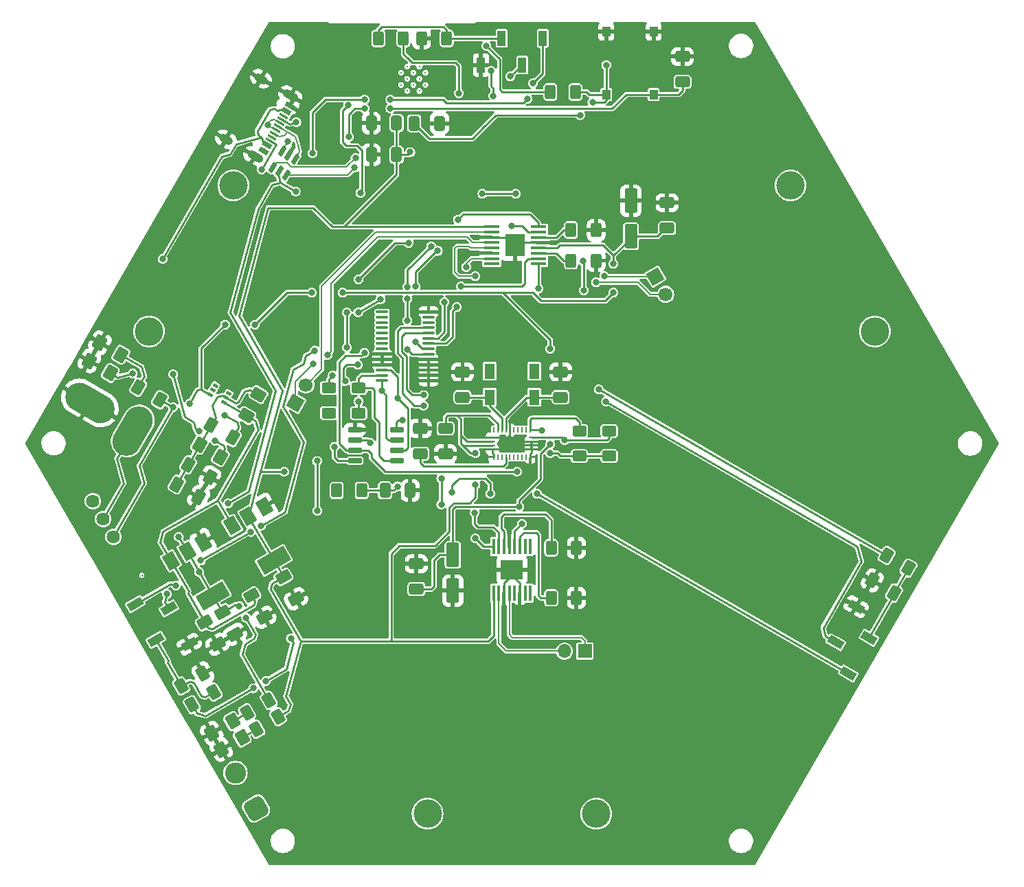
<source format=gbr>
%TF.GenerationSoftware,KiCad,Pcbnew,7.0.6*%
%TF.CreationDate,2024-05-15T12:06:43-04:00*%
%TF.ProjectId,remote_omnidirection_droid_v0.1,72656d6f-7465-45f6-9f6d-6e6964697265,rev?*%
%TF.SameCoordinates,Original*%
%TF.FileFunction,Copper,L1,Top*%
%TF.FilePolarity,Positive*%
%FSLAX46Y46*%
G04 Gerber Fmt 4.6, Leading zero omitted, Abs format (unit mm)*
G04 Created by KiCad (PCBNEW 7.0.6) date 2024-05-15 12:06:43*
%MOMM*%
%LPD*%
G01*
G04 APERTURE LIST*
G04 Aperture macros list*
%AMRoundRect*
0 Rectangle with rounded corners*
0 $1 Rounding radius*
0 $2 $3 $4 $5 $6 $7 $8 $9 X,Y pos of 4 corners*
0 Add a 4 corners polygon primitive as box body*
4,1,4,$2,$3,$4,$5,$6,$7,$8,$9,$2,$3,0*
0 Add four circle primitives for the rounded corners*
1,1,$1+$1,$2,$3*
1,1,$1+$1,$4,$5*
1,1,$1+$1,$6,$7*
1,1,$1+$1,$8,$9*
0 Add four rect primitives between the rounded corners*
20,1,$1+$1,$2,$3,$4,$5,0*
20,1,$1+$1,$4,$5,$6,$7,0*
20,1,$1+$1,$6,$7,$8,$9,0*
20,1,$1+$1,$8,$9,$2,$3,0*%
%AMHorizOval*
0 Thick line with rounded ends*
0 $1 width*
0 $2 $3 position (X,Y) of the first rounded end (center of the circle)*
0 $4 $5 position (X,Y) of the second rounded end (center of the circle)*
0 Add line between two ends*
20,1,$1,$2,$3,$4,$5,0*
0 Add two circle primitives to create the rounded ends*
1,1,$1,$2,$3*
1,1,$1,$4,$5*%
%AMRotRect*
0 Rectangle, with rotation*
0 The origin of the aperture is its center*
0 $1 length*
0 $2 width*
0 $3 Rotation angle, in degrees counterclockwise*
0 Add horizontal line*
21,1,$1,$2,0,0,$3*%
G04 Aperture macros list end*
%TA.AperFunction,SMDPad,CuDef*%
%ADD10RoundRect,0.100000X0.637500X0.100000X-0.637500X0.100000X-0.637500X-0.100000X0.637500X-0.100000X0*%
%TD*%
%TA.AperFunction,SMDPad,CuDef*%
%ADD11RoundRect,0.250000X0.625000X-0.400000X0.625000X0.400000X-0.625000X0.400000X-0.625000X-0.400000X0*%
%TD*%
%TA.AperFunction,SMDPad,CuDef*%
%ADD12R,1.300000X1.900000*%
%TD*%
%TA.AperFunction,SMDPad,CuDef*%
%ADD13RoundRect,0.250000X-0.550000X1.250000X-0.550000X-1.250000X0.550000X-1.250000X0.550000X1.250000X0*%
%TD*%
%TA.AperFunction,SMDPad,CuDef*%
%ADD14RoundRect,0.250000X0.650000X-0.412500X0.650000X0.412500X-0.650000X0.412500X-0.650000X-0.412500X0*%
%TD*%
%TA.AperFunction,SMDPad,CuDef*%
%ADD15RoundRect,0.250000X0.658910X0.341266X-0.033910X0.741266X-0.658910X-0.341266X0.033910X-0.741266X0*%
%TD*%
%TA.AperFunction,SMDPad,CuDef*%
%ADD16R,1.000000X1.900000*%
%TD*%
%TA.AperFunction,SMDPad,CuDef*%
%ADD17RoundRect,0.250000X0.033910X0.741266X-0.658910X0.341266X-0.033910X-0.741266X0.658910X-0.341266X0*%
%TD*%
%TA.AperFunction,SMDPad,CuDef*%
%ADD18RoundRect,0.250001X-0.713035X-0.310016X0.088036X-0.772515X0.713035X0.310016X-0.088036X0.772515X0*%
%TD*%
%TA.AperFunction,SMDPad,CuDef*%
%ADD19RoundRect,0.250000X-0.658910X-0.341266X0.033910X-0.741266X0.658910X0.341266X-0.033910X0.741266X0*%
%TD*%
%TA.AperFunction,SMDPad,CuDef*%
%ADD20RotRect,0.650000X0.400000X150.000000*%
%TD*%
%TA.AperFunction,SMDPad,CuDef*%
%ADD21RoundRect,0.250000X-0.769167X0.032235X-0.356667X-0.682235X0.769167X-0.032235X0.356667X0.682235X0*%
%TD*%
%TA.AperFunction,SMDPad,CuDef*%
%ADD22RoundRect,0.250000X-0.412500X-0.650000X0.412500X-0.650000X0.412500X0.650000X-0.412500X0.650000X0*%
%TD*%
%TA.AperFunction,SMDPad,CuDef*%
%ADD23RotRect,1.900000X1.000000X30.000000*%
%TD*%
%TA.AperFunction,SMDPad,CuDef*%
%ADD24RoundRect,0.250000X0.682235X0.356667X-0.032235X0.769167X-0.682235X-0.356667X0.032235X-0.769167X0*%
%TD*%
%TA.AperFunction,SMDPad,CuDef*%
%ADD25R,1.000000X1.250000*%
%TD*%
%TA.AperFunction,SMDPad,CuDef*%
%ADD26RoundRect,0.250000X-0.400000X-0.625000X0.400000X-0.625000X0.400000X0.625000X-0.400000X0.625000X0*%
%TD*%
%TA.AperFunction,SMDPad,CuDef*%
%ADD27RoundRect,0.150000X-0.725000X-0.150000X0.725000X-0.150000X0.725000X0.150000X-0.725000X0.150000X0*%
%TD*%
%TA.AperFunction,SMDPad,CuDef*%
%ADD28R,0.420766X1.955432*%
%TD*%
%TA.AperFunction,SMDPad,CuDef*%
%ADD29R,2.770000X2.460000*%
%TD*%
%TA.AperFunction,SMDPad,CuDef*%
%ADD30RotRect,1.900000X1.000000X150.000000*%
%TD*%
%TA.AperFunction,SMDPad,CuDef*%
%ADD31R,1.955432X0.420766*%
%TD*%
%TA.AperFunction,SMDPad,CuDef*%
%ADD32R,2.460000X2.770000*%
%TD*%
%TA.AperFunction,SMDPad,CuDef*%
%ADD33RoundRect,0.250000X-0.033910X-0.741266X0.658910X-0.341266X0.033910X0.741266X-0.658910X0.341266X0*%
%TD*%
%TA.AperFunction,SMDPad,CuDef*%
%ADD34RoundRect,0.250001X0.310016X-0.713035X0.772515X0.088036X-0.310016X0.713035X-0.772515X-0.088036X0*%
%TD*%
%TA.AperFunction,SMDPad,CuDef*%
%ADD35RoundRect,0.250000X0.412500X0.650000X-0.412500X0.650000X-0.412500X-0.650000X0.412500X-0.650000X0*%
%TD*%
%TA.AperFunction,SMDPad,CuDef*%
%ADD36RoundRect,0.250000X0.400000X0.625000X-0.400000X0.625000X-0.400000X-0.625000X0.400000X-0.625000X0*%
%TD*%
%TA.AperFunction,SMDPad,CuDef*%
%ADD37RoundRect,0.250000X0.550000X-1.250000X0.550000X1.250000X-0.550000X1.250000X-0.550000X-1.250000X0*%
%TD*%
%TA.AperFunction,SMDPad,CuDef*%
%ADD38RotRect,0.600000X1.150000X240.000000*%
%TD*%
%TA.AperFunction,SMDPad,CuDef*%
%ADD39RotRect,0.300000X1.150000X240.000000*%
%TD*%
%TA.AperFunction,ComponentPad*%
%ADD40HorizOval,1.000000X-0.476314X0.275000X0.476314X-0.275000X0*%
%TD*%
%TA.AperFunction,ComponentPad*%
%ADD41HorizOval,1.000000X-0.346410X0.200000X0.346410X-0.200000X0*%
%TD*%
%TA.AperFunction,SMDPad,CuDef*%
%ADD42RoundRect,0.150000X0.126346X0.518838X-0.386154X-0.368838X-0.126346X-0.518838X0.386154X0.368838X0*%
%TD*%
%TA.AperFunction,ComponentPad*%
%ADD43RoundRect,0.650000X0.887917X-0.237917X0.237917X0.887917X-0.887917X0.237917X-0.237917X-0.887917X0*%
%TD*%
%TA.AperFunction,ComponentPad*%
%ADD44C,2.600000*%
%TD*%
%TA.AperFunction,ComponentPad*%
%ADD45C,1.625600*%
%TD*%
%TA.AperFunction,SMDPad,CuDef*%
%ADD46R,0.254000X0.675000*%
%TD*%
%TA.AperFunction,SMDPad,CuDef*%
%ADD47R,0.675000X0.254000*%
%TD*%
%TA.AperFunction,SMDPad,CuDef*%
%ADD48RotRect,2.000000X1.500000X300.000000*%
%TD*%
%TA.AperFunction,SMDPad,CuDef*%
%ADD49RotRect,2.000000X3.800000X300.000000*%
%TD*%
%TA.AperFunction,SMDPad,CuDef*%
%ADD50RoundRect,0.250001X-0.088036X-0.772515X0.713035X-0.310016X0.088036X0.772515X-0.713035X0.310016X0*%
%TD*%
%TA.AperFunction,WasherPad*%
%ADD51C,3.500000*%
%TD*%
%TA.AperFunction,ComponentPad*%
%ADD52R,1.700000X1.700000*%
%TD*%
%TA.AperFunction,ComponentPad*%
%ADD53O,1.700000X1.700000*%
%TD*%
%TA.AperFunction,ComponentPad*%
%ADD54RotRect,1.700000X1.700000X30.000000*%
%TD*%
%TA.AperFunction,ComponentPad*%
%ADD55HorizOval,1.700000X0.000000X0.000000X0.000000X0.000000X0*%
%TD*%
%TA.AperFunction,ComponentPad*%
%ADD56HorizOval,3.500000X-0.750000X-1.299038X0.750000X1.299038X0*%
%TD*%
%TA.AperFunction,ComponentPad*%
%ADD57HorizOval,3.500000X1.299038X-0.750000X-1.299038X0.750000X0*%
%TD*%
%TA.AperFunction,ComponentPad*%
%ADD58C,0.300000*%
%TD*%
%TA.AperFunction,ComponentPad*%
%ADD59RotRect,1.700000X1.700000X150.000000*%
%TD*%
%TA.AperFunction,ComponentPad*%
%ADD60HorizOval,1.700000X0.000000X0.000000X0.000000X0.000000X0*%
%TD*%
%TA.AperFunction,ViaPad*%
%ADD61C,0.800000*%
%TD*%
%TA.AperFunction,Conductor*%
%ADD62C,0.250000*%
%TD*%
%TA.AperFunction,Conductor*%
%ADD63C,0.200000*%
%TD*%
G04 APERTURE END LIST*
D10*
%TO.P,U5,1,A0*%
%TO.N,GND*%
X91006407Y-101677677D03*
%TO.P,U5,2,A1*%
X91006407Y-101027677D03*
%TO.P,U5,3,A2*%
X91006407Y-100377677D03*
%TO.P,U5,4,A3*%
X91006407Y-99727677D03*
%TO.P,U5,5,A4*%
X91006407Y-99077677D03*
%TO.P,U5,6,LED0*%
%TO.N,/PWM1*%
X91006407Y-98427677D03*
%TO.P,U5,7,LED1*%
%TO.N,/PWM2*%
X91006407Y-97777677D03*
%TO.P,U5,8,LED2*%
%TO.N,/PWM3*%
X91006407Y-97127677D03*
%TO.P,U5,9,LED3*%
%TO.N,/PWM4*%
X91006407Y-96477677D03*
%TO.P,U5,10,LED4*%
%TO.N,/PWM5*%
X91006407Y-95827677D03*
%TO.P,U5,11,LED5*%
%TO.N,/PWM6*%
X91006407Y-95177677D03*
%TO.P,U5,12,LED6*%
%TO.N,unconnected-(U5-LED6-Pad12)*%
X91006407Y-94527677D03*
%TO.P,U5,13,LED7*%
%TO.N,unconnected-(U5-LED7-Pad13)*%
X91006407Y-93877677D03*
%TO.P,U5,14,VSS*%
%TO.N,GND*%
X91006407Y-93227677D03*
%TO.P,U5,15,LED8*%
%TO.N,unconnected-(U5-LED8-Pad15)*%
X85281407Y-93227677D03*
%TO.P,U5,16,LED9*%
%TO.N,unconnected-(U5-LED9-Pad16)*%
X85281407Y-93877677D03*
%TO.P,U5,17,LED10*%
%TO.N,unconnected-(U5-LED10-Pad17)*%
X85281407Y-94527677D03*
%TO.P,U5,18,LED11*%
%TO.N,unconnected-(U5-LED11-Pad18)*%
X85281407Y-95177677D03*
%TO.P,U5,19,LED12*%
%TO.N,unconnected-(U5-LED12-Pad19)*%
X85281407Y-95827677D03*
%TO.P,U5,20,LED13*%
%TO.N,unconnected-(U5-LED13-Pad20)*%
X85281407Y-96477677D03*
%TO.P,U5,21,LED14*%
%TO.N,unconnected-(U5-LED14-Pad21)*%
X85281407Y-97127677D03*
%TO.P,U5,22,LED15*%
%TO.N,unconnected-(U5-LED15-Pad22)*%
X85281407Y-97777677D03*
%TO.P,U5,23,~{OE}*%
%TO.N,GND*%
X85281407Y-98427677D03*
%TO.P,U5,24,A5*%
X85281407Y-99077677D03*
%TO.P,U5,25,EXTCLK*%
X85281407Y-99727677D03*
%TO.P,U5,26,SCL*%
%TO.N,/SCL_5V*%
X85281407Y-100377677D03*
%TO.P,U5,27,SDA*%
%TO.N,/SDA_5V*%
X85281407Y-101027677D03*
%TO.P,U5,28,VDD*%
%TO.N,+5V*%
X85281407Y-101677677D03*
%TD*%
D11*
%TO.P,R21,1*%
%TO.N,+3V3*%
X109598389Y-110990569D03*
%TO.P,R21,2*%
%TO.N,/SDA*%
X109598389Y-107890569D03*
%TD*%
D12*
%TO.P,Y1,1,1*%
%TO.N,Net-(U6-XIN32)*%
X98538387Y-103740569D03*
%TO.P,Y1,2,2*%
%TO.N,Net-(U6-XOUT32)*%
X104038387Y-103740569D03*
%TO.P,Y1,3*%
%TO.N,N/C*%
X104038387Y-100540569D03*
%TO.P,Y1,4*%
X98538387Y-100540569D03*
%TD*%
D13*
%TO.P,C11,1*%
%TO.N,+BATT*%
X93998390Y-123192679D03*
%TO.P,C11,2*%
%TO.N,GND*%
X93998390Y-127592679D03*
%TD*%
D14*
%TO.P,C14,1*%
%TO.N,Net-(U6-XOUT32)*%
X107298389Y-103740572D03*
%TO.P,C14,2*%
%TO.N,GND*%
X107298389Y-100615572D03*
%TD*%
D15*
%TO.P,R3,1*%
%TO.N,GND*%
X64047595Y-113610619D03*
%TO.P,R3,2*%
%TO.N,Net-(D1-K)*%
X61362917Y-112060619D03*
%TD*%
D16*
%TO.P,J4,1,Pin_1*%
%TO.N,+5V*%
X105098388Y-59480676D03*
%TO.P,J4,2,Pin_2*%
%TO.N,/TRIG2*%
X102558388Y-62780676D03*
%TO.P,J4,3,Pin_3*%
%TO.N,Net-(J4-Pin_3)*%
X100018388Y-59480676D03*
%TO.P,J4,4,Pin_4*%
%TO.N,GND*%
X97478388Y-62780676D03*
%TD*%
D17*
%TO.P,R4,1*%
%TO.N,+3V3*%
X72462485Y-143142310D03*
%TO.P,R4,2*%
%TO.N,Net-(D2-A)*%
X69777807Y-144692310D03*
%TD*%
D18*
%TO.P,D6,1,K*%
%TO.N,GND*%
X50492945Y-97012967D03*
%TO.P,D6,2,A*%
%TO.N,Net-(D6-A)*%
X53069371Y-98500467D03*
%TD*%
D19*
%TO.P,R12,1*%
%TO.N,/ECHO3*%
X147483777Y-123260869D03*
%TO.P,R12,2*%
%TO.N,Net-(J5-Pin_3)*%
X150168455Y-124810869D03*
%TD*%
D20*
%TO.P,Q1,1,E1*%
%TO.N,VCC*%
X65742955Y-104374188D03*
%TO.P,Q1,2,B1*%
%TO.N,Net-(D1-K)*%
X66067955Y-103811271D03*
%TO.P,Q1,3*%
%TO.N,N/C*%
X66392955Y-103248354D03*
%TO.P,Q1,4*%
X64747507Y-102298354D03*
%TO.P,Q1,5*%
X64422507Y-102861271D03*
%TO.P,Q1,6,C1*%
%TO.N,+BATT*%
X64097507Y-103424188D03*
%TD*%
D21*
%TO.P,C2,1*%
%TO.N,VCC*%
X63414084Y-131499913D03*
%TO.P,C2,2*%
%TO.N,GND*%
X64976584Y-134206243D03*
%TD*%
D17*
%TO.P,R5,1*%
%TO.N,+5V*%
X71300472Y-141099643D03*
%TO.P,R5,2*%
%TO.N,Net-(D3-A)*%
X68615794Y-142649643D03*
%TD*%
D14*
%TO.P,C10,1*%
%TO.N,+BATT*%
X89498388Y-127403071D03*
%TO.P,C10,2*%
%TO.N,GND*%
X89498388Y-124278071D03*
%TD*%
D15*
%TO.P,R13,1*%
%TO.N,Net-(J5-Pin_3)*%
X148394839Y-127882862D03*
%TO.P,R13,2*%
%TO.N,GND*%
X145710161Y-126332862D03*
%TD*%
D14*
%TO.P,C16,1*%
%TO.N,Net-(U6-CAP)*%
X89998390Y-110703070D03*
%TO.P,C16,2*%
%TO.N,GND*%
X89998390Y-107578070D03*
%TD*%
D11*
%TO.P,R16,1*%
%TO.N,+5V*%
X82398388Y-105690571D03*
%TO.P,R16,2*%
%TO.N,/SDA_5V*%
X82398388Y-102590571D03*
%TD*%
D22*
%TO.P,C18,1*%
%TO.N,Net-(U7-EN)*%
X85635892Y-115240573D03*
%TO.P,C18,2*%
%TO.N,GND*%
X88760892Y-115240573D03*
%TD*%
D23*
%TO.P,J2,1,Pin_1*%
%TO.N,+5V*%
X54854692Y-129248092D03*
%TO.P,J2,2,Pin_2*%
%TO.N,/TRIG1*%
X58982576Y-129797797D03*
%TO.P,J2,3,Pin_3*%
%TO.N,Net-(J2-Pin_3)*%
X57394692Y-133647501D03*
%TO.P,J2,4,Pin_4*%
%TO.N,GND*%
X61522576Y-134197206D03*
%TD*%
D24*
%TO.P,C5,1*%
%TO.N,GND*%
X62667582Y-116050886D03*
%TO.P,C5,2*%
%TO.N,Net-(D1-K)*%
X59961252Y-114488386D03*
%TD*%
D25*
%TO.P,SW2,1,A*%
%TO.N,GND*%
X118750908Y-58652678D03*
%TO.P,SW2,2,B*%
%TO.N,/BOOT*%
X118750908Y-66402678D03*
%TD*%
D26*
%TO.P,R17,1*%
%TO.N,Net-(MD1-BIPROPI)*%
X108564903Y-86886673D03*
%TO.P,R17,2*%
%TO.N,GND*%
X111664903Y-86886673D03*
%TD*%
D18*
%TO.P,D1,1,K*%
%TO.N,Net-(D1-K)*%
X62774584Y-109615545D03*
%TO.P,D1,2,A*%
%TO.N,VBUS*%
X65351010Y-111103045D03*
%TD*%
D21*
%TO.P,C6,1*%
%TO.N,+3V3*%
X73113566Y-125899913D03*
%TO.P,C6,2*%
%TO.N,GND*%
X74676066Y-128606243D03*
%TD*%
D27*
%TO.P,U7,1,GND*%
%TO.N,GND*%
X81923391Y-107735569D03*
%TO.P,U7,2,VREF1*%
%TO.N,+3V3*%
X81923391Y-109005569D03*
%TO.P,U7,3,SCL1*%
%TO.N,/SCL*%
X81923391Y-110275569D03*
%TO.P,U7,4,SDA1*%
%TO.N,/SDA*%
X81923391Y-111545569D03*
%TO.P,U7,5,SDA2*%
%TO.N,/SDA_5V*%
X87073391Y-111545569D03*
%TO.P,U7,6,SCL2*%
%TO.N,/SCL_5V*%
X87073391Y-110275569D03*
%TO.P,U7,7,VREF2*%
%TO.N,+5V*%
X87073391Y-109005569D03*
%TO.P,U7,8,EN*%
%TO.N,Net-(U7-EN)*%
X87073391Y-107735569D03*
%TD*%
D28*
%TO.P,MD2,1,VREF*%
%TO.N,+3V3*%
X99013391Y-127893062D03*
%TO.P,MD2,2,AOUT1*%
%TO.N,/MOTOR3-*%
X99663389Y-127893062D03*
%TO.P,MD2,3,PGNDA*%
%TO.N,GND*%
X100313391Y-127893062D03*
%TO.P,MD2,4,AOUT2*%
%TO.N,/MOTOR3+*%
X100963389Y-127893062D03*
%TO.P,MD2,5,BOUT2*%
%TO.N,unconnected-(MD2-BOUT2-Pad5)*%
X101613391Y-127893062D03*
%TO.P,MD2,6,PGNDB*%
%TO.N,GND*%
X102263389Y-127893062D03*
%TO.P,MD2,7,BOUT1*%
%TO.N,unconnected-(MD2-BOUT1-Pad7)*%
X102913391Y-127893062D03*
%TO.P,MD2,8,nFAULT*%
%TO.N,/nFAULT1*%
X103563389Y-127893062D03*
%TO.P,MD2,9,BIN1*%
%TO.N,unconnected-(MD2-BIN1-Pad9)*%
X103563389Y-122142294D03*
%TO.P,MD2,10,BIN2*%
%TO.N,unconnected-(MD2-BIN2-Pad10)*%
X102913391Y-122142294D03*
%TO.P,MD2,11,BIPROPI*%
%TO.N,Net-(MD2-BIPROPI)*%
X102263389Y-122142294D03*
%TO.P,MD2,12,VM*%
%TO.N,+BATT*%
X101613391Y-122142294D03*
%TO.P,MD2,13,GND*%
%TO.N,GND*%
X100963389Y-122142294D03*
%TO.P,MD2,14,AIPROPI*%
%TO.N,Net-(MD2-AIPROPI)*%
X100313391Y-122142294D03*
%TO.P,MD2,15,AIN2*%
%TO.N,/PWM6*%
X99663389Y-122142294D03*
%TO.P,MD2,16,AIN1*%
%TO.N,/PWM5*%
X99013391Y-122142294D03*
D29*
%TO.P,MD2,17,PAD*%
%TO.N,GND*%
X101288390Y-125017678D03*
%TD*%
D30*
%TO.P,J5,1,Pin_1*%
%TO.N,+5V*%
X142781243Y-137805888D03*
%TO.P,J5,2,Pin_2*%
%TO.N,/TRIG3*%
X141193359Y-133956183D03*
%TO.P,J5,3,Pin_3*%
%TO.N,Net-(J5-Pin_3)*%
X145321243Y-133406479D03*
%TO.P,J5,4,Pin_4*%
%TO.N,GND*%
X143733359Y-129556774D03*
%TD*%
D21*
%TO.P,C7,1*%
%TO.N,+5V*%
X65579146Y-130249915D03*
%TO.P,C7,2*%
%TO.N,GND*%
X67141646Y-132956245D03*
%TD*%
D18*
%TO.P,D4,1,K*%
%TO.N,GND*%
X49192952Y-99264634D03*
%TO.P,D4,2,A*%
%TO.N,Net-(D4-A)*%
X51769378Y-100752134D03*
%TD*%
D19*
%TO.P,R6,1*%
%TO.N,Net-(D1-K)*%
X64186257Y-107170467D03*
%TO.P,R6,2*%
%TO.N,Net-(D4-A)*%
X66870935Y-108720467D03*
%TD*%
D31*
%TO.P,MD1,1,VREF*%
%TO.N,+3V3*%
X98788007Y-82731684D03*
%TO.P,MD1,2,AOUT1*%
%TO.N,/MOTOR1-*%
X98788007Y-83381682D03*
%TO.P,MD1,3,PGNDA*%
%TO.N,GND*%
X98788007Y-84031684D03*
%TO.P,MD1,4,AOUT2*%
%TO.N,/MOTOR1+*%
X98788007Y-84681682D03*
%TO.P,MD1,5,BOUT2*%
%TO.N,/MOTOR2+*%
X98788007Y-85331684D03*
%TO.P,MD1,6,PGNDB*%
%TO.N,GND*%
X98788007Y-85981682D03*
%TO.P,MD1,7,BOUT1*%
%TO.N,/MOTOR2-*%
X98788007Y-86631684D03*
%TO.P,MD1,8,nFAULT*%
%TO.N,/nFAULT*%
X98788007Y-87281682D03*
%TO.P,MD1,9,BIN1*%
%TO.N,/PWM3*%
X104538775Y-87281682D03*
%TO.P,MD1,10,BIN2*%
%TO.N,/PWM4*%
X104538775Y-86631684D03*
%TO.P,MD1,11,BIPROPI*%
%TO.N,Net-(MD1-BIPROPI)*%
X104538775Y-85981682D03*
%TO.P,MD1,12,VM*%
%TO.N,+BATT*%
X104538775Y-85331684D03*
%TO.P,MD1,13,GND*%
%TO.N,GND*%
X104538775Y-84681682D03*
%TO.P,MD1,14,AIPROPI*%
%TO.N,Net-(MD1-AIPROPI)*%
X104538775Y-84031684D03*
%TO.P,MD1,15,AIN2*%
%TO.N,/PWM2*%
X104538775Y-83381682D03*
%TO.P,MD1,16,AIN1*%
%TO.N,/PWM1*%
X104538775Y-82731684D03*
D32*
%TO.P,MD1,17,PAD*%
%TO.N,GND*%
X101663391Y-85006683D03*
%TD*%
D33*
%TO.P,R7,1*%
%TO.N,/ECHO1*%
X61836326Y-141661858D03*
%TO.P,R7,2*%
%TO.N,Net-(J2-Pin_3)*%
X64521004Y-140111858D03*
%TD*%
D34*
%TO.P,D5,1,K*%
%TO.N,VCC*%
X68557535Y-105999188D03*
%TO.P,D5,2,A*%
%TO.N,Net-(D1-K)*%
X70045035Y-103422762D03*
%TD*%
D35*
%TO.P,C9,1*%
%TO.N,+3V3*%
X87069781Y-69922497D03*
%TO.P,C9,2*%
%TO.N,GND*%
X83944781Y-69922497D03*
%TD*%
D36*
%TO.P,R10,1*%
%TO.N,/ECHO2*%
X87915908Y-59479679D03*
%TO.P,R10,2*%
%TO.N,Net-(J4-Pin_3)*%
X84815908Y-59479679D03*
%TD*%
D11*
%TO.P,R22,1*%
%TO.N,+3V3*%
X113288389Y-110990568D03*
%TO.P,R22,2*%
%TO.N,/SCL*%
X113288389Y-107890568D03*
%TD*%
D37*
%TO.P,C13,1*%
%TO.N,+BATT*%
X115956906Y-83904677D03*
%TO.P,C13,2*%
%TO.N,GND*%
X115956906Y-79504677D03*
%TD*%
D38*
%TO.P,J1,A1,GND*%
%TO.N,GND*%
X73904298Y-67804281D03*
%TO.P,J1,A4,VBUS*%
%TO.N,VBUS*%
X73504298Y-68497101D03*
D39*
%TO.P,J1,A5,CC1*%
%TO.N,/CC1*%
X72929298Y-69493030D03*
%TO.P,J1,A6,D+*%
%TO.N,/NESD_D+*%
X72429298Y-70359056D03*
%TO.P,J1,A7,D-*%
%TO.N,/NESD_D-*%
X72179298Y-70792068D03*
%TO.P,J1,A8,SBU1*%
%TO.N,unconnected-(J1-SBU1-PadA8)*%
X71679298Y-71658094D03*
D38*
%TO.P,J1,A9,VBUS*%
%TO.N,VBUS*%
X71104298Y-72654023D03*
%TO.P,J1,A12,GND*%
%TO.N,GND*%
X70704298Y-73346843D03*
%TO.P,J1,B1,GND*%
X70704298Y-73346843D03*
%TO.P,J1,B4,VBUS*%
%TO.N,VBUS*%
X71104298Y-72654023D03*
D39*
%TO.P,J1,B5,CC2*%
%TO.N,/CC2*%
X71429298Y-72091106D03*
%TO.P,J1,B6,D+*%
%TO.N,/NESD_D+*%
X71929298Y-71225081D03*
%TO.P,J1,B7,D-*%
%TO.N,/NESD_D-*%
X72679298Y-69926043D03*
%TO.P,J1,B8,SBU2*%
%TO.N,unconnected-(J1-SBU2-PadB8)*%
X73179298Y-69060018D03*
D38*
%TO.P,J1,B9,VBUS*%
%TO.N,VBUS*%
X73504298Y-68497101D03*
%TO.P,J1,B12,GND*%
%TO.N,GND*%
X73904298Y-67804281D03*
D40*
%TO.P,J1,S1,SHIELD*%
X73966334Y-66546832D03*
D41*
X70346348Y-64456832D03*
D40*
X69646334Y-74029292D03*
D41*
X66026348Y-71939292D03*
%TD*%
D42*
%TO.P,U3,1,I/O1*%
%TO.N,/NESD_D+*%
X74589566Y-74357362D03*
%TO.P,U3,2,GND*%
%TO.N,GND*%
X73766842Y-73882362D03*
%TO.P,U3,3,I/O2*%
%TO.N,/NESD_D-*%
X72944118Y-73407362D03*
%TO.P,U3,4,I/O2*%
%TO.N,/D-*%
X71806618Y-75377570D03*
%TO.P,U3,5,VBUS*%
%TO.N,+5V*%
X72629342Y-75852570D03*
%TO.P,U3,6,I/O1*%
%TO.N,/D+*%
X73452066Y-76327570D03*
%TD*%
D26*
%TO.P,R18,1*%
%TO.N,Net-(MD1-AIPROPI)*%
X108564909Y-83126677D03*
%TO.P,R18,2*%
%TO.N,GND*%
X111664909Y-83126677D03*
%TD*%
%TO.P,R23,1*%
%TO.N,+5V*%
X79668388Y-115240569D03*
%TO.P,R23,2*%
%TO.N,Net-(U7-EN)*%
X82768388Y-115240569D03*
%TD*%
D43*
%TO.P,TP1,1,1*%
%TO.N,+BATT*%
X69748627Y-154466371D03*
D44*
%TO.P,TP1,2,2*%
%TO.N,Net-(SW3-A)*%
X67208627Y-150066962D03*
%TD*%
D25*
%TO.P,SW1,1,A*%
%TO.N,GND*%
X112908908Y-58652673D03*
%TO.P,SW1,2,B*%
%TO.N,/EN*%
X112908908Y-66402673D03*
%TD*%
D33*
%TO.P,R8,1*%
%TO.N,Net-(J2-Pin_3)*%
X60508920Y-139362721D03*
%TO.P,R8,2*%
%TO.N,GND*%
X63193598Y-137812721D03*
%TD*%
D14*
%TO.P,C4,1*%
%TO.N,/BOOT*%
X122306909Y-64852177D03*
%TO.P,C4,2*%
%TO.N,GND*%
X122306909Y-61727177D03*
%TD*%
D36*
%TO.P,R11,1*%
%TO.N,Net-(J4-Pin_3)*%
X93249908Y-59479682D03*
%TO.P,R11,2*%
%TO.N,GND*%
X90149908Y-59479682D03*
%TD*%
D15*
%TO.P,R9,1*%
%TO.N,+BATT*%
X57899071Y-104060174D03*
%TO.P,R9,2*%
%TO.N,Net-(D6-A)*%
X55214393Y-102510174D03*
%TD*%
D26*
%TO.P,R19,1*%
%TO.N,Net-(MD2-AIPROPI)*%
X106125907Y-122309580D03*
%TO.P,R19,2*%
%TO.N,GND*%
X109225907Y-122309580D03*
%TD*%
D11*
%TO.P,R15,1*%
%TO.N,+5V*%
X78698388Y-105690571D03*
%TO.P,R15,2*%
%TO.N,/SCL_5V*%
X78698388Y-102590571D03*
%TD*%
D45*
%TO.P,SW3,1,A*%
%TO.N,Net-(SW3-A)*%
X49619374Y-116557189D03*
%TO.P,SW3,2,B*%
%TO.N,Net-(J3-Pin_1)*%
X50889374Y-118756894D03*
%TO.P,SW3,3,C*%
%TO.N,+BATT*%
X52159374Y-120956598D03*
%TD*%
D46*
%TO.P,U6,1,PIN1*%
%TO.N,unconnected-(U6-PIN1-Pad1)*%
X99038387Y-107788065D03*
D47*
%TO.P,U6,2,GND*%
%TO.N,GND*%
X98900887Y-108700565D03*
%TO.P,U6,3,VDD*%
%TO.N,+3V3*%
X98900887Y-109200565D03*
%TO.P,U6,4,~{BOOT_LOAD_PIN}*%
X98900887Y-109700565D03*
%TO.P,U6,5,PS1*%
%TO.N,GND*%
X98900887Y-110200565D03*
D46*
%TO.P,U6,6,PS0*%
X99038387Y-111113065D03*
%TO.P,U6,7,PIN7*%
%TO.N,unconnected-(U6-PIN7-Pad7)*%
X99538387Y-111113065D03*
%TO.P,U6,8,PIN8*%
%TO.N,unconnected-(U6-PIN8-Pad8)*%
X100038387Y-111113065D03*
%TO.P,U6,9,CAP*%
%TO.N,Net-(U6-CAP)*%
X100538387Y-111113065D03*
%TO.P,U6,10,BL_IND*%
%TO.N,unconnected-(U6-BL_IND-Pad10)*%
X101038387Y-111113065D03*
%TO.P,U6,11,~{RESET}*%
%TO.N,unconnected-(U6-~{RESET}-Pad11)*%
X101538387Y-111113065D03*
%TO.P,U6,12,PIN12*%
%TO.N,unconnected-(U6-PIN12-Pad12)*%
X102038387Y-111113065D03*
%TO.P,U6,13,PIN13*%
%TO.N,unconnected-(U6-PIN13-Pad13)*%
X102538387Y-111113065D03*
%TO.P,U6,14,INT*%
%TO.N,unconnected-(U6-INT-Pad14)*%
X103038387Y-111113065D03*
%TO.P,U6,15,GNDIO*%
%TO.N,GND*%
X103538387Y-111113065D03*
D47*
%TO.P,U6,16,GNDIO*%
X103675887Y-110200565D03*
%TO.P,U6,17,COM3*%
X103675887Y-109700565D03*
%TO.P,U6,18,COM2*%
X103675887Y-109200565D03*
%TO.P,U6,19,COM1*%
%TO.N,/SCL*%
X103675887Y-108700565D03*
D46*
%TO.P,U6,20,COM0*%
%TO.N,/SDA*%
X103538387Y-107788065D03*
%TO.P,U6,21,PIN21*%
%TO.N,unconnected-(U6-PIN21-Pad21)*%
X103038387Y-107788065D03*
%TO.P,U6,22,PIN22*%
%TO.N,unconnected-(U6-PIN22-Pad22)*%
X102538387Y-107788065D03*
%TO.P,U6,23,PIN23*%
%TO.N,unconnected-(U6-PIN23-Pad23)*%
X102038387Y-107788065D03*
%TO.P,U6,24,PIN24*%
%TO.N,unconnected-(U6-PIN24-Pad24)*%
X101538387Y-107788065D03*
%TO.P,U6,25,GNDIO*%
%TO.N,GND*%
X101038387Y-107788065D03*
%TO.P,U6,26,XOUT32*%
%TO.N,Net-(U6-XOUT32)*%
X100538387Y-107788065D03*
%TO.P,U6,27,XIN32*%
%TO.N,Net-(U6-XIN32)*%
X100038387Y-107788065D03*
%TO.P,U6,28,VDDIO*%
%TO.N,+3V3*%
X99538387Y-107788065D03*
%TD*%
D26*
%TO.P,R20,1*%
%TO.N,Net-(MD2-BIPROPI)*%
X106125905Y-128475782D03*
%TO.P,R20,2*%
%TO.N,GND*%
X109225905Y-128475782D03*
%TD*%
D14*
%TO.P,C15,1*%
%TO.N,Net-(U6-XIN32)*%
X95198392Y-103740572D03*
%TO.P,C15,2*%
%TO.N,GND*%
X95198392Y-100615572D03*
%TD*%
%TO.P,C17,1*%
%TO.N,GND*%
X93098388Y-110703070D03*
%TO.P,C17,2*%
%TO.N,+3V3*%
X93098388Y-107578070D03*
%TD*%
D48*
%TO.P,U2,1,GND*%
%TO.N,GND*%
X63241092Y-121600287D03*
%TO.P,U2,2,VO*%
%TO.N,+5V*%
X61249234Y-122750287D03*
D49*
X64399234Y-128206247D03*
D48*
%TO.P,U2,3,VI*%
%TO.N,VCC*%
X59257376Y-123900287D03*
%TD*%
D50*
%TO.P,D3,1,K*%
%TO.N,GND*%
X64272856Y-145157049D03*
%TO.P,D3,2,A*%
%TO.N,Net-(D3-A)*%
X66849282Y-143669549D03*
%TD*%
D35*
%TO.P,C8,1*%
%TO.N,+3V3*%
X87069779Y-73830675D03*
%TO.P,C8,2*%
%TO.N,GND*%
X83944779Y-73830675D03*
%TD*%
D14*
%TO.P,C12,1*%
%TO.N,+BATT*%
X120401905Y-82886173D03*
%TO.P,C12,2*%
%TO.N,GND*%
X120401905Y-79761173D03*
%TD*%
D48*
%TO.P,U1,1,GND*%
%TO.N,GND*%
X70775508Y-117250286D03*
%TO.P,U1,2,VO*%
%TO.N,+3V3*%
X68783650Y-118400286D03*
D49*
X71933650Y-123856246D03*
D48*
%TO.P,U1,3,VI*%
%TO.N,VCC*%
X66791792Y-119550286D03*
%TD*%
D22*
%TO.P,C3,1*%
%TO.N,/EN*%
X89234910Y-69955680D03*
%TO.P,C3,2*%
%TO.N,GND*%
X92359910Y-69955680D03*
%TD*%
D36*
%TO.P,R14,1*%
%TO.N,/EN*%
X109124905Y-66083677D03*
%TO.P,R14,2*%
%TO.N,+3V3*%
X106024905Y-66083677D03*
%TD*%
D21*
%TO.P,C1,1*%
%TO.N,VCC*%
X69175139Y-128173771D03*
%TO.P,C1,2*%
%TO.N,GND*%
X70737639Y-130880101D03*
%TD*%
D50*
%TO.P,D2,1,K*%
%TO.N,GND*%
X65447852Y-147192201D03*
%TO.P,D2,2,A*%
%TO.N,Net-(D2-A)*%
X68024278Y-145704701D03*
%TD*%
D51*
%TO.P,M3,*%
%TO.N,*%
X111688223Y-155104218D03*
X90887897Y-155104220D03*
D52*
%TO.P,M3,1,+*%
%TO.N,/MOTOR3+*%
X110288226Y-135054220D03*
D53*
%TO.P,M3,2,-*%
%TO.N,/MOTOR3-*%
X107748226Y-135054220D03*
%TD*%
D51*
%TO.P,M2,*%
%TO.N,*%
X135632511Y-77613292D03*
X146032676Y-95626902D03*
D54*
%TO.P,M2,1,+*%
%TO.N,/MOTOR2+*%
X118968702Y-88850724D03*
D55*
%TO.P,M2,2,-*%
%TO.N,/MOTOR2-*%
X120238702Y-91050429D03*
%TD*%
D56*
%TO.P,J3,1,Pin_1*%
%TO.N,Net-(J3-Pin_1)*%
X54541853Y-107895386D03*
D57*
%TO.P,J3,2,Pin_2*%
%TO.N,GND*%
X49260893Y-104442277D03*
%TD*%
D58*
%TO.P,U4,41_10*%
%TO.N,N/C*%
X89122905Y-63718675D03*
%TO.P,U4,41_11*%
X90622905Y-63718675D03*
%TO.P,U4,41_12*%
X87622905Y-63718675D03*
%TO.P,U4,41_13*%
X90622905Y-65218675D03*
%TO.P,U4,41_14*%
X89122905Y-65218675D03*
%TO.P,U4,41_15*%
X87622905Y-65218675D03*
%TO.P,U4,41_16*%
X89872905Y-62968675D03*
%TO.P,U4,41_17*%
X88372905Y-62968675D03*
%TO.P,U4,41_18*%
X89872905Y-64468675D03*
%TO.P,U4,41_19*%
X88372905Y-64468675D03*
%TO.P,U4,41_20*%
X89872905Y-65968675D03*
%TO.P,U4,41_21*%
X88372905Y-65968675D03*
%TD*%
D51*
%TO.P,M1,*%
%TO.N,*%
X56549757Y-95629400D03*
X66949918Y-77615788D03*
D59*
%TO.P,M1,1,+*%
%TO.N,/MOTOR1+*%
X74613563Y-104441966D03*
D60*
%TO.P,M1,2,-*%
%TO.N,/MOTOR1-*%
X75883563Y-102242261D03*
%TD*%
D61*
%TO.N,+5V*%
X67679484Y-129487816D03*
X93903025Y-115434362D03*
X62724232Y-125305061D03*
X103203024Y-66934360D03*
X82398391Y-104240570D03*
X103903025Y-65034360D03*
X59866348Y-126955059D03*
X60224233Y-120974934D03*
X98603026Y-115634361D03*
X85222905Y-102913678D03*
X66314324Y-116841449D03*
X104415018Y-115655136D03*
X83103026Y-67034359D03*
X68529488Y-130960055D03*
X74631166Y-78385305D03*
X76703024Y-73634363D03*
X86303025Y-67034360D03*
%TO.N,GND*%
X101224904Y-134155675D03*
X73163823Y-138371418D03*
X73030906Y-98976676D03*
X92080907Y-88308675D03*
X79203024Y-80534361D03*
X69474908Y-101135678D03*
X100970905Y-119296675D03*
X71633905Y-86403679D03*
X64648906Y-97833677D03*
X73274874Y-109944359D03*
X96652905Y-93261679D03*
X64140906Y-100373674D03*
X72103025Y-79034363D03*
X106558909Y-87546679D03*
X95255908Y-85981677D03*
X103498389Y-112540572D03*
X76713910Y-89705680D03*
X104526908Y-119296680D03*
X68374875Y-112944360D03*
X94003026Y-69934361D03*
X87889910Y-85641679D03*
X76203023Y-77134363D03*
X98503026Y-71334362D03*
X79998389Y-92740572D03*
X81798393Y-96540570D03*
X79898388Y-97640570D03*
X70363904Y-91864678D03*
X91803023Y-73034362D03*
X87998394Y-132340570D03*
X77856908Y-83736677D03*
X64674875Y-119844358D03*
X83798390Y-107640567D03*
X70712504Y-133741144D03*
X89159908Y-61257681D03*
X72374874Y-114944359D03*
X97498388Y-132240566D03*
X69814785Y-135570711D03*
X87003025Y-78634362D03*
X80142906Y-85260677D03*
X67442908Y-102024679D03*
X66680910Y-96563676D03*
X95598388Y-118540567D03*
X76332905Y-96817680D03*
X87598390Y-123740568D03*
X73157906Y-82974674D03*
X96498390Y-107440568D03*
X98298388Y-118640568D03*
X81798390Y-91840566D03*
X86746907Y-99738677D03*
%TO.N,+3V3*%
X105998388Y-110640568D03*
X98139411Y-60388682D03*
X96798391Y-114540571D03*
X83798387Y-109340567D03*
X88759262Y-73504588D03*
X96798388Y-110640568D03*
X73198394Y-112940573D03*
%TO.N,VBUS*%
X59544171Y-100910781D03*
X64698686Y-109082900D03*
X62706830Y-107932907D03*
X58224462Y-86696590D03*
%TO.N,+BATT*%
X102498388Y-119340568D03*
X59501222Y-104985170D03*
X76586904Y-90848675D03*
X102198392Y-117240568D03*
X105998392Y-109540570D03*
X65918905Y-94785673D03*
X61568560Y-104504442D03*
X105998389Y-97740567D03*
X80396903Y-90848676D03*
X69601906Y-94785678D03*
X113797907Y-87292681D03*
X113797904Y-90848676D03*
%TO.N,/EN*%
X111203025Y-67391179D03*
X109703025Y-68934361D03*
X112908907Y-62781678D03*
%TO.N,/D-*%
X82003026Y-74234361D03*
%TO.N,/D+*%
X81903025Y-75434362D03*
%TO.N,/MOTOR1+*%
X76798391Y-99640569D03*
X78541406Y-98540572D03*
%TO.N,/MOTOR2+*%
X112654908Y-88816677D03*
X96779907Y-88816676D03*
%TO.N,/MOTOR2-*%
X95636905Y-87673675D03*
X111638906Y-89578680D03*
%TO.N,/NESD_D-*%
X73640026Y-72202011D03*
X71170353Y-70198795D03*
%TO.N,/TRIG1*%
X62939274Y-123872211D03*
X98996982Y-66574545D03*
X76976507Y-97985419D03*
X70319405Y-119611288D03*
X98722409Y-63474180D03*
X85109967Y-91672985D03*
X58752926Y-128021252D03*
X82338682Y-93272984D03*
X69064533Y-120335784D03*
%TO.N,/TRIG2*%
X101097907Y-64178678D03*
%TO.N,/TRIG3*%
X112888393Y-104250572D03*
%TO.N,/ECHO1*%
X74035106Y-133480524D03*
X69386326Y-139628594D03*
X77301576Y-117738215D03*
X80959261Y-97604588D03*
X70945170Y-138728595D03*
X82359264Y-89204590D03*
X77259264Y-111604589D03*
X80959260Y-93304587D03*
X88559262Y-84690179D03*
%TO.N,/ECHO2*%
X94747909Y-66234363D03*
%TO.N,/ECHO3*%
X110149329Y-90557198D03*
X110049326Y-86957197D03*
X101749325Y-78657197D03*
X111989063Y-102767983D03*
X97649325Y-78657196D03*
%TO.N,/BOOT*%
X86303024Y-68134362D03*
X83103026Y-68134361D03*
X81158908Y-71634362D03*
%TO.N,Net-(D4-A)*%
X65872372Y-105950022D03*
X54519879Y-100785129D03*
%TO.N,/PWM3*%
X94493908Y-92626678D03*
X104526904Y-90340683D03*
%TO.N,/PWM4*%
X95001906Y-90086672D03*
X92969907Y-91991673D03*
%TO.N,/PWM2*%
X89413900Y-90086677D03*
X89413905Y-96944677D03*
X101224903Y-82593673D03*
X92150541Y-85688102D03*
%TO.N,/PWM1*%
X88397906Y-90124180D03*
X88397907Y-91610674D03*
X88397904Y-94277677D03*
X88397910Y-97833678D03*
X91318912Y-85133679D03*
X94620908Y-81831676D03*
%TO.N,/PWM6*%
X90385592Y-104772632D03*
X96703025Y-117965067D03*
%TO.N,/PWM5*%
X90385592Y-103472632D03*
X96774874Y-121144360D03*
X92585593Y-116972631D03*
X92585589Y-113772630D03*
%TO.N,/SCL*%
X83098388Y-98240568D03*
X82598390Y-78540566D03*
X101898394Y-112940573D03*
X107798391Y-109040570D03*
X81098391Y-67740568D03*
%TO.N,/SDA*%
X79395570Y-109842449D03*
X82301908Y-99738676D03*
X80722889Y-101765071D03*
X104998390Y-107840568D03*
%TO.N,Net-(U7-EN)*%
X87773889Y-106540571D03*
X87198388Y-114740570D03*
%TO.N,/SCL_5V*%
X87198387Y-103840571D03*
X79198387Y-101040568D03*
%TO.N,/CC1*%
X74710609Y-69817891D03*
%TO.N,/CC2*%
X70417789Y-75653275D03*
%TD*%
D62*
%TO.N,+BATT*%
X55959324Y-114374890D02*
X52159374Y-120956598D01*
X59505226Y-105000146D02*
X55367636Y-112166680D01*
X55367636Y-112166680D02*
X55959324Y-114374890D01*
X59501222Y-104985170D02*
X59505226Y-105000146D01*
%TO.N,Net-(J3-Pin_1)*%
X53415716Y-114381141D02*
X50889374Y-118756894D01*
X52585712Y-111283521D02*
X53415716Y-114381141D01*
X54541852Y-107895386D02*
X52585712Y-111283521D01*
%TO.N,+5V*%
X94503025Y-114034359D02*
X93903027Y-114634361D01*
X86303025Y-67034360D02*
X92803025Y-67034361D01*
X102703024Y-67434360D02*
X103203024Y-66934360D01*
X72733055Y-77289430D02*
X74631166Y-78385305D01*
X65579148Y-130249918D02*
X64399232Y-128206242D01*
X142781245Y-137805893D02*
X104415018Y-115655136D01*
X69533077Y-133498326D02*
X68413977Y-134144438D01*
X72144134Y-102938967D02*
X66567798Y-93280472D01*
X98603026Y-115634361D02*
X98603026Y-114334361D01*
X68804145Y-115403948D02*
X72144134Y-102938967D01*
X82398389Y-105690574D02*
X82398391Y-104240570D01*
X103903025Y-65034360D02*
X105098389Y-63839000D01*
X72437215Y-76185338D02*
X72733055Y-77289430D01*
X76703024Y-73634363D02*
X76703024Y-68634363D01*
X105098389Y-63839000D02*
X105098387Y-59480674D01*
X71300471Y-141099645D02*
X68056068Y-135480174D01*
X66314324Y-116841449D02*
X68804145Y-115403948D01*
X85222905Y-102913678D02*
X85222908Y-101736178D01*
X93203025Y-67434363D02*
X102703024Y-67434360D01*
X86063392Y-109005571D02*
X87073388Y-109005567D01*
X98603026Y-114334361D02*
X98003026Y-113734364D01*
X67146504Y-129344997D02*
X67679484Y-129487816D01*
X68529488Y-130960055D02*
X69679484Y-132951918D01*
X59156016Y-126764726D02*
X59866348Y-126955059D01*
X76703024Y-68634363D02*
X78003024Y-67334363D01*
X93903027Y-114634361D02*
X93903025Y-115434362D01*
X85798390Y-103489162D02*
X85798388Y-108740567D01*
X72629341Y-75852568D02*
X72437215Y-76185338D01*
X68056068Y-135480174D02*
X68413977Y-134144438D01*
X78003024Y-67334363D02*
X78321816Y-67015571D01*
X72733055Y-77289430D02*
X71701590Y-77565808D01*
X85798388Y-108740567D02*
X86063392Y-109005571D01*
X55016415Y-129154724D02*
X59156016Y-126764726D01*
X98003026Y-113734364D02*
X94803026Y-113734362D01*
X85222908Y-101736178D02*
X85281406Y-101677676D01*
X66567798Y-93280472D02*
X69979134Y-80549193D01*
X92803025Y-67034361D02*
X93203025Y-67434363D01*
X85222905Y-102913678D02*
X85798390Y-103489162D01*
X61249231Y-122750286D02*
X62724232Y-125305061D01*
X71701590Y-77565808D02*
X69979134Y-80549193D01*
X69679484Y-132951918D02*
X69533077Y-133498326D01*
X78321816Y-67015571D02*
X83084232Y-67015567D01*
X94803026Y-113734362D02*
X94503025Y-114034359D01*
X83084232Y-67015567D02*
X83103026Y-67034359D01*
X60224233Y-120974934D02*
X61249231Y-122750286D01*
X65579148Y-130249918D02*
X67146504Y-129344997D01*
X62724232Y-125305061D02*
X64399232Y-128206242D01*
%TO.N,GND*%
X103538391Y-112500572D02*
X103498389Y-112540572D01*
X100963389Y-119304200D02*
X100963387Y-122142290D01*
X102263389Y-126665350D02*
X101288390Y-125690346D01*
X101288390Y-125690346D02*
X100313392Y-126665350D01*
X103538391Y-111113070D02*
X103538391Y-112500572D01*
X96758391Y-108700570D02*
X98900890Y-108700568D01*
X85281404Y-99727681D02*
X86735906Y-99727672D01*
X101038389Y-108402571D02*
X100740392Y-108700570D01*
X103538392Y-110700572D02*
X103675885Y-110563066D01*
X100313391Y-133244158D02*
X101224904Y-134155675D01*
X102263387Y-127893060D02*
X102263389Y-126665350D01*
X100740392Y-108700570D02*
X98900890Y-108700568D01*
X101038390Y-107788065D02*
X101038389Y-108402571D01*
X104538777Y-84681673D02*
X101988393Y-84681681D01*
X96498390Y-107440568D02*
X96498393Y-108440574D01*
X103675891Y-109700569D02*
X103675889Y-110200571D01*
X100970905Y-119296675D02*
X100963389Y-119304200D01*
X103675885Y-110563066D02*
X103675889Y-110200571D01*
X101988393Y-84681681D02*
X101663391Y-85006683D01*
X98788008Y-85981677D02*
X95255908Y-85981677D01*
X86735906Y-99727672D02*
X86746907Y-99738677D01*
X100688394Y-84031674D02*
X101663391Y-85006683D01*
X99038385Y-111113070D02*
X99038394Y-110778070D01*
X99038394Y-110778070D02*
X98900894Y-110640572D01*
X100313387Y-127893062D02*
X100313391Y-133244158D01*
X100313392Y-126665350D02*
X100313387Y-127893062D01*
X96498393Y-108440574D02*
X96758391Y-108700570D01*
X98788010Y-84031681D02*
X100688394Y-84031674D01*
X101288390Y-125690346D02*
X101288390Y-125017678D01*
X103675892Y-109200575D02*
X103675891Y-109700569D01*
X98900894Y-110640572D02*
X98900890Y-110200575D01*
X103538391Y-111113070D02*
X103538392Y-110700572D01*
%TO.N,VCC*%
X68557534Y-105999182D02*
X69673801Y-106643663D01*
X64993532Y-116435599D02*
X65003311Y-116399075D01*
X63414080Y-131499913D02*
X63809169Y-132184224D01*
X64993532Y-116435599D02*
X58278828Y-120312327D01*
X58278828Y-120312327D02*
X57932376Y-121605318D01*
X64355581Y-132330632D02*
X69465128Y-129380631D01*
X63809169Y-132184224D02*
X64355581Y-132330632D01*
X69673801Y-106643663D02*
X69978675Y-107781494D01*
X61359169Y-127940701D02*
X63414080Y-131499913D01*
X69978675Y-107781494D02*
X65003311Y-116399075D01*
X57932376Y-121605318D02*
X59257378Y-123900285D01*
X68557532Y-105999183D02*
X65742951Y-104374190D01*
X61432370Y-127667490D02*
X61359169Y-127940701D01*
X66791798Y-119550282D02*
X64993532Y-116435599D01*
X59257378Y-123900285D02*
X61432370Y-127667490D01*
X69594073Y-128899392D02*
X69175134Y-128173765D01*
X69465128Y-129380631D02*
X69594073Y-128899392D01*
%TO.N,+3V3*%
X68783654Y-118400287D02*
X71933654Y-123856240D01*
X73771729Y-142386415D02*
X72462481Y-143142303D01*
X95758390Y-109200571D02*
X94998390Y-108440570D01*
X76780122Y-80373898D02*
X76780128Y-80368463D01*
X94998392Y-109440572D02*
X94998390Y-108440570D01*
X71719414Y-126704825D02*
X71539999Y-127374417D01*
X67668647Y-93687201D02*
X71237396Y-80368457D01*
X99013395Y-133192191D02*
X99013387Y-127893062D01*
X93098395Y-107578072D02*
X93098392Y-106240565D01*
X94998390Y-108440570D02*
X94998389Y-106440569D01*
X91817654Y-122040570D02*
X87398393Y-122040569D01*
X70287767Y-112940570D02*
X72981149Y-102888722D01*
X75244812Y-133791338D02*
X75235470Y-133826204D01*
X100081906Y-66083676D02*
X106024905Y-66083677D01*
X96798393Y-116040571D02*
X96066332Y-116772629D01*
X98139411Y-60388682D02*
X99774876Y-62024145D01*
X96198386Y-110640570D02*
X96798388Y-110640568D01*
X99538392Y-106980574D02*
X98498393Y-105940569D01*
X96066332Y-116772629D02*
X94129938Y-116772629D01*
X68783654Y-118400287D02*
X68832379Y-118372152D01*
X73113567Y-125899913D02*
X71719414Y-126704825D01*
X73198394Y-112940573D02*
X70287767Y-112940570D01*
X87398393Y-122040569D02*
X86398386Y-123040570D01*
X75235470Y-133826204D02*
X73417532Y-140610842D01*
X79303026Y-82731680D02*
X79137907Y-82731682D01*
X83463392Y-109005573D02*
X83798387Y-109340567D01*
X105998388Y-110640568D02*
X106898390Y-110640573D01*
X76780128Y-80368463D02*
X71237396Y-80368457D01*
X86398389Y-133626202D02*
X86198391Y-133826205D01*
X94998389Y-106440569D02*
X94498391Y-105940569D01*
X99538388Y-107788072D02*
X99538392Y-106980574D01*
X86198391Y-133826205D02*
X98379385Y-133826199D01*
X98900894Y-109700577D02*
X95258387Y-109700568D01*
X71539999Y-127374417D02*
X75244812Y-133791338D01*
X75235470Y-133826204D02*
X86198391Y-133826205D01*
X95258387Y-109700568D02*
X94998392Y-109440572D01*
X87069780Y-69922493D02*
X87069783Y-73830675D01*
X86398386Y-123040570D02*
X86398389Y-133626202D01*
X98900893Y-109200570D02*
X95758390Y-109200571D01*
X87069780Y-73830679D02*
X87069782Y-76267604D01*
X72981149Y-102888722D02*
X67668647Y-93687201D01*
X98788009Y-82731677D02*
X79303026Y-82731680D01*
X107248390Y-110990571D02*
X106898390Y-110640573D01*
X73417532Y-140610842D02*
X73984400Y-141592702D01*
X93548389Y-120309830D02*
X91817654Y-122040570D01*
X73113567Y-125899913D02*
X71933654Y-123856240D01*
X109598388Y-110990571D02*
X113288390Y-110990568D01*
X88433177Y-73830678D02*
X88759262Y-73504588D01*
X87069782Y-76267604D02*
X80605706Y-82731680D01*
X87069783Y-73830675D02*
X87069780Y-73830677D01*
X99774875Y-65776645D02*
X100081906Y-66083676D01*
X93398389Y-105940572D02*
X94498391Y-105940569D01*
X79137907Y-82731682D02*
X76780122Y-80373898D01*
X98498393Y-105940569D02*
X94498391Y-105940569D01*
X94129938Y-116772629D02*
X93548390Y-117354177D01*
X81923389Y-109005568D02*
X83463392Y-109005573D01*
X109598388Y-110990571D02*
X107248390Y-110990571D01*
X95258387Y-109700568D02*
X96198386Y-110640570D01*
X113288390Y-110990568D02*
X113288389Y-110990566D01*
X98379385Y-133826199D02*
X99013395Y-133192191D01*
X96798391Y-114540571D02*
X96798393Y-116040571D01*
X99774876Y-62024145D02*
X99774875Y-65776645D01*
X68832379Y-118372152D02*
X70287767Y-112940570D01*
X93548390Y-117354177D02*
X93548389Y-120309830D01*
X73984400Y-141592702D02*
X73771729Y-142386415D01*
X93098392Y-106240565D02*
X93398389Y-105940572D01*
X87069780Y-73830677D02*
X88433177Y-73830678D01*
X80605706Y-82731680D02*
X79303026Y-82731680D01*
%TO.N,VBUS*%
X62243913Y-107434696D02*
X62317117Y-107707897D01*
X64698686Y-109082900D02*
X65781220Y-109707899D01*
X65781220Y-109707899D02*
X65900179Y-110151866D01*
X69892917Y-70962379D02*
X70017169Y-71426088D01*
X70606290Y-72366498D02*
X71104299Y-72654023D01*
X65900179Y-110151866D02*
X65351015Y-111103048D01*
X73504299Y-68497101D02*
X73024325Y-68219988D01*
X70416009Y-71656359D02*
X70606290Y-72366498D01*
X60953370Y-106169978D02*
X59544171Y-100910781D01*
X70017169Y-71426088D02*
X70416009Y-71656359D01*
X71442918Y-68277700D02*
X69892917Y-70962379D01*
X67274149Y-72498217D02*
X70416009Y-71656359D01*
X73024325Y-68219988D02*
X72354040Y-68399591D01*
X62079201Y-106819990D02*
X60953370Y-106169978D01*
X58224462Y-86696590D02*
X65535653Y-74033235D01*
X62243913Y-107434696D02*
X62079201Y-106819990D01*
X65535653Y-74033235D02*
X66543878Y-73763083D01*
X71921027Y-68149591D02*
X71442918Y-68277700D01*
X66543878Y-73763083D02*
X67274149Y-72498217D01*
X72354040Y-68399591D02*
X71921027Y-68149591D01*
X62317117Y-107707897D02*
X62706830Y-107932907D01*
%TO.N,+BATT*%
X113797904Y-90848676D02*
X112781906Y-91864681D01*
X91698390Y-127040569D02*
X91698390Y-123840572D01*
X112527906Y-85006680D02*
X113797908Y-86276677D01*
X115956905Y-83904678D02*
X115956905Y-84117675D01*
X103891906Y-90848678D02*
X100081906Y-90848674D01*
X93998390Y-117540571D02*
X93998393Y-123192679D01*
X91698390Y-123840572D02*
X92346279Y-123192677D01*
X101613390Y-122142294D02*
X101613390Y-120225572D01*
X104907906Y-91864681D02*
X103891906Y-90848678D01*
X100186491Y-90848673D02*
X100081906Y-90848674D01*
X120401907Y-82886176D02*
X120236408Y-82886179D01*
X104798390Y-110740566D02*
X105998392Y-109540570D01*
X102198387Y-116440574D02*
X104798392Y-113840574D01*
X91335889Y-127403071D02*
X91698390Y-127040569D01*
X113797908Y-86276677D02*
X113797907Y-87292681D01*
X89498391Y-127403071D02*
X91335889Y-127403071D01*
X94298388Y-117240567D02*
X93998390Y-117540571D01*
X92346279Y-123192677D02*
X93998393Y-123192679D01*
X55667066Y-125681690D02*
X55668272Y-125683782D01*
X119217906Y-83904679D02*
X115956905Y-83904678D01*
X62928368Y-102749179D02*
X64097502Y-103424178D01*
X62997907Y-102679644D02*
X62928368Y-102749179D01*
X101613390Y-120225572D02*
X102498388Y-119340568D01*
X62997905Y-97706680D02*
X62997907Y-102679644D01*
X62518561Y-102858992D02*
X62928368Y-102749179D01*
X73538904Y-90848674D02*
X69601906Y-94785678D01*
X106868905Y-85331677D02*
X107193910Y-85006679D01*
X120236408Y-82886179D02*
X119217906Y-83904679D01*
X107193910Y-85006679D02*
X112527906Y-85006680D01*
X102198392Y-117240568D02*
X94298388Y-117240567D01*
X61568560Y-104504442D02*
X62518561Y-102858992D01*
X104798392Y-113840574D02*
X104798390Y-110740566D01*
X115956905Y-84117675D02*
X113797908Y-86276677D01*
X105588392Y-96250571D02*
X100186491Y-90848673D01*
X102198392Y-117240568D02*
X102198387Y-116440574D01*
X100081906Y-90848674D02*
X80396903Y-90848676D01*
X104538777Y-85331677D02*
X106868905Y-85331677D01*
X76586904Y-90848675D02*
X73538904Y-90848674D01*
X105998390Y-96660570D02*
X105588392Y-96250571D01*
X105998389Y-97740567D02*
X105998390Y-96660570D01*
X65918905Y-94785673D02*
X62997905Y-97706680D01*
X57899067Y-104060173D02*
X59501222Y-104985170D01*
X112781906Y-91864681D02*
X104907906Y-91864681D01*
%TO.N,/EN*%
X97803024Y-70434361D02*
X99303027Y-68934362D01*
X112646209Y-67391179D02*
X112908910Y-67128478D01*
X96403025Y-71834359D02*
X97803024Y-70434361D01*
X110814904Y-66402677D02*
X112908908Y-66402678D01*
X103503028Y-68934361D02*
X109703025Y-68934361D01*
X109124907Y-66083685D02*
X110495909Y-66083677D01*
X110495909Y-66083677D02*
X110814904Y-66402677D01*
X91113592Y-71834362D02*
X92603025Y-71834362D01*
X112908910Y-67128478D02*
X112908908Y-66402674D01*
X92603025Y-71834362D02*
X96403025Y-71834359D01*
X112908908Y-66402678D02*
X112908907Y-62781678D01*
X89234907Y-69955677D02*
X91113592Y-71834362D01*
X111203025Y-67391179D02*
X112646209Y-67391179D01*
X99303027Y-68934362D02*
X103503028Y-68934361D01*
D63*
%TO.N,/D-*%
X74105020Y-75359114D02*
X80878271Y-75359114D01*
X72333368Y-74850822D02*
X73596726Y-74850820D01*
X71806618Y-75377569D02*
X72333368Y-74850822D01*
X73596726Y-74850820D02*
X74105020Y-75359114D01*
X80878271Y-75359114D02*
X82003026Y-74234361D01*
%TO.N,/D+*%
X73452065Y-76327571D02*
X81009819Y-76327568D01*
X81427854Y-75909534D02*
X81903025Y-75434362D01*
X81009819Y-76327568D02*
X81427854Y-75909534D01*
D62*
%TO.N,Net-(D2-A)*%
X69777804Y-144692307D02*
X68024279Y-145704705D01*
D63*
%TO.N,/MOTOR1+*%
X78998393Y-89707193D02*
X79431705Y-89273883D01*
X96454904Y-84681677D02*
X95763906Y-83990678D01*
X78998388Y-98083588D02*
X78998393Y-89707193D01*
X98788008Y-84681677D02*
X96454904Y-84681677D01*
X78541406Y-98540572D02*
X78998388Y-98083588D01*
X79431705Y-89273883D02*
X79131703Y-89573884D01*
X74613566Y-101825395D02*
X74613566Y-104441973D01*
X95763906Y-83990678D02*
X84714907Y-83990679D01*
X76798391Y-99640569D02*
X74613566Y-101825395D01*
X84714907Y-83990679D02*
X79431705Y-89273883D01*
%TO.N,/MOTOR1-*%
X77841908Y-90071439D02*
X84531666Y-83381677D01*
X77841904Y-100297053D02*
X77841908Y-90071439D01*
X75896704Y-102242261D02*
X77841904Y-100297053D01*
X84531666Y-83381677D02*
X98788007Y-83381675D01*
X75883564Y-102242260D02*
X75896704Y-102242261D01*
%TO.N,/MOTOR2+*%
X96215910Y-85331680D02*
X96017911Y-85133682D01*
X94239904Y-85387678D02*
X94239906Y-88308678D01*
X112688952Y-88850721D02*
X118968702Y-88850721D01*
X94493906Y-85133679D02*
X94239904Y-85387678D01*
X94239906Y-88308678D02*
X94747906Y-88816677D01*
X94747906Y-88816677D02*
X96779907Y-88816676D01*
X98788010Y-85331681D02*
X96215910Y-85331680D01*
X112654908Y-88816677D02*
X112688952Y-88850721D01*
X96017911Y-85133682D02*
X94493906Y-85133679D01*
%TO.N,/MOTOR2-*%
X118317660Y-91050429D02*
X120238704Y-91050429D01*
X96297908Y-86631681D02*
X96247907Y-86681679D01*
X98788007Y-86631685D02*
X96297908Y-86631681D01*
X95636905Y-87292677D02*
X95636905Y-87673675D01*
X96247907Y-86681679D02*
X95636905Y-87292677D01*
X111638906Y-89578680D02*
X116845905Y-89578676D01*
X116845905Y-89578676D02*
X118317660Y-91050429D01*
%TO.N,/MOTOR3+*%
X100963387Y-127893060D02*
X100963390Y-133005159D01*
X100963390Y-133005159D02*
X101351907Y-133393677D01*
X101351907Y-133393677D02*
X109860907Y-133393681D01*
X110288227Y-133821001D02*
X110288227Y-135054222D01*
X109860907Y-133393681D02*
X110288227Y-133821001D01*
%TO.N,/MOTOR3-*%
X100599448Y-135054219D02*
X107748231Y-135054224D01*
X99663387Y-134118158D02*
X100599448Y-135054219D01*
X99663393Y-127893063D02*
X99663387Y-134118158D01*
%TO.N,/NESD_D-*%
X73640026Y-72202011D02*
X72944117Y-73407361D01*
X71173763Y-70211524D02*
X71170353Y-70198795D01*
X72679299Y-69926043D02*
X71964828Y-69513543D01*
X71492990Y-69639970D02*
X71170353Y-70198795D01*
X72179299Y-70792069D02*
X71173763Y-70211524D01*
X71964828Y-69513543D02*
X71492990Y-69639970D01*
%TO.N,/NESD_D+*%
X72643769Y-71637580D02*
X73299586Y-71461856D01*
X72429299Y-70359056D02*
X73559540Y-71011602D01*
X75103021Y-73468032D02*
X74589566Y-74357362D01*
X74972865Y-72982285D02*
X75103021Y-73468032D01*
X74606840Y-71616260D02*
X74972865Y-72982285D01*
X73299586Y-71461856D02*
X73559540Y-71011602D01*
X73559540Y-71011602D02*
X74606840Y-71616260D01*
X71929299Y-71225081D02*
X72643769Y-71637580D01*
D62*
%TO.N,/TRIG1*%
X62939274Y-123872211D02*
X69064533Y-120335784D01*
X73331576Y-117872216D02*
X73514585Y-117189202D01*
X98722408Y-65360577D02*
X98996982Y-65635153D01*
X74298499Y-100339864D02*
X75594458Y-99591640D01*
X75850674Y-98635419D02*
X76976507Y-97985419D01*
X75637540Y-109266254D02*
X74237536Y-106841378D01*
X74237536Y-106841378D02*
X73089314Y-104852599D01*
X75594458Y-99591640D02*
X75850674Y-98635419D01*
X70319405Y-119611288D02*
X73331576Y-117872216D01*
X58500589Y-128962972D02*
X58752926Y-128021252D01*
X98996982Y-65635153D02*
X98996982Y-66574545D01*
X82338682Y-93272984D02*
X85109967Y-91672985D01*
X98722409Y-63474180D02*
X98722408Y-65360577D01*
X58982577Y-129797796D02*
X58500589Y-128962972D01*
X73514585Y-117189202D02*
X75637540Y-109266254D01*
X73089314Y-104852599D02*
X74298499Y-100339864D01*
%TO.N,Net-(J2-Pin_3)*%
X58833917Y-136461538D02*
X60508920Y-139362726D01*
X63001257Y-140579576D02*
X63485946Y-140709448D01*
X60508920Y-139362726D02*
X61504849Y-138787722D01*
X63485946Y-140709448D02*
X64521005Y-140111856D01*
X57394694Y-133647498D02*
X58892708Y-136242133D01*
X61504849Y-138787722D02*
X62051261Y-138934137D01*
X58892708Y-136242133D02*
X58833917Y-136461538D01*
X62051261Y-138934137D02*
X63001257Y-140579576D01*
%TO.N,/TRIG2*%
X102495906Y-62780679D02*
X101097907Y-64178678D01*
X102558388Y-62780679D02*
X102495906Y-62780679D01*
%TO.N,/TRIG3*%
X112888393Y-104250572D02*
X143849489Y-122125968D01*
X139944985Y-133235436D02*
X141193360Y-133956185D01*
X139663140Y-132183589D02*
X139944985Y-133235436D01*
X144363142Y-124042947D02*
X139663140Y-132183589D01*
X143849489Y-122125968D02*
X144363142Y-124042947D01*
%TO.N,Net-(J5-Pin_3)*%
X148394835Y-127882858D02*
X150168456Y-124810870D01*
X148394835Y-127882858D02*
X148431441Y-128019469D01*
X148431441Y-128019469D02*
X145321245Y-133406484D01*
%TO.N,/ECHO1*%
X80959261Y-97604588D02*
X80959260Y-93304587D01*
X86873672Y-84690178D02*
X88559262Y-84690179D01*
X82359264Y-89204590D02*
X86873672Y-84690178D01*
X77301576Y-117738215D02*
X77301578Y-111646903D01*
X62814344Y-142845584D02*
X63497354Y-143028599D01*
X63497354Y-143028599D02*
X64969595Y-142178598D01*
X77301578Y-111646903D02*
X77259264Y-111604589D01*
X61836327Y-141661859D02*
X62465840Y-142752203D01*
X70945170Y-138728595D02*
X73456645Y-137278600D01*
X73712862Y-136322380D02*
X74335106Y-134000139D01*
X73456645Y-137278600D02*
X73712862Y-136322380D01*
X74335106Y-134000139D02*
X74035106Y-133480524D01*
X64969595Y-142178598D02*
X69386326Y-139628594D01*
X62465840Y-142752203D02*
X62814344Y-142845584D01*
%TO.N,/ECHO2*%
X94332905Y-62493676D02*
X88998908Y-62493683D01*
X88397905Y-61892673D02*
X87915904Y-61410677D01*
X94747909Y-62908680D02*
X94332905Y-62493676D01*
X88998908Y-62493683D02*
X88397905Y-61892673D01*
X87915904Y-61410677D02*
X87915904Y-59479677D01*
X94747909Y-66234363D02*
X94747909Y-62908680D01*
%TO.N,/ECHO3*%
X110149329Y-87057198D02*
X110049326Y-86957197D01*
X147483775Y-123260870D02*
X111989063Y-102767983D01*
X110149329Y-90557198D02*
X110149329Y-87057198D01*
X101749325Y-78657197D02*
X97649325Y-78657196D01*
%TO.N,/BOOT*%
X81412910Y-68623677D02*
X81902225Y-68134360D01*
X113652219Y-68134363D02*
X115383907Y-66402678D01*
X81158908Y-71634362D02*
X81158906Y-68877673D01*
X115383907Y-66402678D02*
X121860908Y-66402674D01*
X121860908Y-66402674D02*
X122306909Y-65956679D01*
X86303024Y-68134362D02*
X113652219Y-68134363D01*
X81158906Y-68877673D02*
X81412910Y-68623677D01*
X122306909Y-65956679D02*
X122306906Y-64852179D01*
X81902225Y-68134360D02*
X83103026Y-68134361D01*
%TO.N,Net-(D1-K)*%
X64964424Y-103722625D02*
X65613287Y-103548771D01*
X64736255Y-106217831D02*
X64186248Y-107170462D01*
X69027454Y-102835260D02*
X68310295Y-103027422D01*
X68310295Y-103027422D02*
X67535288Y-104369763D01*
X70045032Y-103422760D02*
X69027454Y-102835260D01*
X65613287Y-103548771D02*
X66067949Y-103811263D01*
X67535288Y-104369763D02*
X67193786Y-104461270D01*
X64351924Y-104783513D02*
X64964424Y-103722625D01*
X64736255Y-106217831D02*
X64351924Y-104783513D01*
X61362915Y-112060621D02*
X62774582Y-109615542D01*
X59961258Y-114488380D02*
X61362915Y-112060621D01*
X67193786Y-104461270D02*
X66067949Y-103811263D01*
X64186248Y-107170462D02*
X62774582Y-109615542D01*
%TO.N,Net-(D3-A)*%
X66849284Y-143669539D02*
X66849276Y-143669541D01*
X68615791Y-142649648D02*
X66849284Y-143669539D01*
%TO.N,Net-(D4-A)*%
X67431223Y-106850016D02*
X65872372Y-105950022D01*
X67595933Y-107464731D02*
X67431223Y-106850016D01*
X66870931Y-108720462D02*
X67595933Y-107464731D01*
X52680281Y-101278051D02*
X51769373Y-100752138D01*
X54519879Y-100785129D02*
X52680281Y-101278051D01*
%TO.N,Net-(D6-A)*%
X55656448Y-99994114D02*
X53069374Y-98500468D01*
X55214398Y-102510181D02*
X55976795Y-101189661D01*
X55976795Y-101189661D02*
X55656448Y-99994114D01*
%TO.N,Net-(J4-Pin_3)*%
X84815904Y-59479675D02*
X84815902Y-58489674D01*
X93250906Y-59480675D02*
X100018390Y-59480675D01*
X92842906Y-58082679D02*
X93249904Y-58489676D01*
X84815902Y-58489674D02*
X85222904Y-58082676D01*
X85222904Y-58082676D02*
X92842906Y-58082679D01*
X93249904Y-58489676D02*
X93249906Y-59479678D01*
X93249906Y-59479678D02*
X93250906Y-59480675D01*
%TO.N,/PWM3*%
X104526904Y-90340683D02*
X104538780Y-90328811D01*
X93167906Y-97127673D02*
X91006407Y-97127679D01*
X94493908Y-92626678D02*
X93985906Y-93134677D01*
X93985907Y-96309676D02*
X93167906Y-97127673D01*
X104538780Y-90328811D02*
X104538774Y-87281672D01*
X93985906Y-93134677D02*
X93985907Y-96309676D01*
%TO.N,/PWM4*%
X103311059Y-86631677D02*
X102875906Y-87066832D01*
X92166905Y-96477676D02*
X91006404Y-96477676D01*
X102875906Y-88181676D02*
X102875906Y-89705674D01*
X102875906Y-87066832D02*
X102875906Y-88181676D01*
X102494910Y-90086674D02*
X95001906Y-90086672D01*
X104538777Y-86631677D02*
X103311059Y-86631677D01*
X102875906Y-89705674D02*
X102494910Y-90086674D01*
X92969907Y-95674683D02*
X92166905Y-96477676D01*
X92969907Y-91991673D02*
X92969907Y-95674683D01*
%TO.N,Net-(MD1-BIPROPI)*%
X107676907Y-86886680D02*
X106771907Y-85981680D01*
X108564909Y-86886677D02*
X107676907Y-86886680D01*
X106771907Y-85981680D02*
X104538773Y-85981674D01*
%TO.N,Net-(MD1-AIPROPI)*%
X108564904Y-83126678D02*
X107676909Y-83126677D01*
X106771907Y-84031677D02*
X104538773Y-84031678D01*
X107676909Y-83126677D02*
X106771907Y-84031677D01*
%TO.N,/PWM2*%
X91006407Y-97777677D02*
X90246905Y-97777673D01*
X101224903Y-82593673D02*
X102523063Y-82593680D01*
X92150541Y-85688102D02*
X92034488Y-85688105D01*
X89413909Y-88308678D02*
X89413900Y-90086677D01*
X102523063Y-82593680D02*
X103311059Y-83381673D01*
X103311059Y-83381673D02*
X104538777Y-83381673D01*
X90246905Y-97777673D02*
X89413905Y-96944677D01*
X92034488Y-85688105D02*
X89413909Y-88308678D01*
%TO.N,/PWM1*%
X88991906Y-98427673D02*
X88397910Y-97833678D01*
X104538777Y-82224543D02*
X104538772Y-82731675D01*
X103510909Y-81196680D02*
X104538777Y-82224543D01*
X91006408Y-98427673D02*
X88991906Y-98427673D01*
X95255907Y-81196681D02*
X103510909Y-81196680D01*
X88397906Y-90124180D02*
X88397905Y-88054673D01*
X88397904Y-94277677D02*
X88397907Y-91610674D01*
X94620908Y-81831676D02*
X95255907Y-81196681D01*
X88397905Y-88054673D02*
X91318912Y-85133679D01*
%TO.N,Net-(MD2-BIPROPI)*%
X102263386Y-120914576D02*
X102738292Y-120439679D01*
X102263386Y-122142294D02*
X102263386Y-120914576D01*
X104816008Y-128475778D02*
X106125903Y-128475777D01*
X102738292Y-120439679D02*
X104272909Y-120439682D01*
X104272909Y-120439682D02*
X104526907Y-120693674D01*
X104526907Y-120693674D02*
X104526904Y-128186673D01*
X104526904Y-128186673D02*
X104816008Y-128475778D01*
%TO.N,Net-(MD2-AIPROPI)*%
X100335902Y-122119774D02*
X100313392Y-122142293D01*
X105415904Y-118153674D02*
X100335908Y-118153679D01*
X100335908Y-118153679D02*
X99954910Y-118534679D01*
X99954910Y-119931682D02*
X100335907Y-120312679D01*
X106125904Y-118863679D02*
X105415904Y-118153674D01*
X99954910Y-118534679D02*
X99954910Y-119931682D01*
X106125904Y-122309576D02*
X106125904Y-118863679D01*
X100335907Y-120312679D02*
X100335902Y-122119774D01*
%TO.N,/PWM6*%
X87222908Y-98320382D02*
X87762906Y-98860380D01*
X89240853Y-104772626D02*
X90385592Y-104772632D01*
X87762906Y-98860380D02*
X87762904Y-102728678D01*
X87222907Y-95579681D02*
X87222908Y-98320382D01*
X87762904Y-102728678D02*
X87762908Y-103294678D01*
X91006404Y-95177676D02*
X87624904Y-95177681D01*
X96703025Y-117965067D02*
X96703026Y-119334364D01*
X87624904Y-95177681D02*
X87222907Y-95579681D01*
X99008243Y-119734361D02*
X99663389Y-120389510D01*
X99663389Y-120389510D02*
X99663389Y-122142292D01*
X87762908Y-103294678D02*
X89240853Y-104772626D01*
X96703026Y-119334364D02*
X97103024Y-119734361D01*
X97103024Y-119734361D02*
X99008243Y-119734361D01*
%TO.N,/PWM5*%
X88956863Y-103472631D02*
X90385592Y-103472632D01*
X87672909Y-96272677D02*
X87672908Y-98133981D01*
X91006407Y-95827679D02*
X88117908Y-95827674D01*
X97772811Y-122142292D02*
X99013392Y-122142295D01*
X87672908Y-98133981D02*
X88270906Y-98731984D01*
X96774874Y-121144360D02*
X97772811Y-122142292D01*
X88270906Y-98731984D02*
X88270908Y-102786680D01*
X88270908Y-102786680D02*
X88956863Y-103472631D01*
X88117908Y-95827674D02*
X87672909Y-96272677D01*
X92585589Y-113772630D02*
X92585593Y-116972631D01*
%TO.N,/SCL*%
X83998387Y-111240568D02*
X85698391Y-112940568D01*
X83098388Y-98240568D02*
X82698387Y-98640566D01*
X113288390Y-108750568D02*
X113288393Y-107890573D01*
X107798391Y-109040570D02*
X112998389Y-109040570D01*
X80433902Y-72315238D02*
X80433903Y-68405055D01*
X112998389Y-109040570D02*
X113288390Y-108750568D01*
X82698387Y-98640566D02*
X80798390Y-98640569D01*
X82598390Y-78540566D02*
X82803022Y-78335932D01*
X83533391Y-110275570D02*
X83998393Y-110740569D01*
X83998393Y-110740569D02*
X83998387Y-111240568D01*
X80833388Y-110275567D02*
X81923391Y-110275570D01*
X82803027Y-73334360D02*
X82203026Y-72734361D01*
X82203026Y-72734361D02*
X80853026Y-72734361D01*
X81923391Y-110275570D02*
X83533391Y-110275570D01*
X80853026Y-72734361D02*
X80433902Y-72315238D01*
X79998389Y-99440576D02*
X79998392Y-109440572D01*
X107798391Y-109040570D02*
X107458389Y-108700571D01*
X94998392Y-112940573D02*
X101898394Y-112940573D01*
X82803022Y-78335932D02*
X82803027Y-73334360D01*
X107458389Y-108700571D02*
X103675888Y-108700568D01*
X85698391Y-112940568D02*
X94998392Y-112940573D01*
X80433903Y-68405055D02*
X81098391Y-67740568D01*
X80798390Y-98640569D02*
X79998389Y-99440576D01*
X79998392Y-109440572D02*
X80833388Y-110275567D01*
%TO.N,/SDA*%
X80498389Y-100140566D02*
X80498391Y-101540571D01*
X79395569Y-111137749D02*
X79803390Y-111545568D01*
X109598392Y-106840572D02*
X109598391Y-107890570D01*
X79395570Y-109842449D02*
X79395569Y-111137749D01*
X106498389Y-106340565D02*
X109098389Y-106340565D01*
X104945891Y-107788069D02*
X103538390Y-107788072D01*
X79803390Y-111545568D02*
X81923391Y-111545572D01*
X103698388Y-106340571D02*
X103538388Y-106500569D01*
X103538388Y-106500569D02*
X103538390Y-107788072D01*
X104998390Y-107840568D02*
X104945891Y-107788069D01*
X109098389Y-106340565D02*
X109598392Y-106840572D01*
X106498389Y-106340565D02*
X103698388Y-106340571D01*
X80498391Y-101540571D02*
X80722889Y-101765071D01*
X80900286Y-99738680D02*
X80498389Y-100140566D01*
X82301908Y-99738676D02*
X80900286Y-99738680D01*
%TO.N,Net-(U7-EN)*%
X87773889Y-106540571D02*
X87298389Y-106540571D01*
X86698388Y-115240570D02*
X87198388Y-114740570D01*
X86998391Y-106840568D02*
X86998387Y-107660569D01*
X85635888Y-115240570D02*
X86698388Y-115240570D01*
X86998387Y-107660569D02*
X87073390Y-107735571D01*
X85635888Y-115240570D02*
X82768389Y-115240571D01*
X87298389Y-106540571D02*
X86998391Y-106840568D01*
%TO.N,/SCL_5V*%
X78698392Y-102590572D02*
X78698387Y-101540570D01*
X88498391Y-105140574D02*
X87198387Y-103840571D01*
X87198387Y-103840571D02*
X87198387Y-101240571D01*
X78698387Y-101540570D02*
X79198387Y-101040568D01*
X87198387Y-101240571D02*
X86335497Y-100377679D01*
X88163392Y-110275574D02*
X88498392Y-109940570D01*
X87073390Y-110275570D02*
X88163392Y-110275574D01*
X86335497Y-100377679D02*
X85281406Y-100377681D01*
X88498392Y-109940570D02*
X88498391Y-105140574D01*
%TO.N,Net-(U6-CAP)*%
X89998393Y-111840572D02*
X90398385Y-112240567D01*
X100198394Y-112240571D02*
X100538388Y-111900568D01*
X100538388Y-111900568D02*
X100538388Y-111113068D01*
X90398385Y-112240567D02*
X100198394Y-112240571D01*
X89998390Y-110703066D02*
X89998393Y-111840572D01*
%TO.N,Net-(U6-XOUT32)*%
X100538387Y-106300565D02*
X100538388Y-107788066D01*
X104038388Y-103740569D02*
X103098391Y-103740570D01*
X103098391Y-103740570D02*
X100538387Y-106300565D01*
X107298389Y-103740570D02*
X104038388Y-103740569D01*
%TO.N,Net-(U6-XIN32)*%
X98538390Y-104780570D02*
X100038390Y-106280570D01*
X98538390Y-103740569D02*
X98538390Y-104780570D01*
X100038390Y-106280570D02*
X100038388Y-107788067D01*
X98538390Y-103740569D02*
X95198392Y-103740570D01*
%TO.N,/SDA_5V*%
X84898396Y-106840572D02*
X84898391Y-110940573D01*
X82398387Y-101440569D02*
X82398392Y-102590572D01*
X84298388Y-102840569D02*
X84298391Y-106240574D01*
X84898391Y-110940573D02*
X85503390Y-111545572D01*
X82398392Y-102590572D02*
X84048391Y-102590568D01*
X84048391Y-102590568D02*
X84298388Y-102840569D01*
X85503390Y-111545572D02*
X87073389Y-111545568D01*
X85281404Y-101027678D02*
X82811281Y-101027676D01*
X84298391Y-106240574D02*
X84898396Y-106840572D01*
X82811281Y-101027676D02*
X82398387Y-101440569D01*
%TO.N,/CC1*%
X74710609Y-69817891D02*
X73878267Y-70040918D01*
X73878267Y-70040918D02*
X72929297Y-69493031D01*
%TO.N,/CC2*%
X70417789Y-75653275D02*
X72198085Y-72569712D01*
X72198085Y-72569712D02*
X72187071Y-72528607D01*
X72187071Y-72528607D02*
X71429299Y-72091107D01*
%TD*%
%TA.AperFunction,Conductor*%
%TO.N,GND*%
G36*
X78705944Y-57509226D02*
G01*
X78751699Y-57562030D01*
X78762905Y-57613541D01*
X78762905Y-57628676D01*
X84913028Y-57628675D01*
X84980065Y-57648360D01*
X85025820Y-57701164D01*
X85035764Y-57770322D01*
X85008016Y-57832380D01*
X84984436Y-57860481D01*
X84980780Y-57864471D01*
X84597696Y-58247551D01*
X84593709Y-58251204D01*
X84562711Y-58277217D01*
X84562706Y-58277222D01*
X84542475Y-58312263D01*
X84539569Y-58316826D01*
X84515430Y-58351300D01*
X84460854Y-58394926D01*
X84413854Y-58404179D01*
X84361638Y-58404179D01*
X84331208Y-58407032D01*
X84331206Y-58407032D01*
X84203027Y-58451885D01*
X84203025Y-58451886D01*
X84093758Y-58532529D01*
X84013115Y-58641796D01*
X84013114Y-58641798D01*
X83968261Y-58769977D01*
X83968261Y-58769979D01*
X83965408Y-58800409D01*
X83965408Y-60158948D01*
X83968261Y-60189378D01*
X83968261Y-60189380D01*
X83992056Y-60257379D01*
X84013115Y-60317561D01*
X84093758Y-60426829D01*
X84203026Y-60507472D01*
X84230619Y-60517127D01*
X84331207Y-60552325D01*
X84361638Y-60555179D01*
X84361642Y-60555179D01*
X85270178Y-60555179D01*
X85300607Y-60552325D01*
X85300609Y-60552325D01*
X85364698Y-60529898D01*
X85428790Y-60507472D01*
X85538058Y-60426829D01*
X85618701Y-60317561D01*
X85648668Y-60231920D01*
X85663554Y-60189380D01*
X85663554Y-60189378D01*
X85666408Y-60158948D01*
X85666408Y-58800409D01*
X85663554Y-58769979D01*
X85663554Y-58769977D01*
X85618702Y-58641800D01*
X85618701Y-58641797D01*
X85592140Y-58605808D01*
X85568170Y-58540181D01*
X85583485Y-58472011D01*
X85633225Y-58422942D01*
X85691911Y-58408176D01*
X87039905Y-58408176D01*
X87106944Y-58427861D01*
X87152699Y-58480665D01*
X87162643Y-58549823D01*
X87139675Y-58605808D01*
X87128515Y-58620930D01*
X87113115Y-58641796D01*
X87113114Y-58641798D01*
X87068261Y-58769977D01*
X87068261Y-58769979D01*
X87065408Y-58800409D01*
X87065408Y-60158948D01*
X87068261Y-60189378D01*
X87068261Y-60189380D01*
X87092056Y-60257379D01*
X87113115Y-60317561D01*
X87193758Y-60426829D01*
X87303026Y-60507472D01*
X87330619Y-60517127D01*
X87431207Y-60552325D01*
X87461638Y-60555179D01*
X87461642Y-60555179D01*
X87466404Y-60555179D01*
X87533443Y-60574864D01*
X87579198Y-60627668D01*
X87590404Y-60679179D01*
X87590404Y-61393765D01*
X87590168Y-61399171D01*
X87586640Y-61439485D01*
X87597115Y-61478578D01*
X87598286Y-61483859D01*
X87605316Y-61523722D01*
X87607138Y-61528728D01*
X87614105Y-61545548D01*
X87616350Y-61550362D01*
X87639561Y-61583510D01*
X87642468Y-61588073D01*
X87649507Y-61600264D01*
X87662710Y-61623132D01*
X87693717Y-61649150D01*
X87697698Y-61652799D01*
X88080558Y-62035653D01*
X88147606Y-62102700D01*
X88447548Y-62402646D01*
X88481031Y-62463968D01*
X88476046Y-62533659D01*
X88434175Y-62589593D01*
X88379264Y-62612798D01*
X88349207Y-62617559D01*
X88344639Y-62618110D01*
X88343880Y-62618172D01*
X88316688Y-62622709D01*
X88260236Y-62631651D01*
X88257527Y-62632581D01*
X88209922Y-62658342D01*
X88164312Y-62681582D01*
X88159848Y-62684825D01*
X88155689Y-62687445D01*
X88154646Y-62688257D01*
X88119946Y-62725950D01*
X88085811Y-62760085D01*
X88080079Y-62767975D01*
X88079730Y-62767721D01*
X88075423Y-62774315D01*
X88075421Y-62774318D01*
X88075421Y-62774319D01*
X88057547Y-62815065D01*
X88056724Y-62816942D01*
X88055189Y-62820181D01*
X88035404Y-62859013D01*
X88032390Y-62868292D01*
X88031976Y-62868157D01*
X88030652Y-62872674D01*
X88028431Y-62881443D01*
X88024870Y-62924419D01*
X88024319Y-62928996D01*
X88018036Y-62968673D01*
X88018036Y-62973951D01*
X88018883Y-62996686D01*
X88018772Y-62998018D01*
X88028521Y-63036516D01*
X88029655Y-63042039D01*
X88035404Y-63078336D01*
X88036470Y-63080428D01*
X88046183Y-63106262D01*
X88047487Y-63111412D01*
X88047490Y-63111419D01*
X88067341Y-63141804D01*
X88070681Y-63147571D01*
X88085808Y-63177260D01*
X88090267Y-63181719D01*
X88106394Y-63201577D01*
X88111468Y-63209344D01*
X88137409Y-63229535D01*
X88143175Y-63234627D01*
X88164318Y-63255770D01*
X88173472Y-63260434D01*
X88193330Y-63273059D01*
X88203779Y-63281192D01*
X88231648Y-63290759D01*
X88239635Y-63294145D01*
X88263244Y-63306175D01*
X88277291Y-63308399D01*
X88298159Y-63313593D01*
X88314416Y-63319175D01*
X88314417Y-63319175D01*
X88335563Y-63319175D01*
X88354961Y-63320701D01*
X88372905Y-63323544D01*
X88396646Y-63319783D01*
X88401207Y-63319235D01*
X88401931Y-63319175D01*
X88401945Y-63319175D01*
X88429121Y-63314640D01*
X88482566Y-63306175D01*
X88482566Y-63306174D01*
X88485571Y-63305699D01*
X88488281Y-63304769D01*
X88488284Y-63304767D01*
X88488286Y-63304767D01*
X88535886Y-63279007D01*
X88581492Y-63255770D01*
X88581498Y-63255763D01*
X88585944Y-63252534D01*
X88590128Y-63249898D01*
X88591159Y-63249094D01*
X88591163Y-63249093D01*
X88625862Y-63211399D01*
X88660000Y-63177262D01*
X88660002Y-63177256D01*
X88665735Y-63169368D01*
X88666082Y-63169620D01*
X88670382Y-63163038D01*
X88670389Y-63163031D01*
X88689092Y-63120389D01*
X88690622Y-63117161D01*
X88693548Y-63111419D01*
X88710405Y-63078336D01*
X88710405Y-63078332D01*
X88713421Y-63069053D01*
X88713838Y-63069188D01*
X88715135Y-63064765D01*
X88717377Y-63055911D01*
X88717377Y-63055908D01*
X88717378Y-63055907D01*
X88720940Y-63012913D01*
X88721490Y-63008346D01*
X88727774Y-62968675D01*
X88727774Y-62968673D01*
X88727774Y-62963355D01*
X88726928Y-62940641D01*
X88727037Y-62939331D01*
X88727035Y-62939324D01*
X88726550Y-62933459D01*
X88740633Y-62865023D01*
X88789479Y-62815065D01*
X88857580Y-62799445D01*
X88875056Y-62803073D01*
X88875178Y-62802387D01*
X88925712Y-62811297D01*
X88930991Y-62812466D01*
X88970100Y-62822947D01*
X89010429Y-62819417D01*
X89015835Y-62819182D01*
X89396528Y-62819182D01*
X89463567Y-62838867D01*
X89509322Y-62891671D01*
X89519266Y-62960829D01*
X89519014Y-62962499D01*
X89518036Y-62968675D01*
X89518036Y-62968678D01*
X89518036Y-62973951D01*
X89518883Y-62996686D01*
X89518772Y-62998018D01*
X89528521Y-63036516D01*
X89529655Y-63042039D01*
X89535404Y-63078336D01*
X89536470Y-63080428D01*
X89546183Y-63106262D01*
X89547487Y-63111412D01*
X89547490Y-63111419D01*
X89567341Y-63141804D01*
X89570681Y-63147571D01*
X89585808Y-63177260D01*
X89590267Y-63181719D01*
X89606394Y-63201577D01*
X89611468Y-63209344D01*
X89637409Y-63229535D01*
X89643175Y-63234627D01*
X89664318Y-63255770D01*
X89673472Y-63260434D01*
X89693330Y-63273059D01*
X89703779Y-63281192D01*
X89731648Y-63290759D01*
X89739635Y-63294145D01*
X89763244Y-63306175D01*
X89777291Y-63308399D01*
X89798159Y-63313593D01*
X89814416Y-63319175D01*
X89814417Y-63319175D01*
X89835563Y-63319175D01*
X89854961Y-63320701D01*
X89872905Y-63323544D01*
X89896646Y-63319783D01*
X89901207Y-63319235D01*
X89901931Y-63319175D01*
X89901945Y-63319175D01*
X89929121Y-63314640D01*
X89982566Y-63306175D01*
X89982566Y-63306174D01*
X89985571Y-63305699D01*
X89988281Y-63304769D01*
X89988284Y-63304767D01*
X89988286Y-63304767D01*
X90035886Y-63279007D01*
X90081492Y-63255770D01*
X90081498Y-63255763D01*
X90085944Y-63252534D01*
X90090128Y-63249898D01*
X90091159Y-63249094D01*
X90091163Y-63249093D01*
X90125862Y-63211399D01*
X90160000Y-63177262D01*
X90160002Y-63177256D01*
X90165735Y-63169368D01*
X90166082Y-63169620D01*
X90170382Y-63163038D01*
X90170389Y-63163031D01*
X90189092Y-63120389D01*
X90190622Y-63117161D01*
X90193548Y-63111419D01*
X90210405Y-63078336D01*
X90210405Y-63078332D01*
X90213421Y-63069053D01*
X90213838Y-63069188D01*
X90215135Y-63064765D01*
X90217377Y-63055911D01*
X90217377Y-63055908D01*
X90217378Y-63055907D01*
X90220940Y-63012913D01*
X90221490Y-63008346D01*
X90227774Y-62968675D01*
X90227774Y-62968673D01*
X90227774Y-62963355D01*
X90226928Y-62940641D01*
X90227568Y-62932927D01*
X90252728Y-62867745D01*
X90309134Y-62826513D01*
X90351138Y-62819180D01*
X94146716Y-62819176D01*
X94213755Y-62838860D01*
X94234392Y-62855490D01*
X94386091Y-63007188D01*
X94419575Y-63068510D01*
X94422409Y-63094868D01*
X94422409Y-65666062D01*
X94402724Y-65733101D01*
X94373897Y-65764437D01*
X94319629Y-65806078D01*
X94223372Y-65931523D01*
X94162865Y-66077600D01*
X94162864Y-66077602D01*
X94142227Y-66234361D01*
X94142227Y-66234364D01*
X94162864Y-66391123D01*
X94162865Y-66391125D01*
X94221704Y-66533176D01*
X94223373Y-66537204D01*
X94319627Y-66662645D01*
X94445068Y-66758899D01*
X94591147Y-66819407D01*
X94622966Y-66823596D01*
X94747908Y-66840045D01*
X94747909Y-66840045D01*
X94747910Y-66840045D01*
X94800163Y-66833165D01*
X94904671Y-66819407D01*
X95050750Y-66758899D01*
X95176191Y-66662645D01*
X95272445Y-66537204D01*
X95332953Y-66391125D01*
X95353591Y-66234363D01*
X95352955Y-66229535D01*
X95338588Y-66120406D01*
X95332953Y-66077601D01*
X95272445Y-65931522D01*
X95176191Y-65806081D01*
X95176189Y-65806079D01*
X95176188Y-65806078D01*
X95121921Y-65764437D01*
X95080719Y-65708009D01*
X95073409Y-65666062D01*
X95073409Y-63030676D01*
X96478388Y-63030676D01*
X96478388Y-63778520D01*
X96484789Y-63838048D01*
X96484791Y-63838055D01*
X96535033Y-63972762D01*
X96535037Y-63972769D01*
X96621197Y-64087863D01*
X96621200Y-64087866D01*
X96736294Y-64174026D01*
X96736301Y-64174030D01*
X96871008Y-64224272D01*
X96871015Y-64224274D01*
X96930543Y-64230675D01*
X96930560Y-64230676D01*
X97228388Y-64230676D01*
X97228388Y-63030676D01*
X96478388Y-63030676D01*
X95073409Y-63030676D01*
X95073409Y-62925592D01*
X95073645Y-62920186D01*
X95075578Y-62898098D01*
X95077172Y-62879873D01*
X95077171Y-62879872D01*
X95077172Y-62879871D01*
X95066694Y-62840770D01*
X95065527Y-62835510D01*
X95058497Y-62795635D01*
X95058496Y-62795633D01*
X95056669Y-62790613D01*
X95049729Y-62773856D01*
X95047463Y-62768999D01*
X95047463Y-62768996D01*
X95041223Y-62760085D01*
X95024247Y-62735840D01*
X95021344Y-62731285D01*
X95001103Y-62696225D01*
X94970091Y-62670202D01*
X94966119Y-62666563D01*
X94830231Y-62530675D01*
X96478387Y-62530675D01*
X96478388Y-62530676D01*
X97228388Y-62530676D01*
X97228388Y-61330676D01*
X97728388Y-61330676D01*
X97728388Y-62530676D01*
X98478388Y-62530676D01*
X98478388Y-61782848D01*
X98478387Y-61782831D01*
X98471986Y-61723303D01*
X98471984Y-61723296D01*
X98421742Y-61588589D01*
X98421738Y-61588582D01*
X98335578Y-61473488D01*
X98335575Y-61473485D01*
X98220481Y-61387325D01*
X98220474Y-61387321D01*
X98085767Y-61337079D01*
X98085760Y-61337077D01*
X98026232Y-61330676D01*
X97728388Y-61330676D01*
X97228388Y-61330676D01*
X96930543Y-61330676D01*
X96871015Y-61337077D01*
X96871008Y-61337079D01*
X96736301Y-61387321D01*
X96736294Y-61387325D01*
X96621200Y-61473485D01*
X96621197Y-61473488D01*
X96535037Y-61588582D01*
X96535033Y-61588589D01*
X96484791Y-61723296D01*
X96484789Y-61723303D01*
X96478388Y-61782831D01*
X96478388Y-61782848D01*
X96478387Y-62530675D01*
X94830231Y-62530675D01*
X94575024Y-62275469D01*
X94571379Y-62271490D01*
X94545361Y-62240483D01*
X94545360Y-62240482D01*
X94533963Y-62233902D01*
X94510297Y-62220237D01*
X94505736Y-62217331D01*
X94492592Y-62208128D01*
X94472589Y-62194122D01*
X94472586Y-62194121D01*
X94467766Y-62191873D01*
X94450960Y-62184911D01*
X94445948Y-62183087D01*
X94406095Y-62176059D01*
X94400815Y-62174888D01*
X94361713Y-62164411D01*
X94329318Y-62167246D01*
X94321384Y-62167940D01*
X94315983Y-62168176D01*
X89185099Y-62168181D01*
X89118060Y-62148497D01*
X89097417Y-62131862D01*
X88607935Y-61642376D01*
X88607933Y-61642374D01*
X88277723Y-61312167D01*
X88244238Y-61250843D01*
X88241404Y-61224485D01*
X88241404Y-60679179D01*
X88261089Y-60612140D01*
X88313893Y-60566385D01*
X88365404Y-60555179D01*
X88370178Y-60555179D01*
X88400607Y-60552325D01*
X88400609Y-60552325D01*
X88464698Y-60529898D01*
X88528790Y-60507472D01*
X88638058Y-60426829D01*
X88718701Y-60317561D01*
X88763554Y-60189378D01*
X88763554Y-60189374D01*
X88765409Y-60184074D01*
X88806131Y-60127297D01*
X88871084Y-60101550D01*
X88939645Y-60115006D01*
X88990048Y-60163393D01*
X89005809Y-60212424D01*
X89010402Y-60257379D01*
X89065549Y-60423801D01*
X89065551Y-60423806D01*
X89157592Y-60573027D01*
X89281562Y-60696997D01*
X89430783Y-60789038D01*
X89430788Y-60789040D01*
X89597210Y-60844187D01*
X89597217Y-60844188D01*
X89699927Y-60854681D01*
X89899907Y-60854681D01*
X89899908Y-60854680D01*
X89899908Y-59729682D01*
X90399908Y-59729682D01*
X90399908Y-60854681D01*
X90599880Y-60854681D01*
X90599894Y-60854680D01*
X90702605Y-60844187D01*
X90869027Y-60789040D01*
X90869032Y-60789038D01*
X91018253Y-60696997D01*
X91142223Y-60573027D01*
X91234264Y-60423806D01*
X91234266Y-60423801D01*
X91289413Y-60257379D01*
X91289414Y-60257372D01*
X91299907Y-60154668D01*
X91299908Y-60154655D01*
X91299908Y-59729682D01*
X90399908Y-59729682D01*
X89899908Y-59729682D01*
X89899908Y-59353682D01*
X89919593Y-59286643D01*
X89972397Y-59240888D01*
X90023908Y-59229682D01*
X91299907Y-59229682D01*
X91299907Y-58804710D01*
X91299906Y-58804695D01*
X91289414Y-58701986D01*
X91246069Y-58571182D01*
X91243667Y-58501353D01*
X91279398Y-58441311D01*
X91341919Y-58410118D01*
X91363767Y-58408177D01*
X92373908Y-58408177D01*
X92440944Y-58427862D01*
X92486699Y-58480666D01*
X92496643Y-58549824D01*
X92473677Y-58605809D01*
X92447115Y-58641800D01*
X92447114Y-58641801D01*
X92402261Y-58769980D01*
X92402261Y-58769982D01*
X92399408Y-58800412D01*
X92399408Y-60158951D01*
X92402261Y-60189381D01*
X92402261Y-60189383D01*
X92436687Y-60287763D01*
X92447115Y-60317564D01*
X92527758Y-60426832D01*
X92637026Y-60507475D01*
X92664610Y-60517127D01*
X92765207Y-60552328D01*
X92795638Y-60555182D01*
X92795642Y-60555182D01*
X93704178Y-60555182D01*
X93734607Y-60552328D01*
X93734609Y-60552328D01*
X93798698Y-60529901D01*
X93862790Y-60507475D01*
X93972058Y-60426832D01*
X94052701Y-60317564D01*
X94082669Y-60231920D01*
X94097554Y-60189383D01*
X94097554Y-60189381D01*
X94100408Y-60158951D01*
X94100408Y-59930175D01*
X94120093Y-59863136D01*
X94172897Y-59817381D01*
X94224408Y-59806175D01*
X97578023Y-59806175D01*
X97645062Y-59825860D01*
X97690817Y-59878664D01*
X97700761Y-59947822D01*
X97676399Y-60005661D01*
X97614875Y-60085839D01*
X97554367Y-60231919D01*
X97554366Y-60231921D01*
X97533729Y-60388680D01*
X97533729Y-60388683D01*
X97554366Y-60545442D01*
X97554367Y-60545444D01*
X97614875Y-60691523D01*
X97711129Y-60816964D01*
X97836570Y-60913218D01*
X97982649Y-60973726D01*
X98010959Y-60977453D01*
X98139410Y-60994364D01*
X98139411Y-60994364D01*
X98139412Y-60994364D01*
X98175119Y-60989662D01*
X98207229Y-60985435D01*
X98276264Y-60996200D01*
X98311096Y-61020693D01*
X99413056Y-62122652D01*
X99446541Y-62183975D01*
X99449375Y-62210333D01*
X99449374Y-63069858D01*
X99429689Y-63136898D01*
X99376885Y-63182652D01*
X99307727Y-63192596D01*
X99244171Y-63163571D01*
X99226998Y-63145344D01*
X99220517Y-63136898D01*
X99177187Y-63080428D01*
X99150692Y-63045899D01*
X99150691Y-63045898D01*
X99025250Y-62949644D01*
X99000352Y-62939331D01*
X98879171Y-62889136D01*
X98879169Y-62889135D01*
X98722410Y-62868498D01*
X98722408Y-62868498D01*
X98565648Y-62889135D01*
X98565643Y-62889137D01*
X98419572Y-62949641D01*
X98419571Y-62949641D01*
X98401699Y-62963355D01*
X98347357Y-63005053D01*
X98282190Y-63030246D01*
X98271873Y-63030676D01*
X97728388Y-63030676D01*
X97728388Y-64230676D01*
X98026216Y-64230676D01*
X98026232Y-64230675D01*
X98085760Y-64224274D01*
X98085767Y-64224272D01*
X98228787Y-64170930D01*
X98230029Y-64174262D01*
X98281667Y-64162991D01*
X98347149Y-64187362D01*
X98389059Y-64243266D01*
X98396908Y-64286681D01*
X98396908Y-65343656D01*
X98396672Y-65349063D01*
X98393143Y-65389384D01*
X98403621Y-65428488D01*
X98404792Y-65433769D01*
X98411821Y-65473626D01*
X98413635Y-65478612D01*
X98420608Y-65495446D01*
X98422854Y-65500261D01*
X98446063Y-65533408D01*
X98448970Y-65537970D01*
X98468157Y-65571201D01*
X98469214Y-65573032D01*
X98500229Y-65599057D01*
X98504210Y-65602706D01*
X98635165Y-65733661D01*
X98668648Y-65794980D01*
X98671482Y-65821339D01*
X98671482Y-66006244D01*
X98651797Y-66073283D01*
X98622970Y-66104619D01*
X98568702Y-66146260D01*
X98472445Y-66271705D01*
X98411938Y-66417782D01*
X98411937Y-66417784D01*
X98391300Y-66574543D01*
X98391300Y-66574546D01*
X98411937Y-66731305D01*
X98411938Y-66731307D01*
X98472446Y-66877386D01*
X98496992Y-66909376D01*
X98522185Y-66974545D01*
X98508146Y-67042990D01*
X98459331Y-67092979D01*
X98398615Y-67108861D01*
X93389214Y-67108861D01*
X93322175Y-67089176D01*
X93301533Y-67072542D01*
X93045156Y-66816165D01*
X93041501Y-66812176D01*
X93015483Y-66781170D01*
X93015481Y-66781168D01*
X93015480Y-66781167D01*
X93015478Y-66781166D01*
X93015476Y-66781164D01*
X92980424Y-66760927D01*
X92975866Y-66758024D01*
X92942710Y-66734808D01*
X92942709Y-66734807D01*
X92937884Y-66732557D01*
X92921068Y-66725591D01*
X92916072Y-66723773D01*
X92876212Y-66716744D01*
X92870931Y-66715573D01*
X92831833Y-66705098D01*
X92831830Y-66705098D01*
X92791507Y-66708624D01*
X92786103Y-66708860D01*
X86871324Y-66708860D01*
X86804285Y-66689175D01*
X86772948Y-66660346D01*
X86731308Y-66606079D01*
X86731307Y-66606078D01*
X86605866Y-66509824D01*
X86605861Y-66509822D01*
X86459787Y-66449316D01*
X86459785Y-66449315D01*
X86303026Y-66428678D01*
X86303024Y-66428678D01*
X86146264Y-66449315D01*
X86146262Y-66449316D01*
X86000185Y-66509823D01*
X85874743Y-66606078D01*
X85778488Y-66731520D01*
X85717981Y-66877597D01*
X85717980Y-66877599D01*
X85697343Y-67034358D01*
X85697343Y-67034361D01*
X85717980Y-67191120D01*
X85717981Y-67191121D01*
X85717981Y-67191122D01*
X85778489Y-67337201D01*
X85874743Y-67462642D01*
X85905165Y-67485985D01*
X85946366Y-67542412D01*
X85950521Y-67612158D01*
X85916308Y-67673079D01*
X85905166Y-67682734D01*
X85874743Y-67706078D01*
X85778487Y-67831522D01*
X85717980Y-67977599D01*
X85717979Y-67977601D01*
X85697342Y-68134360D01*
X85697342Y-68134363D01*
X85717979Y-68291122D01*
X85717980Y-68291124D01*
X85772152Y-68421908D01*
X85778488Y-68437203D01*
X85874742Y-68562644D01*
X86000183Y-68658898D01*
X86146262Y-68719406D01*
X86267939Y-68735425D01*
X86331833Y-68763690D01*
X86370305Y-68822014D01*
X86371137Y-68891879D01*
X86339437Y-68946040D01*
X86335134Y-68950342D01*
X86254488Y-69059614D01*
X86254487Y-69059616D01*
X86209634Y-69187795D01*
X86209634Y-69187797D01*
X86206781Y-69218227D01*
X86206781Y-70626766D01*
X86209634Y-70657196D01*
X86209634Y-70657198D01*
X86254487Y-70785377D01*
X86254488Y-70785379D01*
X86335131Y-70894647D01*
X86444399Y-70975290D01*
X86470231Y-70984329D01*
X86572580Y-71020143D01*
X86603011Y-71022997D01*
X86603015Y-71022997D01*
X86620281Y-71022997D01*
X86687320Y-71042682D01*
X86733075Y-71095486D01*
X86744281Y-71146997D01*
X86744282Y-72606175D01*
X86724597Y-72673214D01*
X86671794Y-72718969D01*
X86620282Y-72730175D01*
X86603009Y-72730175D01*
X86572579Y-72733028D01*
X86572577Y-72733028D01*
X86444398Y-72777881D01*
X86444396Y-72777882D01*
X86335129Y-72858525D01*
X86254486Y-72967792D01*
X86254485Y-72967794D01*
X86209632Y-73095973D01*
X86209632Y-73095975D01*
X86206779Y-73126405D01*
X86206779Y-74534944D01*
X86209632Y-74565374D01*
X86209632Y-74565376D01*
X86247291Y-74672995D01*
X86254486Y-74693557D01*
X86335129Y-74802825D01*
X86444397Y-74883468D01*
X86487124Y-74898418D01*
X86572578Y-74928321D01*
X86603009Y-74931175D01*
X86603013Y-74931175D01*
X86620281Y-74931175D01*
X86687320Y-74950860D01*
X86733075Y-75003664D01*
X86744281Y-75055175D01*
X86744281Y-76081416D01*
X86724596Y-76148455D01*
X86707962Y-76169097D01*
X80507198Y-82369860D01*
X80445875Y-82403345D01*
X80419517Y-82406179D01*
X79324092Y-82406179D01*
X79257053Y-82386494D01*
X79236411Y-82369860D01*
X77059702Y-80193152D01*
X77039928Y-80167353D01*
X77033556Y-80156288D01*
X77019531Y-80144493D01*
X77004357Y-80129301D01*
X76992583Y-80115269D01*
X76992580Y-80115266D01*
X76977152Y-80106359D01*
X76959342Y-80093874D01*
X76945706Y-80082407D01*
X76945705Y-80082406D01*
X76928487Y-80076117D01*
X76909043Y-80067037D01*
X76893173Y-80057875D01*
X76893171Y-80057874D01*
X76893172Y-80057874D01*
X76880328Y-80055609D01*
X76875618Y-80054779D01*
X76854624Y-80049141D01*
X76837881Y-80043027D01*
X76837880Y-80043026D01*
X76811581Y-80042997D01*
X76810791Y-80042962D01*
X76780007Y-80042962D01*
X76712985Y-80042888D01*
X76712127Y-80042961D01*
X71296576Y-80042957D01*
X71271510Y-80039656D01*
X71266204Y-80039192D01*
X71231288Y-80042247D01*
X71225877Y-80042721D01*
X71220474Y-80042957D01*
X71208921Y-80042957D01*
X71208917Y-80042957D01*
X71208912Y-80042958D01*
X71201181Y-80044321D01*
X71197535Y-80044963D01*
X71192183Y-80045668D01*
X71151850Y-80049198D01*
X71146739Y-80050567D01*
X71129319Y-80056060D01*
X71124349Y-80057869D01*
X71089293Y-80078108D01*
X71084495Y-80080605D01*
X71047819Y-80097708D01*
X71043484Y-80100743D01*
X71029001Y-80111855D01*
X71024939Y-80115264D01*
X70998924Y-80146266D01*
X70995272Y-80150253D01*
X70966648Y-80178878D01*
X70963612Y-80183213D01*
X70953803Y-80198611D01*
X70951153Y-80203200D01*
X70937308Y-80241237D01*
X70935241Y-80246229D01*
X70930358Y-80256700D01*
X70930358Y-80256702D01*
X70927367Y-80267865D01*
X70925741Y-80273020D01*
X70911896Y-80311059D01*
X70910966Y-80316334D01*
X70907671Y-80341371D01*
X67360586Y-93579259D01*
X67324221Y-93638919D01*
X67261374Y-93669448D01*
X67191998Y-93661153D01*
X67138120Y-93616668D01*
X67133424Y-93609165D01*
X67121917Y-93589235D01*
X66942782Y-93278964D01*
X66926310Y-93211065D01*
X66930393Y-93184877D01*
X70278228Y-80690592D01*
X70290613Y-80660694D01*
X71890388Y-77889800D01*
X71940953Y-77841586D01*
X71965674Y-77832028D01*
X72637456Y-77652027D01*
X72707305Y-77653690D01*
X72731547Y-77664414D01*
X73926559Y-78354355D01*
X73976254Y-78383046D01*
X74024470Y-78433613D01*
X74037193Y-78474247D01*
X74046121Y-78542066D01*
X74106629Y-78688144D01*
X74106630Y-78688146D01*
X74202884Y-78813587D01*
X74328325Y-78909841D01*
X74474404Y-78970349D01*
X74552785Y-78980667D01*
X74631165Y-78990987D01*
X74631166Y-78990987D01*
X74631167Y-78990987D01*
X74694143Y-78982696D01*
X74787928Y-78970349D01*
X74934007Y-78909841D01*
X75059448Y-78813587D01*
X75155702Y-78688146D01*
X75216210Y-78542067D01*
X75236848Y-78385305D01*
X75236650Y-78383804D01*
X75216210Y-78228544D01*
X75216210Y-78228543D01*
X75155702Y-78082464D01*
X75059448Y-77957023D01*
X74934007Y-77860769D01*
X74926839Y-77857800D01*
X74787928Y-77800261D01*
X74787926Y-77800260D01*
X74631167Y-77779623D01*
X74631165Y-77779623D01*
X74474405Y-77800260D01*
X74474403Y-77800261D01*
X74411205Y-77826438D01*
X74341735Y-77833905D01*
X74301754Y-77819263D01*
X73508286Y-77361154D01*
X73460070Y-77310587D01*
X73446847Y-77241980D01*
X73472815Y-77177115D01*
X73501034Y-77150908D01*
X73569968Y-77104503D01*
X73612632Y-77050462D01*
X73820704Y-76690069D01*
X73871269Y-76641854D01*
X73928085Y-76628069D01*
X80946976Y-76628068D01*
X80955550Y-76628663D01*
X80967579Y-76630339D01*
X80967583Y-76630341D01*
X81010437Y-76628359D01*
X81015327Y-76628134D01*
X81018190Y-76628068D01*
X81037662Y-76628068D01*
X81037663Y-76628068D01*
X81040287Y-76627577D01*
X81048840Y-76626584D01*
X81050217Y-76626520D01*
X81079810Y-76625153D01*
X81086140Y-76622357D01*
X81113449Y-76613900D01*
X81120252Y-76612629D01*
X81146614Y-76596305D01*
X81154210Y-76592301D01*
X81182584Y-76579774D01*
X81187482Y-76574875D01*
X81209882Y-76557132D01*
X81215771Y-76553487D01*
X81234468Y-76528726D01*
X81240085Y-76522271D01*
X81583176Y-76179181D01*
X81583185Y-76179175D01*
X81600620Y-76161740D01*
X81700098Y-76062260D01*
X81761419Y-76028775D01*
X81803961Y-76027002D01*
X81903025Y-76040044D01*
X81903026Y-76040044D01*
X81955279Y-76033164D01*
X82059787Y-76019406D01*
X82205866Y-75958898D01*
X82278040Y-75903517D01*
X82343204Y-75878324D01*
X82411649Y-75892362D01*
X82461640Y-75941175D01*
X82477523Y-76001894D01*
X82477522Y-77857800D01*
X82457837Y-77924840D01*
X82405033Y-77970594D01*
X82400975Y-77972361D01*
X82295550Y-78016029D01*
X82170108Y-78112284D01*
X82073853Y-78237726D01*
X82013346Y-78383803D01*
X82013345Y-78383805D01*
X81992708Y-78540564D01*
X81992708Y-78540567D01*
X82013345Y-78697326D01*
X82013346Y-78697328D01*
X82073854Y-78843407D01*
X82170108Y-78968848D01*
X82295549Y-79065102D01*
X82441628Y-79125610D01*
X82520008Y-79135929D01*
X82598389Y-79146248D01*
X82598390Y-79146248D01*
X82598391Y-79146248D01*
X82650643Y-79139368D01*
X82755152Y-79125610D01*
X82901231Y-79065102D01*
X83026672Y-78968848D01*
X83122926Y-78843407D01*
X83183434Y-78697328D01*
X83197192Y-78592820D01*
X83204072Y-78540567D01*
X83204072Y-78540564D01*
X83183632Y-78385306D01*
X83183434Y-78383804D01*
X83158822Y-78324385D01*
X83137961Y-78274021D01*
X83128522Y-78226569D01*
X83128522Y-77638734D01*
X83128524Y-75308703D01*
X83148208Y-75241669D01*
X83201012Y-75195914D01*
X83270170Y-75185970D01*
X83291527Y-75191002D01*
X83379581Y-75220180D01*
X83379588Y-75220181D01*
X83482298Y-75230674D01*
X83694778Y-75230674D01*
X83694779Y-75230673D01*
X83694779Y-74080675D01*
X84194779Y-74080675D01*
X84194779Y-75230674D01*
X84407251Y-75230674D01*
X84407265Y-75230673D01*
X84509976Y-75220180D01*
X84676398Y-75165033D01*
X84676403Y-75165031D01*
X84825624Y-75072990D01*
X84949594Y-74949020D01*
X85041635Y-74799799D01*
X85041637Y-74799794D01*
X85096784Y-74633372D01*
X85096785Y-74633365D01*
X85107278Y-74530661D01*
X85107279Y-74530648D01*
X85107279Y-74080675D01*
X84194779Y-74080675D01*
X83694779Y-74080675D01*
X83694779Y-72430675D01*
X84194779Y-72430675D01*
X84194779Y-73580675D01*
X85107278Y-73580675D01*
X85107278Y-73130703D01*
X85107277Y-73130688D01*
X85096784Y-73027977D01*
X85041637Y-72861555D01*
X85041635Y-72861550D01*
X84949594Y-72712329D01*
X84825624Y-72588359D01*
X84676403Y-72496318D01*
X84676398Y-72496316D01*
X84509976Y-72441169D01*
X84509969Y-72441168D01*
X84407265Y-72430675D01*
X84194779Y-72430675D01*
X83694779Y-72430675D01*
X83482308Y-72430675D01*
X83482291Y-72430676D01*
X83379581Y-72441169D01*
X83213159Y-72496316D01*
X83213154Y-72496318D01*
X83063933Y-72588359D01*
X82939961Y-72712331D01*
X82908360Y-72763565D01*
X82856412Y-72810289D01*
X82787449Y-72821510D01*
X82723367Y-72793666D01*
X82715141Y-72786149D01*
X82647961Y-72718969D01*
X82445143Y-72516152D01*
X82441499Y-72512174D01*
X82415482Y-72481167D01*
X82415480Y-72481166D01*
X82380427Y-72460928D01*
X82375863Y-72458021D01*
X82342710Y-72434807D01*
X82337898Y-72432563D01*
X82321059Y-72425588D01*
X82316075Y-72423774D01*
X82316071Y-72423773D01*
X82305306Y-72421874D01*
X82276218Y-72416745D01*
X82270937Y-72415574D01*
X82231833Y-72405096D01*
X82196917Y-72408151D01*
X82191506Y-72408625D01*
X82186103Y-72408861D01*
X81481675Y-72408861D01*
X81414636Y-72389176D01*
X81368881Y-72336372D01*
X81358937Y-72267214D01*
X81387962Y-72203658D01*
X81434222Y-72170300D01*
X81461749Y-72158898D01*
X81587190Y-72062644D01*
X81683444Y-71937203D01*
X81743952Y-71791124D01*
X81764590Y-71634362D01*
X81762974Y-71622090D01*
X81743952Y-71477601D01*
X81743952Y-71477600D01*
X81683444Y-71331521D01*
X81587190Y-71206080D01*
X81587188Y-71206079D01*
X81587188Y-71206078D01*
X81558413Y-71183999D01*
X81532918Y-71164436D01*
X81491717Y-71108011D01*
X81484406Y-71066067D01*
X81484406Y-70172497D01*
X82782282Y-70172497D01*
X82782282Y-70622483D01*
X82792775Y-70725194D01*
X82847922Y-70891616D01*
X82847924Y-70891621D01*
X82939965Y-71040842D01*
X83063935Y-71164812D01*
X83213156Y-71256853D01*
X83213161Y-71256855D01*
X83379583Y-71312002D01*
X83379590Y-71312003D01*
X83482300Y-71322496D01*
X83694780Y-71322496D01*
X83694781Y-71322495D01*
X83694781Y-70172497D01*
X84194781Y-70172497D01*
X84194781Y-71322496D01*
X84407253Y-71322496D01*
X84407267Y-71322495D01*
X84509978Y-71312002D01*
X84676400Y-71256855D01*
X84676405Y-71256853D01*
X84825626Y-71164812D01*
X84949596Y-71040842D01*
X85041637Y-70891621D01*
X85041639Y-70891616D01*
X85096786Y-70725194D01*
X85096787Y-70725187D01*
X85107280Y-70622483D01*
X85107281Y-70622470D01*
X85107281Y-70172497D01*
X84194781Y-70172497D01*
X83694781Y-70172497D01*
X82782282Y-70172497D01*
X81484406Y-70172497D01*
X81484406Y-69063865D01*
X81504091Y-68996827D01*
X81520726Y-68976183D01*
X81583469Y-68913443D01*
X81622937Y-68873976D01*
X81622939Y-68873975D01*
X81641734Y-68855180D01*
X81648098Y-68848817D01*
X81672099Y-68824816D01*
X81672111Y-68824800D01*
X82000732Y-68496178D01*
X82062055Y-68462694D01*
X82088413Y-68459860D01*
X82534726Y-68459860D01*
X82601765Y-68479545D01*
X82633099Y-68508370D01*
X82674744Y-68562643D01*
X82800185Y-68658897D01*
X82800186Y-68658897D01*
X82800187Y-68658898D01*
X82848351Y-68678848D01*
X82902755Y-68722688D01*
X82924820Y-68788983D01*
X82907541Y-68856682D01*
X82906438Y-68858505D01*
X82847927Y-68953368D01*
X82847922Y-68953377D01*
X82792775Y-69119799D01*
X82792774Y-69119806D01*
X82782281Y-69222510D01*
X82782281Y-69672497D01*
X83694781Y-69672497D01*
X83694781Y-68522497D01*
X84194781Y-68522497D01*
X84194781Y-69672497D01*
X85107280Y-69672497D01*
X85107280Y-69222525D01*
X85107279Y-69222510D01*
X85096786Y-69119799D01*
X85041639Y-68953377D01*
X85041637Y-68953372D01*
X84949596Y-68804151D01*
X84825626Y-68680181D01*
X84676405Y-68588140D01*
X84676400Y-68588138D01*
X84509978Y-68532991D01*
X84509971Y-68532990D01*
X84407267Y-68522497D01*
X84194781Y-68522497D01*
X83694781Y-68522497D01*
X83680854Y-68508570D01*
X83647369Y-68447247D01*
X83652353Y-68377555D01*
X83653959Y-68373473D01*
X83688070Y-68291123D01*
X83708708Y-68134361D01*
X83707449Y-68124800D01*
X83692334Y-68009988D01*
X83688070Y-67977599D01*
X83627562Y-67831520D01*
X83531308Y-67706079D01*
X83531306Y-67706078D01*
X83531306Y-67706077D01*
X83515592Y-67694020D01*
X83500885Y-67682734D01*
X83459683Y-67626309D01*
X83455528Y-67556563D01*
X83489740Y-67495642D01*
X83500885Y-67485985D01*
X83531308Y-67462641D01*
X83627562Y-67337200D01*
X83688070Y-67191121D01*
X83706987Y-67047430D01*
X83708708Y-67034360D01*
X83708708Y-67034357D01*
X83689662Y-66889689D01*
X83688070Y-66877597D01*
X83627562Y-66731518D01*
X83531308Y-66606077D01*
X83405867Y-66509823D01*
X83390843Y-66503600D01*
X83259788Y-66449315D01*
X83259786Y-66449314D01*
X83103027Y-66428677D01*
X83103025Y-66428677D01*
X82946265Y-66449314D01*
X82946263Y-66449315D01*
X82800186Y-66509822D01*
X82674742Y-66606078D01*
X82647519Y-66641556D01*
X82591090Y-66682757D01*
X82549145Y-66690067D01*
X78338733Y-66690069D01*
X78333328Y-66689833D01*
X78293010Y-66686306D01*
X78293008Y-66686306D01*
X78253908Y-66696783D01*
X78248627Y-66697954D01*
X78208775Y-66704981D01*
X78203777Y-66706800D01*
X78186933Y-66713777D01*
X78182129Y-66716017D01*
X78148982Y-66739227D01*
X78144422Y-66742133D01*
X78112182Y-66760748D01*
X78109361Y-66762377D01*
X78109359Y-66762379D01*
X78109357Y-66762381D01*
X78083340Y-66793386D01*
X78079685Y-66797375D01*
X76484827Y-68392233D01*
X76480838Y-68395888D01*
X76449829Y-68421908D01*
X76429586Y-68456969D01*
X76426680Y-68461529D01*
X76403470Y-68494676D01*
X76401230Y-68499480D01*
X76394253Y-68516324D01*
X76392434Y-68521322D01*
X76385407Y-68561174D01*
X76384236Y-68566454D01*
X76373759Y-68605554D01*
X76377288Y-68645876D01*
X76377524Y-68651283D01*
X76377524Y-73066062D01*
X76357839Y-73133101D01*
X76329012Y-73164437D01*
X76274744Y-73206078D01*
X76178487Y-73331523D01*
X76117980Y-73477600D01*
X76117979Y-73477602D01*
X76097342Y-73634361D01*
X76097342Y-73634364D01*
X76117979Y-73791123D01*
X76117980Y-73791125D01*
X76176133Y-73931520D01*
X76178488Y-73937204D01*
X76274742Y-74062645D01*
X76400183Y-74158899D01*
X76546262Y-74219407D01*
X76624643Y-74229725D01*
X76703023Y-74240045D01*
X76703024Y-74240045D01*
X76703025Y-74240045D01*
X76755277Y-74233165D01*
X76859786Y-74219407D01*
X77005865Y-74158899D01*
X77131306Y-74062645D01*
X77227560Y-73937204D01*
X77288068Y-73791125D01*
X77304890Y-73663351D01*
X77308706Y-73634364D01*
X77308706Y-73634361D01*
X77288854Y-73483569D01*
X77288068Y-73477601D01*
X77227560Y-73331522D01*
X77131306Y-73206081D01*
X77131304Y-73206079D01*
X77131303Y-73206078D01*
X77077036Y-73164437D01*
X77035834Y-73108009D01*
X77028524Y-73066062D01*
X77028524Y-68820551D01*
X77048209Y-68753512D01*
X77064843Y-68732870D01*
X78311881Y-67485832D01*
X78311894Y-67485817D01*
X78420325Y-67377386D01*
X78481646Y-67343903D01*
X78507994Y-67341069D01*
X80428313Y-67341069D01*
X80495352Y-67360754D01*
X80541107Y-67413558D01*
X80551051Y-67482716D01*
X80542874Y-67512520D01*
X80535173Y-67531113D01*
X80513347Y-67583805D01*
X80513346Y-67583807D01*
X80492709Y-67740566D01*
X80492709Y-67740569D01*
X80501637Y-67808385D01*
X80490871Y-67877420D01*
X80466379Y-67912251D01*
X80215699Y-68162930D01*
X80211710Y-68166586D01*
X80180709Y-68192599D01*
X80160467Y-68227657D01*
X80157561Y-68232218D01*
X80134349Y-68265368D01*
X80132109Y-68270172D01*
X80125132Y-68287016D01*
X80123313Y-68292014D01*
X80116286Y-68331866D01*
X80115115Y-68337147D01*
X80104638Y-68376247D01*
X80105628Y-68387556D01*
X80107398Y-68407795D01*
X80108166Y-68416565D01*
X80108402Y-68421971D01*
X80108402Y-72298316D01*
X80108166Y-72303723D01*
X80104637Y-72344046D01*
X80115114Y-72383148D01*
X80116285Y-72388428D01*
X80123313Y-72428281D01*
X80125137Y-72433293D01*
X80132099Y-72450101D01*
X80134347Y-72454921D01*
X80157559Y-72488071D01*
X80160466Y-72492634D01*
X80180704Y-72527687D01*
X80180705Y-72527688D01*
X80180708Y-72527693D01*
X80211719Y-72553715D01*
X80215690Y-72557353D01*
X80610906Y-72952567D01*
X80614551Y-72956545D01*
X80640567Y-72987552D01*
X80640571Y-72987555D01*
X80675625Y-73007794D01*
X80680188Y-73010700D01*
X80713342Y-73033915D01*
X80713345Y-73033915D01*
X80718202Y-73036181D01*
X80734959Y-73043121D01*
X80739976Y-73044947D01*
X80739978Y-73044947D01*
X80739981Y-73044949D01*
X80779844Y-73051977D01*
X80785102Y-73053143D01*
X80824219Y-73063625D01*
X80864544Y-73060096D01*
X80869948Y-73059861D01*
X82016838Y-73059861D01*
X82083877Y-73079546D01*
X82104519Y-73096180D01*
X82441207Y-73432867D01*
X82474692Y-73494190D01*
X82477526Y-73520548D01*
X82477526Y-73595349D01*
X82457841Y-73662388D01*
X82405037Y-73708143D01*
X82335879Y-73718087D01*
X82306074Y-73709910D01*
X82159791Y-73649318D01*
X82159786Y-73649316D01*
X82003027Y-73628679D01*
X82003025Y-73628679D01*
X81846265Y-73649316D01*
X81846263Y-73649317D01*
X81700186Y-73709824D01*
X81574744Y-73806079D01*
X81478489Y-73931521D01*
X81417982Y-74077598D01*
X81417981Y-74077600D01*
X81397344Y-74234359D01*
X81397344Y-74234362D01*
X81410385Y-74333420D01*
X81399619Y-74402455D01*
X81375127Y-74437286D01*
X80790119Y-75022295D01*
X80728796Y-75055780D01*
X80702438Y-75058614D01*
X74977400Y-75058614D01*
X74910361Y-75038929D01*
X74864606Y-74986125D01*
X74854662Y-74916967D01*
X74870013Y-74872614D01*
X74929075Y-74770316D01*
X75295892Y-74134970D01*
X75321361Y-74071002D01*
X75329414Y-73954303D01*
X75299138Y-73841313D01*
X75299136Y-73841311D01*
X75299136Y-73841308D01*
X75297082Y-73836795D01*
X75287227Y-73767624D01*
X75302555Y-73723428D01*
X75331844Y-73672698D01*
X75336644Y-73665576D01*
X75344113Y-73655995D01*
X75366067Y-73613555D01*
X75367443Y-73611040D01*
X75377179Y-73594176D01*
X75377184Y-73594168D01*
X75378077Y-73591631D01*
X75381479Y-73583761D01*
X75395733Y-73556209D01*
X75396477Y-73549330D01*
X75402809Y-73521448D01*
X75403126Y-73520548D01*
X75405108Y-73514925D01*
X75404152Y-73483920D01*
X75404482Y-73475350D01*
X75407820Y-73444515D01*
X75406366Y-73439087D01*
X75406029Y-73437829D01*
X75401862Y-73409546D01*
X75401649Y-73402633D01*
X75401649Y-73402632D01*
X75389561Y-73374076D01*
X75386767Y-73365946D01*
X75254298Y-72871564D01*
X75254297Y-72871564D01*
X75251615Y-72861555D01*
X74913361Y-71599172D01*
X74911717Y-71590735D01*
X74910227Y-71578694D01*
X74910226Y-71578693D01*
X74910227Y-71578692D01*
X74895720Y-71533090D01*
X74894943Y-71530435D01*
X74889894Y-71511590D01*
X74888735Y-71509172D01*
X74885569Y-71501180D01*
X74876171Y-71471634D01*
X74876170Y-71471633D01*
X74876170Y-71471632D01*
X74871823Y-71466230D01*
X74856597Y-71442056D01*
X74853606Y-71435811D01*
X74831012Y-71414568D01*
X74825182Y-71408270D01*
X74805737Y-71384106D01*
X74799737Y-71380641D01*
X74776801Y-71363596D01*
X74771756Y-71358853D01*
X74771757Y-71358853D01*
X74743018Y-71347208D01*
X74735293Y-71343435D01*
X73761068Y-70780966D01*
X73743598Y-70767346D01*
X73736168Y-70762087D01*
X73700372Y-70745618D01*
X73695293Y-70742991D01*
X73685676Y-70737439D01*
X73685674Y-70737438D01*
X73684068Y-70736510D01*
X73358537Y-70548565D01*
X73310321Y-70497998D01*
X73297098Y-70429391D01*
X73313148Y-70379181D01*
X73376153Y-70270054D01*
X73426717Y-70221843D01*
X73495324Y-70208619D01*
X73545537Y-70224671D01*
X73700867Y-70314350D01*
X73705420Y-70317252D01*
X73728410Y-70333349D01*
X73738583Y-70340472D01*
X73777679Y-70350947D01*
X73782834Y-70352573D01*
X73786515Y-70353912D01*
X73820873Y-70366418D01*
X73820880Y-70366418D01*
X73826132Y-70367344D01*
X73844136Y-70369715D01*
X73849460Y-70370181D01*
X73849460Y-70370180D01*
X73849461Y-70370181D01*
X73889779Y-70366653D01*
X73895181Y-70366418D01*
X73935662Y-70366418D01*
X73973693Y-70352574D01*
X73978852Y-70350948D01*
X74017952Y-70340471D01*
X74245923Y-70279386D01*
X74315770Y-70281049D01*
X74353501Y-70300786D01*
X74407766Y-70342426D01*
X74407772Y-70342429D01*
X74446219Y-70358354D01*
X74553847Y-70402935D01*
X74632227Y-70413254D01*
X74710608Y-70423573D01*
X74710609Y-70423573D01*
X74710610Y-70423573D01*
X74762862Y-70416693D01*
X74867371Y-70402935D01*
X75013450Y-70342427D01*
X75138891Y-70246173D01*
X75235145Y-70120732D01*
X75295653Y-69974653D01*
X75316291Y-69817891D01*
X75295653Y-69661129D01*
X75235145Y-69515050D01*
X75138891Y-69389609D01*
X75013450Y-69293355D01*
X74939430Y-69262695D01*
X74867371Y-69232847D01*
X74867369Y-69232846D01*
X74710610Y-69212209D01*
X74710608Y-69212209D01*
X74553848Y-69232846D01*
X74553846Y-69232847D01*
X74407769Y-69293354D01*
X74282325Y-69389610D01*
X74186073Y-69515049D01*
X74186073Y-69515050D01*
X74159895Y-69578248D01*
X74116053Y-69632651D01*
X74077428Y-69650569D01*
X73973865Y-69678319D01*
X73904015Y-69676656D01*
X73879771Y-69665931D01*
X73871038Y-69660889D01*
X73822822Y-69610322D01*
X73809599Y-69541715D01*
X73825651Y-69491502D01*
X73935775Y-69300762D01*
X73954149Y-69246632D01*
X73978340Y-69204734D01*
X73993193Y-69187798D01*
X74016027Y-69161761D01*
X74157624Y-68916506D01*
X74208188Y-68868294D01*
X74250288Y-68855386D01*
X74383003Y-68839517D01*
X74515170Y-68782921D01*
X74626041Y-68691378D01*
X74661362Y-68643005D01*
X74710274Y-68558285D01*
X73933805Y-68109991D01*
X73933802Y-68109990D01*
X73437230Y-67823293D01*
X73389014Y-67772726D01*
X73377459Y-67712774D01*
X74245803Y-67712774D01*
X74960273Y-68125273D01*
X75009186Y-68040556D01*
X75033420Y-67985777D01*
X75057261Y-67843996D01*
X75057262Y-67843994D01*
X75040691Y-67705411D01*
X75052277Y-67636509D01*
X75080548Y-67600480D01*
X75079996Y-67599937D01*
X75156173Y-67522461D01*
X75156172Y-67522460D01*
X74555804Y-67175837D01*
X74555803Y-67175837D01*
X74245803Y-67712773D01*
X74245803Y-67712774D01*
X73377459Y-67712774D01*
X73375791Y-67704119D01*
X73378613Y-67688479D01*
X73379006Y-67685487D01*
X73379008Y-67685485D01*
X73398787Y-67535249D01*
X73387224Y-67447420D01*
X73397989Y-67378385D01*
X73444369Y-67326129D01*
X73511638Y-67307244D01*
X73572163Y-67323848D01*
X73812790Y-67462774D01*
X73812791Y-67462774D01*
X74097790Y-66969139D01*
X74316725Y-67095541D01*
X74395833Y-67123417D01*
X74507940Y-67119963D01*
X74611228Y-67076245D01*
X74691749Y-66998167D01*
X74738627Y-66896274D01*
X74745531Y-66784327D01*
X74715798Y-66690860D01*
X74761321Y-66717143D01*
X74761322Y-66717144D01*
X75410607Y-67092008D01*
X75411325Y-67090168D01*
X75445512Y-66889692D01*
X75445512Y-66889689D01*
X75438643Y-66686427D01*
X75438642Y-66686421D01*
X75390999Y-66488710D01*
X75390996Y-66488700D01*
X75304528Y-66304626D01*
X75304521Y-66304615D01*
X75182771Y-66141716D01*
X75182769Y-66141714D01*
X75030718Y-66006655D01*
X75030710Y-66006649D01*
X74974075Y-65973951D01*
X88018036Y-65973951D01*
X88018883Y-65996686D01*
X88018772Y-65998018D01*
X88028521Y-66036516D01*
X88029655Y-66042039D01*
X88035404Y-66078336D01*
X88036470Y-66080428D01*
X88046183Y-66106262D01*
X88047487Y-66111412D01*
X88047490Y-66111419D01*
X88067341Y-66141804D01*
X88070681Y-66147571D01*
X88085808Y-66177260D01*
X88090267Y-66181719D01*
X88106394Y-66201577D01*
X88111468Y-66209344D01*
X88137409Y-66229535D01*
X88143175Y-66234627D01*
X88164318Y-66255770D01*
X88173472Y-66260434D01*
X88193330Y-66273059D01*
X88203779Y-66281192D01*
X88231648Y-66290759D01*
X88239635Y-66294145D01*
X88263244Y-66306175D01*
X88277291Y-66308399D01*
X88298159Y-66313593D01*
X88314416Y-66319175D01*
X88314417Y-66319175D01*
X88335563Y-66319175D01*
X88354961Y-66320701D01*
X88372905Y-66323544D01*
X88396646Y-66319783D01*
X88401207Y-66319235D01*
X88401931Y-66319175D01*
X88401945Y-66319175D01*
X88429121Y-66314640D01*
X88482566Y-66306175D01*
X88482566Y-66306174D01*
X88485571Y-66305699D01*
X88488281Y-66304769D01*
X88488284Y-66304767D01*
X88488286Y-66304767D01*
X88535886Y-66279007D01*
X88581492Y-66255770D01*
X88581498Y-66255763D01*
X88585944Y-66252534D01*
X88590128Y-66249898D01*
X88591159Y-66249094D01*
X88591163Y-66249093D01*
X88625862Y-66211399D01*
X88660000Y-66177262D01*
X88660002Y-66177256D01*
X88665735Y-66169368D01*
X88666082Y-66169620D01*
X88670382Y-66163038D01*
X88670389Y-66163031D01*
X88689092Y-66120389D01*
X88690622Y-66117161D01*
X88693548Y-66111419D01*
X88710405Y-66078336D01*
X88710405Y-66078332D01*
X88713421Y-66069053D01*
X88713838Y-66069188D01*
X88715135Y-66064765D01*
X88717377Y-66055911D01*
X88717377Y-66055908D01*
X88717378Y-66055907D01*
X88720940Y-66012913D01*
X88721490Y-66008346D01*
X88726938Y-65973951D01*
X89518036Y-65973951D01*
X89518883Y-65996686D01*
X89518772Y-65998018D01*
X89528521Y-66036516D01*
X89529655Y-66042039D01*
X89535404Y-66078336D01*
X89536470Y-66080428D01*
X89546183Y-66106262D01*
X89547487Y-66111412D01*
X89547490Y-66111419D01*
X89567341Y-66141804D01*
X89570681Y-66147571D01*
X89585808Y-66177260D01*
X89590267Y-66181719D01*
X89606394Y-66201577D01*
X89611468Y-66209344D01*
X89637409Y-66229535D01*
X89643175Y-66234627D01*
X89664318Y-66255770D01*
X89673472Y-66260434D01*
X89693330Y-66273059D01*
X89703779Y-66281192D01*
X89731648Y-66290759D01*
X89739635Y-66294145D01*
X89763244Y-66306175D01*
X89777291Y-66308399D01*
X89798159Y-66313593D01*
X89814416Y-66319175D01*
X89814417Y-66319175D01*
X89835563Y-66319175D01*
X89854961Y-66320701D01*
X89872905Y-66323544D01*
X89896646Y-66319783D01*
X89901207Y-66319235D01*
X89901931Y-66319175D01*
X89901945Y-66319175D01*
X89929121Y-66314640D01*
X89982566Y-66306175D01*
X89982566Y-66306174D01*
X89985571Y-66305699D01*
X89988281Y-66304769D01*
X89988284Y-66304767D01*
X89988286Y-66304767D01*
X90035886Y-66279007D01*
X90081492Y-66255770D01*
X90081498Y-66255763D01*
X90085944Y-66252534D01*
X90090128Y-66249898D01*
X90091159Y-66249094D01*
X90091163Y-66249093D01*
X90125862Y-66211399D01*
X90160000Y-66177262D01*
X90160002Y-66177256D01*
X90165735Y-66169368D01*
X90166082Y-66169620D01*
X90170382Y-66163038D01*
X90170389Y-66163031D01*
X90189092Y-66120389D01*
X90190622Y-66117161D01*
X90193548Y-66111419D01*
X90210405Y-66078336D01*
X90210405Y-66078332D01*
X90213421Y-66069053D01*
X90213838Y-66069188D01*
X90215135Y-66064765D01*
X90217377Y-66055911D01*
X90217377Y-66055908D01*
X90217378Y-66055907D01*
X90220940Y-66012913D01*
X90221490Y-66008346D01*
X90227774Y-65968675D01*
X90227774Y-65968673D01*
X90227774Y-65963355D01*
X90226928Y-65940641D01*
X90227001Y-65939760D01*
X90227037Y-65939331D01*
X90217282Y-65900811D01*
X90216156Y-65895332D01*
X90210405Y-65859014D01*
X90209342Y-65856928D01*
X90199624Y-65831078D01*
X90198321Y-65825934D01*
X90178473Y-65795555D01*
X90175132Y-65789786D01*
X90160002Y-65760091D01*
X90159997Y-65760085D01*
X90155542Y-65755630D01*
X90139416Y-65735773D01*
X90134342Y-65728006D01*
X90108392Y-65707808D01*
X90102646Y-65702734D01*
X90081492Y-65681580D01*
X90072336Y-65676914D01*
X90052476Y-65664287D01*
X90042034Y-65656160D01*
X90042032Y-65656159D01*
X90042031Y-65656158D01*
X90038574Y-65654971D01*
X90014177Y-65646595D01*
X90006153Y-65643193D01*
X89982566Y-65631175D01*
X89968513Y-65628949D01*
X89947661Y-65623760D01*
X89931393Y-65618175D01*
X89931391Y-65618175D01*
X89910247Y-65618175D01*
X89890848Y-65616648D01*
X89872905Y-65613806D01*
X89849205Y-65617559D01*
X89844638Y-65618110D01*
X89843881Y-65618172D01*
X89816688Y-65622709D01*
X89760236Y-65631651D01*
X89757527Y-65632581D01*
X89709922Y-65658342D01*
X89664312Y-65681582D01*
X89659848Y-65684825D01*
X89655689Y-65687445D01*
X89654646Y-65688257D01*
X89619946Y-65725950D01*
X89585811Y-65760085D01*
X89580079Y-65767975D01*
X89579730Y-65767721D01*
X89575423Y-65774315D01*
X89575421Y-65774318D01*
X89575421Y-65774319D01*
X89560257Y-65808888D01*
X89556724Y-65816942D01*
X89555189Y-65820181D01*
X89535404Y-65859013D01*
X89532390Y-65868292D01*
X89531976Y-65868157D01*
X89530652Y-65872674D01*
X89528431Y-65881443D01*
X89524870Y-65924419D01*
X89524319Y-65928996D01*
X89518036Y-65968673D01*
X89518036Y-65973951D01*
X88726938Y-65973951D01*
X88727774Y-65968675D01*
X88727774Y-65968673D01*
X88727774Y-65963355D01*
X88726928Y-65940641D01*
X88727001Y-65939760D01*
X88727037Y-65939331D01*
X88717282Y-65900811D01*
X88716156Y-65895332D01*
X88710405Y-65859014D01*
X88709342Y-65856928D01*
X88699624Y-65831078D01*
X88698321Y-65825934D01*
X88678473Y-65795555D01*
X88675132Y-65789786D01*
X88660002Y-65760091D01*
X88659997Y-65760085D01*
X88655542Y-65755630D01*
X88639416Y-65735773D01*
X88634342Y-65728006D01*
X88608392Y-65707808D01*
X88602646Y-65702734D01*
X88581492Y-65681580D01*
X88572336Y-65676914D01*
X88552476Y-65664287D01*
X88542034Y-65656160D01*
X88542032Y-65656159D01*
X88542031Y-65656158D01*
X88538574Y-65654971D01*
X88514177Y-65646595D01*
X88506153Y-65643193D01*
X88482566Y-65631175D01*
X88468513Y-65628949D01*
X88447661Y-65623760D01*
X88431393Y-65618175D01*
X88431391Y-65618175D01*
X88410247Y-65618175D01*
X88390848Y-65616648D01*
X88372905Y-65613806D01*
X88349205Y-65617559D01*
X88344638Y-65618110D01*
X88343881Y-65618172D01*
X88316688Y-65622709D01*
X88260236Y-65631651D01*
X88257527Y-65632581D01*
X88209922Y-65658342D01*
X88164312Y-65681582D01*
X88159848Y-65684825D01*
X88155689Y-65687445D01*
X88154646Y-65688257D01*
X88119946Y-65725950D01*
X88085811Y-65760085D01*
X88080079Y-65767975D01*
X88079730Y-65767721D01*
X88075423Y-65774315D01*
X88075421Y-65774318D01*
X88075421Y-65774319D01*
X88060257Y-65808888D01*
X88056724Y-65816942D01*
X88055189Y-65820181D01*
X88035404Y-65859013D01*
X88032390Y-65868292D01*
X88031976Y-65868157D01*
X88030652Y-65872674D01*
X88028431Y-65881443D01*
X88024870Y-65924419D01*
X88024319Y-65928996D01*
X88018036Y-65968673D01*
X88018036Y-65973951D01*
X74974075Y-65973951D01*
X74682839Y-65805806D01*
X74682838Y-65805806D01*
X74332838Y-66412022D01*
X73899827Y-66162023D01*
X74249826Y-65555806D01*
X74249826Y-65555805D01*
X73946099Y-65380449D01*
X73946094Y-65380447D01*
X73807085Y-65317992D01*
X73608586Y-65273692D01*
X73608583Y-65273691D01*
X73405234Y-65270258D01*
X73405227Y-65270258D01*
X73205356Y-65307826D01*
X73017127Y-65384863D01*
X72848263Y-65498211D01*
X72776494Y-65571201D01*
X73471164Y-65972270D01*
X73424728Y-65973701D01*
X73321440Y-66017419D01*
X73240919Y-66095497D01*
X73194041Y-66197390D01*
X73187137Y-66309337D01*
X73216869Y-66402803D01*
X72522058Y-66001654D01*
X72521344Y-66003489D01*
X72487155Y-66203971D01*
X72487155Y-66203974D01*
X72494024Y-66407236D01*
X72494025Y-66407241D01*
X72541668Y-66604953D01*
X72541673Y-66604967D01*
X72628135Y-66789033D01*
X72628143Y-66789045D01*
X72647976Y-66815582D01*
X72672343Y-66881065D01*
X72657438Y-66949327D01*
X72607995Y-66998694D01*
X72596105Y-67004377D01*
X72528091Y-67032549D01*
X72528088Y-67032550D01*
X72528088Y-67032551D01*
X72407870Y-67124798D01*
X72321622Y-67237199D01*
X72315621Y-67245019D01*
X72257634Y-67385012D01*
X72257633Y-67385014D01*
X72237855Y-67535248D01*
X72237855Y-67535249D01*
X72257633Y-67685483D01*
X72257634Y-67685485D01*
X72261367Y-67694496D01*
X72271283Y-67718437D01*
X72278750Y-67787906D01*
X72247475Y-67850385D01*
X72187385Y-67886037D01*
X72117560Y-67883542D01*
X72085601Y-67867465D01*
X72060711Y-67850037D01*
X72060710Y-67850036D01*
X72060709Y-67850036D01*
X72021618Y-67839561D01*
X72016460Y-67837935D01*
X71978423Y-67824091D01*
X71973159Y-67823163D01*
X71955158Y-67820793D01*
X71949834Y-67820327D01*
X71916364Y-67823256D01*
X71909515Y-67823855D01*
X71904114Y-67824091D01*
X71863632Y-67824091D01*
X71863630Y-67824091D01*
X71863626Y-67824092D01*
X71825601Y-67837931D01*
X71820442Y-67839558D01*
X71375013Y-67958911D01*
X71369731Y-67960082D01*
X71329871Y-67967111D01*
X71294810Y-67987353D01*
X71290014Y-67989850D01*
X71253342Y-68006950D01*
X71249003Y-68009988D01*
X71234531Y-68021093D01*
X71230462Y-68024508D01*
X71204445Y-68055511D01*
X71200793Y-68059496D01*
X71172171Y-68088119D01*
X71172169Y-68088123D01*
X71155065Y-68124800D01*
X71152567Y-68129598D01*
X69619481Y-70784981D01*
X69616574Y-70789544D01*
X69593363Y-70822693D01*
X69593362Y-70822696D01*
X69582886Y-70861790D01*
X69581260Y-70866947D01*
X69567417Y-70904984D01*
X69566489Y-70910248D01*
X69564118Y-70928254D01*
X69563653Y-70933572D01*
X69567181Y-70973887D01*
X69567417Y-70979293D01*
X69567417Y-71019775D01*
X69581258Y-71057805D01*
X69582885Y-71062964D01*
X69670704Y-71390704D01*
X69669041Y-71460554D01*
X69629879Y-71518417D01*
X69583023Y-71542573D01*
X67521482Y-72094961D01*
X67451632Y-72093298D01*
X67393769Y-72054136D01*
X67368839Y-72004236D01*
X67321109Y-71806169D01*
X67321104Y-71806157D01*
X67234642Y-71622090D01*
X67234635Y-71622078D01*
X67112886Y-71459181D01*
X67112878Y-71459173D01*
X66960829Y-71324115D01*
X66960821Y-71324109D01*
X66742853Y-71198266D01*
X66742852Y-71198266D01*
X66392852Y-71804483D01*
X65959840Y-71554483D01*
X66309840Y-70948266D01*
X66309840Y-70948265D01*
X66136017Y-70847909D01*
X66136012Y-70847906D01*
X65997004Y-70785452D01*
X65798504Y-70741152D01*
X65798501Y-70741151D01*
X65595155Y-70737716D01*
X65595154Y-70737716D01*
X65395271Y-70775287D01*
X65395265Y-70775289D01*
X65207053Y-70852319D01*
X65207046Y-70852323D01*
X65038181Y-70965671D01*
X64966412Y-71038661D01*
X65661082Y-71439730D01*
X65614646Y-71441161D01*
X65511358Y-71484879D01*
X65430837Y-71562957D01*
X65383959Y-71664850D01*
X65377055Y-71776797D01*
X65406787Y-71870262D01*
X64711976Y-71469114D01*
X64711262Y-71470949D01*
X64677073Y-71671430D01*
X64677073Y-71671433D01*
X64683942Y-71874696D01*
X64683943Y-71874701D01*
X64731586Y-72072413D01*
X64731591Y-72072427D01*
X64818053Y-72256493D01*
X64818060Y-72256505D01*
X64939809Y-72419402D01*
X64939816Y-72419410D01*
X65091867Y-72554468D01*
X65091875Y-72554474D01*
X65309841Y-72680316D01*
X65309842Y-72680316D01*
X65659840Y-72074099D01*
X66092853Y-72324099D01*
X65742854Y-72930316D01*
X65742854Y-72930317D01*
X65916678Y-73030674D01*
X65916683Y-73030676D01*
X66055692Y-73093131D01*
X66254191Y-73137431D01*
X66254194Y-73137432D01*
X66315967Y-73138475D01*
X66382665Y-73159288D01*
X66427522Y-73212857D01*
X66436297Y-73282173D01*
X66421261Y-73324457D01*
X66355080Y-73439087D01*
X66304514Y-73487302D01*
X66279787Y-73496862D01*
X65467746Y-73714447D01*
X65462464Y-73715618D01*
X65422606Y-73722646D01*
X65387545Y-73742888D01*
X65382749Y-73745385D01*
X65346077Y-73762485D01*
X65341738Y-73765523D01*
X65327266Y-73776628D01*
X65323197Y-73780043D01*
X65297180Y-73811046D01*
X65293528Y-73815031D01*
X65264906Y-73843654D01*
X65264905Y-73843657D01*
X65247801Y-73880335D01*
X65245303Y-73885134D01*
X58226719Y-86041678D01*
X58176152Y-86089894D01*
X58135518Y-86102617D01*
X58067700Y-86111545D01*
X57921622Y-86172053D01*
X57796180Y-86268308D01*
X57699925Y-86393750D01*
X57639418Y-86539827D01*
X57639417Y-86539829D01*
X57618780Y-86696588D01*
X57618780Y-86696591D01*
X57639417Y-86853350D01*
X57639418Y-86853352D01*
X57687113Y-86968499D01*
X57699926Y-86999431D01*
X57796180Y-87124872D01*
X57921621Y-87221126D01*
X58067700Y-87281634D01*
X58141698Y-87291376D01*
X58224461Y-87302272D01*
X58224462Y-87302272D01*
X58224463Y-87302272D01*
X58276716Y-87295392D01*
X58381224Y-87281634D01*
X58527303Y-87221126D01*
X58652744Y-87124872D01*
X58748998Y-86999431D01*
X58809506Y-86853352D01*
X58830144Y-86696590D01*
X58809506Y-86539828D01*
X58783327Y-86476629D01*
X58775859Y-86407161D01*
X58790500Y-86367181D01*
X63843118Y-77615789D01*
X64994436Y-77615789D01*
X65014340Y-77894087D01*
X65073104Y-78164215D01*
X65073647Y-78166711D01*
X65117088Y-78283182D01*
X65171149Y-78428126D01*
X65171151Y-78428130D01*
X65304858Y-78672995D01*
X65304863Y-78673003D01*
X65472056Y-78896348D01*
X65472072Y-78896366D01*
X65669339Y-79093633D01*
X65669357Y-79093649D01*
X65892702Y-79260842D01*
X65892710Y-79260847D01*
X66137575Y-79394554D01*
X66137579Y-79394556D01*
X66137581Y-79394557D01*
X66398995Y-79492059D01*
X66535309Y-79521712D01*
X66671618Y-79551365D01*
X66671620Y-79551365D01*
X66671624Y-79551366D01*
X66918932Y-79569053D01*
X66949917Y-79571270D01*
X66949918Y-79571270D01*
X66949919Y-79571270D01*
X66977799Y-79569275D01*
X67228212Y-79551366D01*
X67239691Y-79548869D01*
X67267376Y-79542846D01*
X67500841Y-79492059D01*
X67762255Y-79394557D01*
X68007131Y-79260844D01*
X68230486Y-79093643D01*
X68427773Y-78896356D01*
X68594974Y-78673001D01*
X68728687Y-78428125D01*
X68826189Y-78166711D01*
X68885496Y-77894082D01*
X68905400Y-77615788D01*
X68905221Y-77613292D01*
X68887188Y-77361154D01*
X68885496Y-77337494D01*
X68872295Y-77276812D01*
X68834812Y-77104503D01*
X68826189Y-77064865D01*
X68728687Y-76803451D01*
X68649686Y-76658773D01*
X68594977Y-76558580D01*
X68594972Y-76558572D01*
X68427779Y-76335227D01*
X68427763Y-76335209D01*
X68230496Y-76137942D01*
X68230478Y-76137926D01*
X68007133Y-75970733D01*
X68007125Y-75970728D01*
X67762260Y-75837021D01*
X67762256Y-75837019D01*
X67642642Y-75792406D01*
X67500841Y-75739517D01*
X67500837Y-75739516D01*
X67500834Y-75739515D01*
X67228217Y-75680210D01*
X66949919Y-75660306D01*
X66949917Y-75660306D01*
X66671618Y-75680210D01*
X66399001Y-75739515D01*
X66398996Y-75739516D01*
X66398995Y-75739517D01*
X66335793Y-75763089D01*
X66137579Y-75837019D01*
X66137575Y-75837021D01*
X65892710Y-75970728D01*
X65892702Y-75970733D01*
X65669357Y-76137926D01*
X65669339Y-76137942D01*
X65472072Y-76335209D01*
X65472056Y-76335227D01*
X65304863Y-76558572D01*
X65304858Y-76558580D01*
X65171151Y-76803445D01*
X65171149Y-76803449D01*
X65120409Y-76939491D01*
X65075736Y-77059266D01*
X65073645Y-77064871D01*
X65014340Y-77337488D01*
X64994436Y-77615786D01*
X64994436Y-77615789D01*
X63843118Y-77615789D01*
X65724450Y-74357227D01*
X65775016Y-74309013D01*
X65799735Y-74299456D01*
X66611792Y-74081866D01*
X66617054Y-74080700D01*
X66656923Y-74073671D01*
X66691994Y-74053421D01*
X66696744Y-74050948D01*
X66733457Y-74033830D01*
X66733460Y-74033827D01*
X66737849Y-74030754D01*
X66752234Y-74019716D01*
X66756334Y-74016276D01*
X66759020Y-74013074D01*
X66782359Y-73985258D01*
X66786002Y-73981285D01*
X66814625Y-73952663D01*
X66831737Y-73915963D01*
X66834223Y-73911189D01*
X67462946Y-72822209D01*
X67513512Y-72773995D01*
X67538231Y-72764438D01*
X69204263Y-72318027D01*
X69274110Y-72319690D01*
X69331973Y-72358852D01*
X69359477Y-72423081D01*
X69359293Y-72453986D01*
X69347855Y-72540872D01*
X69347855Y-72540877D01*
X69357618Y-72615040D01*
X69346852Y-72684075D01*
X69300471Y-72736330D01*
X69233202Y-72755215D01*
X69232586Y-72755206D01*
X69085234Y-72752718D01*
X69085227Y-72752718D01*
X68885356Y-72790286D01*
X68697127Y-72867323D01*
X68528263Y-72980671D01*
X68456494Y-73053661D01*
X69151163Y-73454730D01*
X69104728Y-73456161D01*
X69001440Y-73499879D01*
X68920919Y-73577957D01*
X68874041Y-73679850D01*
X68867137Y-73791797D01*
X68896869Y-73885262D01*
X68202058Y-73484114D01*
X68201344Y-73485949D01*
X68167155Y-73686431D01*
X68167155Y-73686434D01*
X68174024Y-73889696D01*
X68174025Y-73889701D01*
X68221668Y-74087413D01*
X68221673Y-74087427D01*
X68308135Y-74271493D01*
X68308142Y-74271505D01*
X68429891Y-74434402D01*
X68429898Y-74434410D01*
X68581949Y-74569468D01*
X68581957Y-74569474D01*
X68929827Y-74770316D01*
X68929828Y-74770316D01*
X69279826Y-74164099D01*
X69712839Y-74414099D01*
X69362840Y-75020316D01*
X69362840Y-75020317D01*
X69666562Y-75195671D01*
X69801918Y-75256484D01*
X69855002Y-75301914D01*
X69875098Y-75368831D01*
X69865661Y-75417045D01*
X69832746Y-75496509D01*
X69832744Y-75496514D01*
X69812107Y-75653273D01*
X69812107Y-75653276D01*
X69832744Y-75810035D01*
X69832745Y-75810037D01*
X69871466Y-75903519D01*
X69893253Y-75956116D01*
X69989507Y-76081557D01*
X70114948Y-76177811D01*
X70261027Y-76238319D01*
X70339408Y-76248637D01*
X70417788Y-76258957D01*
X70417789Y-76258957D01*
X70417790Y-76258957D01*
X70480667Y-76250679D01*
X70574551Y-76238319D01*
X70720630Y-76177811D01*
X70846071Y-76081557D01*
X70942194Y-75956285D01*
X70998621Y-75915084D01*
X71068367Y-75910929D01*
X71129287Y-75945141D01*
X71143433Y-75962528D01*
X71162365Y-75990652D01*
X71162367Y-75990654D01*
X71162369Y-75990656D01*
X71216410Y-76033320D01*
X71299959Y-76081557D01*
X71533822Y-76216578D01*
X71533835Y-76216584D01*
X71589671Y-76238815D01*
X71597794Y-76242049D01*
X71714492Y-76250102D01*
X71756616Y-76238815D01*
X71826465Y-76240478D01*
X71884327Y-76279641D01*
X71908482Y-76326495D01*
X71919768Y-76368616D01*
X71919772Y-76368622D01*
X71985089Y-76465652D01*
X71985091Y-76465654D01*
X71985093Y-76465656D01*
X72039134Y-76508320D01*
X72039136Y-76508321D01*
X72039139Y-76508324D01*
X72169313Y-76583479D01*
X72217528Y-76634046D01*
X72227088Y-76658773D01*
X72302306Y-76939491D01*
X72300643Y-77009340D01*
X72261481Y-77067203D01*
X72214624Y-77091359D01*
X71633686Y-77247019D01*
X71628405Y-77248190D01*
X71588548Y-77255218D01*
X71588544Y-77255220D01*
X71553495Y-77275455D01*
X71548698Y-77277951D01*
X71512013Y-77295059D01*
X71507699Y-77298079D01*
X71493169Y-77309228D01*
X71489134Y-77312614D01*
X71463118Y-77343617D01*
X71459465Y-77347603D01*
X71430845Y-77376224D01*
X71430843Y-77376227D01*
X71413735Y-77412913D01*
X71411237Y-77417710D01*
X69726828Y-80335196D01*
X69711441Y-80355251D01*
X69708387Y-80359614D01*
X69691283Y-80396291D01*
X69688788Y-80401084D01*
X69683004Y-80411102D01*
X69679044Y-80421981D01*
X69676978Y-80426970D01*
X69672093Y-80437446D01*
X69669105Y-80448601D01*
X69667478Y-80453762D01*
X69653634Y-80491796D01*
X69652705Y-80497067D01*
X69649409Y-80522107D01*
X66257764Y-93179893D01*
X66256137Y-93185053D01*
X66242298Y-93223075D01*
X66242298Y-93263558D01*
X66242062Y-93268964D01*
X66238535Y-93309275D01*
X66239002Y-93314620D01*
X66241371Y-93332610D01*
X66242298Y-93337868D01*
X66256142Y-93375905D01*
X66257768Y-93381063D01*
X66268243Y-93420155D01*
X66291456Y-93453308D01*
X66294363Y-93457871D01*
X71769147Y-102940471D01*
X71785620Y-103008371D01*
X71781535Y-103034565D01*
X70533138Y-107693635D01*
X70496773Y-107753295D01*
X70433926Y-107783824D01*
X70364550Y-107775529D01*
X70310672Y-107731044D01*
X70296843Y-107703956D01*
X70293086Y-107693635D01*
X70290329Y-107686061D01*
X70288705Y-107680909D01*
X70223163Y-107436298D01*
X70177019Y-107264080D01*
X69992587Y-106575751D01*
X69991418Y-106570482D01*
X69984390Y-106530619D01*
X69972309Y-106509694D01*
X69964154Y-106495568D01*
X69961655Y-106490769D01*
X69944549Y-106454085D01*
X69941488Y-106449714D01*
X69930434Y-106435307D01*
X69926995Y-106431209D01*
X69920862Y-106426063D01*
X69895993Y-106405195D01*
X69892007Y-106401543D01*
X69883353Y-106392889D01*
X69863382Y-106372917D01*
X69842574Y-106363214D01*
X69826699Y-106355810D01*
X69821900Y-106353312D01*
X69759082Y-106317044D01*
X69710866Y-106266477D01*
X69697644Y-106197870D01*
X69713694Y-106147658D01*
X69747326Y-106089407D01*
X69748258Y-106087377D01*
X69760072Y-106061627D01*
X69760072Y-106061626D01*
X69760073Y-106061624D01*
X69785321Y-105928187D01*
X69784590Y-105921702D01*
X69770116Y-105793236D01*
X69715809Y-105668763D01*
X69627228Y-105565831D01*
X69627226Y-105565829D01*
X69627224Y-105565827D01*
X69617966Y-105559258D01*
X69602297Y-105548139D01*
X68425775Y-104868875D01*
X68425766Y-104868871D01*
X68397995Y-104856129D01*
X68397991Y-104856128D01*
X68264553Y-104830880D01*
X68129604Y-104846085D01*
X68005127Y-104900395D01*
X67902199Y-104988973D01*
X67902194Y-104988979D01*
X67884510Y-105013900D01*
X67876570Y-105027653D01*
X67852094Y-105070048D01*
X67850875Y-105072159D01*
X67800307Y-105120374D01*
X67731700Y-105133596D01*
X67681488Y-105117545D01*
X67408417Y-104959888D01*
X67360202Y-104909321D01*
X67346978Y-104840714D01*
X67372946Y-104775849D01*
X67429860Y-104735321D01*
X67438301Y-104732732D01*
X67538987Y-104705754D01*
X67603198Y-104688549D01*
X67608480Y-104687377D01*
X67648332Y-104680352D01*
X67650929Y-104678853D01*
X67659140Y-104674111D01*
X67683389Y-104660111D01*
X67688183Y-104657616D01*
X67690245Y-104656654D01*
X67724868Y-104640509D01*
X67724873Y-104640503D01*
X67729285Y-104637414D01*
X67743637Y-104626402D01*
X67747739Y-104622960D01*
X67747739Y-104622959D01*
X67747742Y-104622958D01*
X67773761Y-104591947D01*
X67777414Y-104587962D01*
X67789512Y-104575864D01*
X67806036Y-104559341D01*
X67823145Y-104522647D01*
X67825637Y-104517862D01*
X67830557Y-104509341D01*
X68499090Y-103351414D01*
X68549656Y-103303200D01*
X68574377Y-103293643D01*
X68679488Y-103265479D01*
X68749337Y-103267142D01*
X68807199Y-103306305D01*
X68834703Y-103370533D01*
X68833418Y-103408307D01*
X68817248Y-103493763D01*
X68832453Y-103628713D01*
X68886760Y-103753186D01*
X68975341Y-103856118D01*
X68975343Y-103856120D01*
X68975346Y-103856123D01*
X68991016Y-103867242D01*
X69000272Y-103873810D01*
X70176794Y-104553074D01*
X70176803Y-104553078D01*
X70204574Y-104565820D01*
X70204578Y-104565821D01*
X70338016Y-104591069D01*
X70472966Y-104575864D01*
X70597439Y-104521556D01*
X70597440Y-104521554D01*
X70597442Y-104521554D01*
X70683924Y-104447129D01*
X70700375Y-104432972D01*
X70718063Y-104408044D01*
X71234826Y-103512981D01*
X71239372Y-103503072D01*
X71247572Y-103485201D01*
X71247572Y-103485200D01*
X71247573Y-103485198D01*
X71272821Y-103351761D01*
X71272563Y-103349475D01*
X71257616Y-103216810D01*
X71203309Y-103092337D01*
X71114728Y-102989405D01*
X71114726Y-102989403D01*
X71114724Y-102989401D01*
X71103579Y-102981493D01*
X71089797Y-102971713D01*
X69913275Y-102292449D01*
X69913266Y-102292445D01*
X69885495Y-102279703D01*
X69885491Y-102279702D01*
X69752053Y-102254454D01*
X69617104Y-102269659D01*
X69492627Y-102323969D01*
X69389699Y-102412547D01*
X69389694Y-102412553D01*
X69372010Y-102437474D01*
X69363234Y-102452675D01*
X69344345Y-102485393D01*
X69340305Y-102492390D01*
X69289737Y-102540605D01*
X69221130Y-102553827D01*
X69178056Y-102537956D01*
X69176969Y-102540290D01*
X69167136Y-102535704D01*
X69128036Y-102525227D01*
X69122877Y-102523601D01*
X69107338Y-102517945D01*
X69084848Y-102509760D01*
X69084847Y-102509760D01*
X69079587Y-102508832D01*
X69061585Y-102506462D01*
X69056261Y-102505996D01*
X69022791Y-102508925D01*
X69015942Y-102509524D01*
X69010541Y-102509760D01*
X68970055Y-102509760D01*
X68932026Y-102523601D01*
X68926867Y-102525228D01*
X68242390Y-102708633D01*
X68237109Y-102709804D01*
X68197251Y-102716832D01*
X68197250Y-102716832D01*
X68162188Y-102737074D01*
X68157392Y-102739571D01*
X68120719Y-102756672D01*
X68116368Y-102759719D01*
X68101909Y-102770813D01*
X68097841Y-102774227D01*
X68071827Y-102805228D01*
X68068173Y-102809216D01*
X68039548Y-102837842D01*
X68022441Y-102874526D01*
X68019943Y-102879323D01*
X67353147Y-104034239D01*
X67302580Y-104082455D01*
X67233973Y-104095677D01*
X67183760Y-104079626D01*
X66793188Y-103854127D01*
X66744972Y-103803560D01*
X66731750Y-103734953D01*
X66747799Y-103684743D01*
X66957925Y-103320797D01*
X66977092Y-103264332D01*
X66971875Y-103184739D01*
X66936597Y-103113201D01*
X66904852Y-103085361D01*
X66891770Y-103073888D01*
X66891763Y-103073883D01*
X66294645Y-102729137D01*
X66294642Y-102729136D01*
X66238182Y-102709970D01*
X66238180Y-102709970D01*
X66181777Y-102713667D01*
X66158587Y-102715187D01*
X66087048Y-102750465D01*
X66047736Y-102795293D01*
X66047731Y-102795300D01*
X65830097Y-103172251D01*
X65779530Y-103220467D01*
X65710923Y-103233689D01*
X65680300Y-103226773D01*
X65670679Y-103223271D01*
X65665400Y-103222340D01*
X65647438Y-103219975D01*
X65642093Y-103219507D01*
X65607710Y-103222515D01*
X65601771Y-103223035D01*
X65596372Y-103223271D01*
X65555892Y-103223271D01*
X65555886Y-103223272D01*
X65517850Y-103237116D01*
X65512689Y-103238743D01*
X64972181Y-103383565D01*
X64902331Y-103381902D01*
X64844469Y-103342738D01*
X64816966Y-103278510D01*
X64828553Y-103209608D01*
X64832691Y-103201810D01*
X64987477Y-102933714D01*
X65006644Y-102877249D01*
X65006643Y-102877246D01*
X65010569Y-102865684D01*
X65011802Y-102866102D01*
X65034811Y-102814090D01*
X65052827Y-102796910D01*
X65053411Y-102796243D01*
X65053413Y-102796243D01*
X65092729Y-102751411D01*
X65312477Y-102370797D01*
X65331644Y-102314332D01*
X65326427Y-102234739D01*
X65291149Y-102163201D01*
X65259147Y-102135136D01*
X65246322Y-102123888D01*
X65246315Y-102123883D01*
X64649197Y-101779137D01*
X64649194Y-101779136D01*
X64592734Y-101759970D01*
X64592732Y-101759970D01*
X64527709Y-101764232D01*
X64513139Y-101765187D01*
X64441600Y-101800465D01*
X64402288Y-101845293D01*
X64402283Y-101845300D01*
X64182537Y-102225910D01*
X64182535Y-102225915D01*
X64159444Y-102293940D01*
X64158212Y-102293521D01*
X64135196Y-102345543D01*
X64117183Y-102362718D01*
X64077287Y-102408211D01*
X64077283Y-102408217D01*
X63867163Y-102772154D01*
X63816596Y-102820370D01*
X63747989Y-102833592D01*
X63697776Y-102817541D01*
X63385405Y-102637194D01*
X63337189Y-102586627D01*
X63323405Y-102529811D01*
X63323405Y-97892866D01*
X63343090Y-97825828D01*
X63359720Y-97805190D01*
X65747222Y-95417682D01*
X65808543Y-95384199D01*
X65851083Y-95382426D01*
X65918905Y-95391355D01*
X65918906Y-95391355D01*
X65971158Y-95384475D01*
X66075667Y-95370717D01*
X66221746Y-95310209D01*
X66347187Y-95213955D01*
X66443441Y-95088514D01*
X66503949Y-94942435D01*
X66519608Y-94823493D01*
X66524587Y-94785674D01*
X66524587Y-94785671D01*
X66509692Y-94672533D01*
X66503949Y-94628911D01*
X66443441Y-94482832D01*
X66347187Y-94357391D01*
X66221746Y-94261137D01*
X66201529Y-94252763D01*
X66075667Y-94200629D01*
X66075665Y-94200628D01*
X65918906Y-94179991D01*
X65918904Y-94179991D01*
X65762144Y-94200628D01*
X65762142Y-94200629D01*
X65616065Y-94261136D01*
X65490623Y-94357391D01*
X65394368Y-94482833D01*
X65333861Y-94628910D01*
X65333860Y-94628912D01*
X65313223Y-94785671D01*
X65313223Y-94785674D01*
X65322151Y-94853491D01*
X65311385Y-94922526D01*
X65286893Y-94957357D01*
X62779708Y-97464550D01*
X62775719Y-97468205D01*
X62744710Y-97494225D01*
X62724467Y-97529286D01*
X62721561Y-97533846D01*
X62698351Y-97566993D01*
X62696111Y-97571797D01*
X62689134Y-97588642D01*
X62687317Y-97593635D01*
X62680289Y-97633489D01*
X62679118Y-97638770D01*
X62668640Y-97677873D01*
X62672169Y-97718194D01*
X62672405Y-97723601D01*
X62672405Y-102385636D01*
X62652720Y-102452675D01*
X62599916Y-102498430D01*
X62580500Y-102505410D01*
X62534592Y-102517711D01*
X62450640Y-102540207D01*
X62445370Y-102541376D01*
X62405514Y-102548404D01*
X62370459Y-102568642D01*
X62365664Y-102571138D01*
X62328981Y-102588245D01*
X62324629Y-102591293D01*
X62310160Y-102602395D01*
X62306108Y-102605795D01*
X62280092Y-102636799D01*
X62276439Y-102640786D01*
X62247811Y-102669415D01*
X62230706Y-102706098D01*
X62228207Y-102710898D01*
X61570817Y-103849530D01*
X61520250Y-103897746D01*
X61479616Y-103910469D01*
X61411798Y-103919397D01*
X61265720Y-103979905D01*
X61140278Y-104076160D01*
X61044023Y-104201602D01*
X61013131Y-104276183D01*
X60969290Y-104330586D01*
X60902996Y-104352651D01*
X60835296Y-104335372D01*
X60787686Y-104284234D01*
X60778795Y-104260824D01*
X60777164Y-104254737D01*
X60005665Y-101375466D01*
X60007328Y-101305619D01*
X60027061Y-101267894D01*
X60068707Y-101213622D01*
X60129215Y-101067543D01*
X60147488Y-100928746D01*
X60149853Y-100910782D01*
X60149853Y-100910779D01*
X60131457Y-100771046D01*
X60129215Y-100754019D01*
X60068707Y-100607940D01*
X59972453Y-100482499D01*
X59847012Y-100386245D01*
X59776041Y-100356848D01*
X59700933Y-100325737D01*
X59700931Y-100325736D01*
X59544172Y-100305099D01*
X59544170Y-100305099D01*
X59387410Y-100325736D01*
X59387408Y-100325737D01*
X59241331Y-100386244D01*
X59115889Y-100482499D01*
X59019634Y-100607941D01*
X58959127Y-100754018D01*
X58959126Y-100754020D01*
X58938489Y-100910779D01*
X58938489Y-100910782D01*
X58959126Y-101067541D01*
X58959127Y-101067543D01*
X59019547Y-101213411D01*
X59019635Y-101213622D01*
X59115889Y-101339063D01*
X59241330Y-101435317D01*
X59241333Y-101435318D01*
X59241334Y-101435319D01*
X59304524Y-101461493D01*
X59358928Y-101505333D01*
X59376847Y-101543960D01*
X60159454Y-104464686D01*
X60157791Y-104534536D01*
X60118629Y-104592399D01*
X60054400Y-104619903D01*
X59985498Y-104608317D01*
X59941302Y-104572264D01*
X59936358Y-104565821D01*
X59935943Y-104565280D01*
X59929506Y-104556890D01*
X59929504Y-104556889D01*
X59929504Y-104556888D01*
X59804063Y-104460634D01*
X59769344Y-104446253D01*
X59657984Y-104400126D01*
X59657982Y-104400125D01*
X59501223Y-104379488D01*
X59501221Y-104379488D01*
X59344462Y-104400125D01*
X59318784Y-104410761D01*
X59282926Y-104425614D01*
X59281260Y-104426304D01*
X59211791Y-104433771D01*
X59171810Y-104419130D01*
X58947445Y-104289595D01*
X58905763Y-104265530D01*
X58857548Y-104214964D01*
X58844324Y-104146357D01*
X58860374Y-104096147D01*
X58975259Y-103897162D01*
X58988003Y-103869380D01*
X59013251Y-103735943D01*
X59013251Y-103735942D01*
X58998047Y-103600997D01*
X58998045Y-103600991D01*
X58970445Y-103537731D01*
X58943739Y-103476520D01*
X58855156Y-103373585D01*
X58855155Y-103373584D01*
X58855152Y-103373581D01*
X58830235Y-103355902D01*
X58830217Y-103355890D01*
X58043423Y-102901635D01*
X58043418Y-102901632D01*
X58043415Y-102901631D01*
X58015632Y-102888886D01*
X57970916Y-102880425D01*
X57882194Y-102863637D01*
X57747250Y-102878841D01*
X57747244Y-102878843D01*
X57622771Y-102933150D01*
X57519841Y-103021731D01*
X57519835Y-103021738D01*
X57502153Y-103046656D01*
X57502140Y-103046675D01*
X56822882Y-104223185D01*
X56822879Y-104223191D01*
X56810141Y-104250962D01*
X56810136Y-104250977D01*
X56784890Y-104384405D01*
X56800094Y-104519350D01*
X56800096Y-104519356D01*
X56854401Y-104643824D01*
X56854401Y-104643825D01*
X56854402Y-104643826D01*
X56854403Y-104643828D01*
X56911625Y-104710321D01*
X56942986Y-104746763D01*
X56942989Y-104746766D01*
X56967906Y-104764445D01*
X56967924Y-104764457D01*
X57753289Y-105217887D01*
X57754727Y-105218717D01*
X57782510Y-105231462D01*
X57915946Y-105256710D01*
X58009876Y-105246126D01*
X58050891Y-105241506D01*
X58050892Y-105241505D01*
X58050896Y-105241505D01*
X58175369Y-105187198D01*
X58278304Y-105098614D01*
X58295993Y-105073686D01*
X58410877Y-104874699D01*
X58461443Y-104826484D01*
X58530050Y-104813260D01*
X58580262Y-104829311D01*
X58753608Y-104929392D01*
X58846310Y-104982913D01*
X58894525Y-105033480D01*
X58907249Y-105074113D01*
X58916178Y-105141931D01*
X58916179Y-105141935D01*
X58947639Y-105217887D01*
X58955108Y-105287356D01*
X58940465Y-105327339D01*
X55094200Y-111989283D01*
X55091292Y-111993848D01*
X55068082Y-112026994D01*
X55057604Y-112066094D01*
X55055978Y-112071252D01*
X55042136Y-112109283D01*
X55041208Y-112114547D01*
X55038837Y-112132554D01*
X55038372Y-112137872D01*
X55041900Y-112178187D01*
X55042136Y-112183593D01*
X55042136Y-112224077D01*
X55055977Y-112262107D01*
X55057604Y-112267267D01*
X55596725Y-114279289D01*
X55595062Y-114349139D01*
X55584337Y-114373383D01*
X52399946Y-119888912D01*
X52349379Y-119937128D01*
X52280772Y-119950351D01*
X52280405Y-119950315D01*
X52159374Y-119938395D01*
X51960729Y-119957959D01*
X51769723Y-120015901D01*
X51593696Y-120109989D01*
X51593689Y-120109993D01*
X51439395Y-120236619D01*
X51312769Y-120390913D01*
X51312765Y-120390920D01*
X51218677Y-120566947D01*
X51160735Y-120757953D01*
X51141171Y-120956598D01*
X51160735Y-121155242D01*
X51218677Y-121346248D01*
X51312765Y-121522275D01*
X51312769Y-121522282D01*
X51439395Y-121676576D01*
X51593689Y-121803202D01*
X51593696Y-121803206D01*
X51724972Y-121873374D01*
X51769725Y-121897295D01*
X51960732Y-121955237D01*
X52159374Y-121974801D01*
X52358016Y-121955237D01*
X52549023Y-121897295D01*
X52725057Y-121803203D01*
X52879352Y-121676576D01*
X53005979Y-121522281D01*
X53100071Y-121346247D01*
X53158013Y-121155240D01*
X53177577Y-120956598D01*
X53158013Y-120757956D01*
X53100071Y-120566949D01*
X53089222Y-120546652D01*
X53005982Y-120390920D01*
X53005978Y-120390913D01*
X52975801Y-120354143D01*
X52948488Y-120289834D01*
X52960279Y-120220966D01*
X52964248Y-120213512D01*
X55199617Y-116341738D01*
X61233113Y-116341738D01*
X61238212Y-116516991D01*
X61283588Y-116686337D01*
X61366801Y-116840666D01*
X61483349Y-116971630D01*
X61483354Y-116971634D01*
X61567060Y-117032080D01*
X61751076Y-117138320D01*
X62326075Y-116142392D01*
X62326075Y-116142391D01*
X61535827Y-115686142D01*
X61535826Y-115686142D01*
X61310844Y-116075824D01*
X61310835Y-116075843D01*
X61268568Y-116170035D01*
X61268567Y-116170038D01*
X61233113Y-116341738D01*
X55199617Y-116341738D01*
X56232770Y-114552265D01*
X56235653Y-114547740D01*
X56258878Y-114514574D01*
X56269356Y-114475465D01*
X56270981Y-114470314D01*
X56271391Y-114469188D01*
X56284823Y-114432284D01*
X56284823Y-114432277D01*
X56285752Y-114427011D01*
X56288123Y-114409004D01*
X56288587Y-114403699D01*
X56288499Y-114402688D01*
X56285058Y-114363372D01*
X56284823Y-114357969D01*
X56284823Y-114340928D01*
X56284824Y-114317496D01*
X56270978Y-114279454D01*
X56269356Y-114274309D01*
X55730233Y-112262276D01*
X55731896Y-112192428D01*
X55742618Y-112168188D01*
X59512655Y-105638277D01*
X59563222Y-105590062D01*
X59603855Y-105577339D01*
X59657984Y-105570214D01*
X59804063Y-105509706D01*
X59929504Y-105413452D01*
X60025758Y-105288011D01*
X60086266Y-105141932D01*
X60088796Y-105122712D01*
X60117062Y-105058816D01*
X60175386Y-105020345D01*
X60245251Y-105019513D01*
X60304475Y-105056586D01*
X60331510Y-105106804D01*
X60634584Y-106237892D01*
X60635755Y-106243175D01*
X60642781Y-106283021D01*
X60663018Y-106318074D01*
X60665515Y-106322871D01*
X60682623Y-106359557D01*
X60685688Y-106363934D01*
X60696736Y-106378332D01*
X60700171Y-106382425D01*
X60700174Y-106382430D01*
X60731185Y-106408452D01*
X60735168Y-106412102D01*
X60763791Y-106440725D01*
X60800486Y-106457836D01*
X60805260Y-106460321D01*
X61755206Y-107008784D01*
X61803421Y-107059352D01*
X61812980Y-107084077D01*
X61922134Y-107491437D01*
X61998330Y-107775806D01*
X61999502Y-107781091D01*
X62006527Y-107820936D01*
X62006527Y-107820938D01*
X62008495Y-107824346D01*
X62026775Y-107856009D01*
X62029257Y-107860779D01*
X62046370Y-107897476D01*
X62046371Y-107897477D01*
X62049439Y-107901860D01*
X62060491Y-107916261D01*
X62063916Y-107920343D01*
X62063917Y-107920344D01*
X62063919Y-107920347D01*
X62066972Y-107922909D01*
X62070432Y-107928109D01*
X62070891Y-107928656D01*
X62070830Y-107928707D01*
X62105674Y-107981078D01*
X62110206Y-108001712D01*
X62119890Y-108075271D01*
X62121786Y-108089668D01*
X62121786Y-108089669D01*
X62181330Y-108233422D01*
X62182294Y-108235748D01*
X62272556Y-108353380D01*
X62278550Y-108361191D01*
X62309203Y-108384712D01*
X62350406Y-108441140D01*
X62354560Y-108510886D01*
X62334848Y-108554838D01*
X62323540Y-108570776D01*
X62323536Y-108570782D01*
X61644271Y-109747304D01*
X61644267Y-109747313D01*
X61631525Y-109775084D01*
X61631524Y-109775088D01*
X61606276Y-109908526D01*
X61621481Y-110043475D01*
X61675791Y-110167952D01*
X61764369Y-110270880D01*
X61764371Y-110270882D01*
X61764374Y-110270885D01*
X61789302Y-110288573D01*
X61847550Y-110322202D01*
X61895766Y-110372769D01*
X61908990Y-110441376D01*
X61892938Y-110491590D01*
X61680773Y-110859070D01*
X61630206Y-110907286D01*
X61561599Y-110920509D01*
X61511390Y-110904459D01*
X61507276Y-110902084D01*
X61507267Y-110902079D01*
X61507261Y-110902076D01*
X61479478Y-110889331D01*
X61426401Y-110879288D01*
X61346040Y-110864082D01*
X61211096Y-110879286D01*
X61211090Y-110879288D01*
X61086617Y-110933595D01*
X60983687Y-111022176D01*
X60983681Y-111022183D01*
X60965999Y-111047101D01*
X60965986Y-111047120D01*
X60286728Y-112223630D01*
X60286725Y-112223636D01*
X60273987Y-112251407D01*
X60273982Y-112251422D01*
X60248736Y-112384850D01*
X60263940Y-112519795D01*
X60263942Y-112519801D01*
X60318247Y-112644269D01*
X60318247Y-112644270D01*
X60318248Y-112644271D01*
X60318249Y-112644273D01*
X60406832Y-112747208D01*
X60406835Y-112747211D01*
X60430837Y-112764241D01*
X60431761Y-112764896D01*
X60435884Y-112767276D01*
X60484103Y-112817839D01*
X60497330Y-112886446D01*
X60481278Y-112936667D01*
X60291608Y-113265186D01*
X60241041Y-113313402D01*
X60172434Y-113326625D01*
X60122222Y-113310573D01*
X60107289Y-113301951D01*
X60107263Y-113301938D01*
X60094279Y-113295982D01*
X60079488Y-113289197D01*
X60079486Y-113289196D01*
X60079485Y-113289196D01*
X59946051Y-113263949D01*
X59811103Y-113279153D01*
X59811097Y-113279154D01*
X59686630Y-113333461D01*
X59686626Y-113333464D01*
X59583695Y-113422042D01*
X59583689Y-113422048D01*
X59566010Y-113446965D01*
X59565998Y-113446983D01*
X58861743Y-114666789D01*
X58861735Y-114666805D01*
X58848993Y-114694583D01*
X58823746Y-114828016D01*
X58823746Y-114828017D01*
X58838950Y-114962965D01*
X58838951Y-114962971D01*
X58893258Y-115087438D01*
X58893261Y-115087442D01*
X58981839Y-115190373D01*
X58981845Y-115190379D01*
X59006762Y-115208058D01*
X59006780Y-115208070D01*
X59810468Y-115672079D01*
X59815233Y-115674830D01*
X59843016Y-115687575D01*
X59976452Y-115712822D01*
X60111403Y-115697618D01*
X60111404Y-115697617D01*
X60111406Y-115697617D01*
X60163632Y-115674830D01*
X60235875Y-115643310D01*
X60338811Y-115554727D01*
X60340508Y-115552336D01*
X60356493Y-115529806D01*
X60356499Y-115529798D01*
X60361388Y-115521331D01*
X60516234Y-115253130D01*
X61785827Y-115253130D01*
X62576074Y-115709379D01*
X62576075Y-115709379D01*
X62912438Y-115126783D01*
X62908604Y-115110979D01*
X62925077Y-115054878D01*
X63155091Y-114656479D01*
X63155099Y-114656465D01*
X63706088Y-113702125D01*
X63706088Y-113702124D01*
X62926666Y-113252126D01*
X62926665Y-113252126D01*
X62714183Y-113620159D01*
X62714175Y-113620174D01*
X62671905Y-113714373D01*
X62636452Y-113886071D01*
X62641552Y-114061326D01*
X62686930Y-114230677D01*
X62750367Y-114348326D01*
X62764858Y-114416676D01*
X62740095Y-114482011D01*
X62683941Y-114523586D01*
X62644829Y-114531125D01*
X62525908Y-114534585D01*
X62356561Y-114579961D01*
X62202232Y-114663174D01*
X62071268Y-114779722D01*
X62071266Y-114779725D01*
X62010816Y-114863438D01*
X62010806Y-114863452D01*
X61785827Y-115253129D01*
X61785827Y-115253130D01*
X60516234Y-115253130D01*
X60709162Y-114918968D01*
X61060765Y-114309974D01*
X61073510Y-114282191D01*
X61098757Y-114148755D01*
X61095768Y-114122229D01*
X61091315Y-114082700D01*
X61083553Y-114013804D01*
X61083552Y-114013802D01*
X61083552Y-114013800D01*
X61046723Y-113929390D01*
X61029245Y-113889332D01*
X60940662Y-113786396D01*
X60940658Y-113786392D01*
X60915739Y-113768712D01*
X60915733Y-113768708D01*
X60900777Y-113760073D01*
X60852561Y-113709506D01*
X60839338Y-113640899D01*
X60855388Y-113590690D01*
X61045061Y-113262166D01*
X61095627Y-113213951D01*
X61164234Y-113200728D01*
X61214449Y-113216781D01*
X61218567Y-113219159D01*
X61218568Y-113219159D01*
X61218573Y-113219162D01*
X61246356Y-113231907D01*
X61379792Y-113257155D01*
X61473722Y-113246571D01*
X61514737Y-113241951D01*
X61514738Y-113241950D01*
X61514742Y-113241950D01*
X61639215Y-113187643D01*
X61742150Y-113099059D01*
X61759839Y-113074131D01*
X61907074Y-112819113D01*
X63176665Y-112819113D01*
X63970223Y-113277274D01*
X63970229Y-113277276D01*
X65168522Y-113969110D01*
X65168523Y-113969110D01*
X65381005Y-113601081D01*
X65381011Y-113601069D01*
X65423284Y-113506864D01*
X65458737Y-113335166D01*
X65453637Y-113159911D01*
X65408259Y-112990560D01*
X65325050Y-112836240D01*
X65208496Y-112705269D01*
X65208495Y-112705268D01*
X65124794Y-112644828D01*
X65124777Y-112644817D01*
X64345405Y-112194848D01*
X64345385Y-112194838D01*
X64251199Y-112152574D01*
X64251200Y-112152574D01*
X64079496Y-112117120D01*
X63904246Y-112122219D01*
X63734896Y-112167596D01*
X63580572Y-112250807D01*
X63449601Y-112367362D01*
X63389154Y-112451072D01*
X63389144Y-112451086D01*
X63176665Y-112819112D01*
X63176665Y-112819113D01*
X61907074Y-112819113D01*
X62439105Y-111897607D01*
X62451849Y-111869825D01*
X62452884Y-111864358D01*
X62468425Y-111782220D01*
X62477097Y-111736388D01*
X62474109Y-111709864D01*
X62461893Y-111601442D01*
X62461891Y-111601436D01*
X62457252Y-111590803D01*
X62407585Y-111476965D01*
X62319002Y-111374030D01*
X62319001Y-111374029D01*
X62318998Y-111374026D01*
X62294081Y-111356347D01*
X62294058Y-111356332D01*
X62289939Y-111353954D01*
X62241726Y-111303385D01*
X62228506Y-111234778D01*
X62244556Y-111184572D01*
X62456724Y-110817086D01*
X62507289Y-110768873D01*
X62575896Y-110755650D01*
X62626109Y-110771702D01*
X62684365Y-110805336D01*
X62684373Y-110805340D01*
X62712145Y-110818082D01*
X62712146Y-110818082D01*
X62712148Y-110818083D01*
X62845585Y-110843331D01*
X62980536Y-110828126D01*
X63105009Y-110773819D01*
X63207945Y-110685234D01*
X63225633Y-110660306D01*
X63904896Y-109483785D01*
X63914056Y-109463820D01*
X63917642Y-109456005D01*
X63917643Y-109456000D01*
X63929904Y-109391197D01*
X63961708Y-109328988D01*
X64022097Y-109293847D01*
X64091899Y-109296933D01*
X64148951Y-109337267D01*
X64166302Y-109366796D01*
X64174148Y-109385738D01*
X64174149Y-109385740D01*
X64174150Y-109385741D01*
X64270404Y-109511182D01*
X64395845Y-109607436D01*
X64541924Y-109667944D01*
X64613917Y-109677422D01*
X64698685Y-109688582D01*
X64698686Y-109688582D01*
X64698687Y-109688582D01*
X64722454Y-109685452D01*
X64855448Y-109667944D01*
X64914682Y-109643408D01*
X64918644Y-109641767D01*
X64988113Y-109634297D01*
X65028096Y-109648939D01*
X65103990Y-109692756D01*
X65152205Y-109743323D01*
X65165429Y-109811930D01*
X65139461Y-109876794D01*
X65091577Y-109913796D01*
X65020588Y-109944768D01*
X65020586Y-109944769D01*
X64917653Y-110033351D01*
X64917648Y-110033357D01*
X64899961Y-110058282D01*
X64220697Y-111234804D01*
X64220693Y-111234813D01*
X64207951Y-111262584D01*
X64207950Y-111262588D01*
X64182702Y-111396026D01*
X64197907Y-111530975D01*
X64252217Y-111655452D01*
X64340795Y-111758380D01*
X64340797Y-111758382D01*
X64340800Y-111758385D01*
X64354014Y-111767761D01*
X64365726Y-111776072D01*
X65260790Y-112292836D01*
X65260799Y-112292840D01*
X65288571Y-112305582D01*
X65288572Y-112305582D01*
X65288574Y-112305583D01*
X65422011Y-112330831D01*
X65556962Y-112315626D01*
X65681435Y-112261319D01*
X65784371Y-112172734D01*
X65802059Y-112147806D01*
X66481322Y-110971285D01*
X66489679Y-110953070D01*
X66494068Y-110943505D01*
X66494069Y-110943501D01*
X66494087Y-110943409D01*
X66519317Y-110810064D01*
X66512411Y-110748775D01*
X66504112Y-110675114D01*
X66488572Y-110639497D01*
X66449804Y-110550641D01*
X66449803Y-110550640D01*
X66449802Y-110550637D01*
X66361224Y-110447709D01*
X66361222Y-110447707D01*
X66361220Y-110447705D01*
X66336292Y-110430017D01*
X66336286Y-110430013D01*
X66268597Y-110390932D01*
X66220382Y-110340365D01*
X66207160Y-110271758D01*
X66214078Y-110241131D01*
X66214272Y-110240598D01*
X66225679Y-110209260D01*
X66225678Y-110209255D01*
X66226612Y-110203966D01*
X66228972Y-110186034D01*
X66229442Y-110180674D01*
X66228329Y-110167952D01*
X66225913Y-110140354D01*
X66225678Y-110134949D01*
X66225678Y-110132517D01*
X66225679Y-110094471D01*
X66211830Y-110056424D01*
X66210209Y-110051279D01*
X66196257Y-109999209D01*
X66138578Y-109783945D01*
X66140241Y-109714098D01*
X66179404Y-109656236D01*
X66243632Y-109628732D01*
X66312534Y-109640319D01*
X66320347Y-109644465D01*
X66403990Y-109692756D01*
X66722752Y-109876794D01*
X66726591Y-109879010D01*
X66754374Y-109891755D01*
X66887810Y-109917003D01*
X66981740Y-109906419D01*
X67022755Y-109901799D01*
X67022756Y-109901798D01*
X67022760Y-109901798D01*
X67147233Y-109847491D01*
X67250168Y-109758907D01*
X67267857Y-109733979D01*
X67947123Y-108557455D01*
X67948324Y-108554838D01*
X67950433Y-108550239D01*
X67959867Y-108529673D01*
X67964336Y-108506057D01*
X67975815Y-108445386D01*
X67985115Y-108396236D01*
X67985115Y-108396235D01*
X67969911Y-108261290D01*
X67969909Y-108261284D01*
X67966390Y-108253219D01*
X67915603Y-108136813D01*
X67827020Y-108033878D01*
X67827019Y-108033877D01*
X67827016Y-108033874D01*
X67802099Y-108016195D01*
X67802075Y-108016179D01*
X67797957Y-108013802D01*
X67749743Y-107963234D01*
X67736522Y-107894627D01*
X67752571Y-107844421D01*
X67869376Y-107642110D01*
X67872261Y-107637582D01*
X67895486Y-107604416D01*
X67905967Y-107565296D01*
X67907580Y-107560182D01*
X67921432Y-107522126D01*
X67921432Y-107522122D01*
X67922360Y-107516860D01*
X67924728Y-107498871D01*
X67925194Y-107493545D01*
X67925196Y-107493539D01*
X67921667Y-107453214D01*
X67921432Y-107447811D01*
X67921432Y-107429120D01*
X67921433Y-107407338D01*
X67912035Y-107381517D01*
X67907592Y-107369308D01*
X67905964Y-107364148D01*
X67905190Y-107361261D01*
X67765706Y-106840695D01*
X67767370Y-106770845D01*
X67806533Y-106712983D01*
X67870761Y-106685479D01*
X67939663Y-106697066D01*
X67947478Y-106701213D01*
X68068085Y-106770845D01*
X68689294Y-107129500D01*
X68689303Y-107129504D01*
X68717074Y-107142246D01*
X68717078Y-107142247D01*
X68850516Y-107167495D01*
X68985466Y-107152290D01*
X69109939Y-107097982D01*
X69109940Y-107097980D01*
X69109942Y-107097980D01*
X69212870Y-107009402D01*
X69212869Y-107009402D01*
X69212875Y-107009398D01*
X69221343Y-106997463D01*
X69276186Y-106954183D01*
X69345728Y-106947422D01*
X69407886Y-106979331D01*
X69442245Y-107037128D01*
X69616077Y-107685893D01*
X69614414Y-107755743D01*
X69603689Y-107779986D01*
X64754899Y-116178334D01*
X64709512Y-116223721D01*
X63911220Y-116684613D01*
X63843320Y-116701086D01*
X63777293Y-116678233D01*
X63734102Y-116623312D01*
X63727461Y-116553759D01*
X63741833Y-116515226D01*
X64024319Y-116025947D01*
X64024328Y-116025928D01*
X64066595Y-115931736D01*
X64066596Y-115931733D01*
X64102050Y-115760033D01*
X64096951Y-115584780D01*
X64051575Y-115415434D01*
X63981164Y-115284849D01*
X63966673Y-115216498D01*
X63991436Y-115151164D01*
X64047590Y-115109589D01*
X64086704Y-115102050D01*
X64190943Y-115099018D01*
X64360293Y-115053641D01*
X64514617Y-114970430D01*
X64645589Y-114853874D01*
X64706035Y-114770167D01*
X64918523Y-114402124D01*
X64918523Y-114402123D01*
X64139101Y-113952124D01*
X64139100Y-113952124D01*
X63818847Y-114506821D01*
X63822681Y-114522626D01*
X63806208Y-114578725D01*
X63609768Y-114918968D01*
X63609768Y-114918969D01*
X62988041Y-115995832D01*
X62988041Y-115995833D01*
X62184088Y-117388320D01*
X62184088Y-117388321D01*
X62252224Y-117427659D01*
X62300439Y-117478226D01*
X62313663Y-117546833D01*
X62287695Y-117611697D01*
X62252224Y-117642433D01*
X58130734Y-120021972D01*
X58125936Y-120024470D01*
X58089249Y-120041578D01*
X58089245Y-120041581D01*
X58060623Y-120070202D01*
X58056637Y-120073855D01*
X58025634Y-120099871D01*
X58022248Y-120103906D01*
X58011099Y-120118436D01*
X58008079Y-120122750D01*
X57990971Y-120159435D01*
X57988475Y-120164232D01*
X57968240Y-120199281D01*
X57968238Y-120199285D01*
X57961209Y-120239148D01*
X57960038Y-120244429D01*
X57622345Y-121504728D01*
X57620718Y-121509887D01*
X57606876Y-121547919D01*
X57606876Y-121588405D01*
X57606640Y-121593811D01*
X57603113Y-121634122D01*
X57603580Y-121639467D01*
X57605949Y-121657458D01*
X57606876Y-121662711D01*
X57620719Y-121700746D01*
X57622343Y-121705895D01*
X57632822Y-121745003D01*
X57646287Y-121764234D01*
X57656039Y-121778162D01*
X57658940Y-121782715D01*
X58262504Y-122828115D01*
X58313236Y-122915985D01*
X58329709Y-122983885D01*
X58306857Y-123049912D01*
X58267850Y-123085371D01*
X58043972Y-123214629D01*
X57990502Y-123245500D01*
X57945672Y-123284813D01*
X57910395Y-123356351D01*
X57910395Y-123356352D01*
X57905969Y-123423886D01*
X57905178Y-123435947D01*
X57924344Y-123492407D01*
X57924345Y-123492410D01*
X58944091Y-125258662D01*
X58944096Y-125258669D01*
X58951470Y-125267077D01*
X58983409Y-125303496D01*
X59054947Y-125338774D01*
X59134540Y-125343992D01*
X59191005Y-125324824D01*
X59468350Y-125164698D01*
X59536247Y-125148226D01*
X59602274Y-125171078D01*
X59637734Y-125210086D01*
X59972333Y-125789628D01*
X60206264Y-126194810D01*
X60214135Y-126208442D01*
X60230608Y-126276342D01*
X60207755Y-126342369D01*
X60152834Y-126385560D01*
X60083281Y-126392201D01*
X60059297Y-126385004D01*
X60048757Y-126380638D01*
X60023110Y-126370015D01*
X60023108Y-126370014D01*
X59866349Y-126349377D01*
X59866347Y-126349377D01*
X59709587Y-126370014D01*
X59709585Y-126370015D01*
X59563506Y-126430523D01*
X59509237Y-126472164D01*
X59444067Y-126497357D01*
X59401659Y-126493562D01*
X59256604Y-126454695D01*
X59251444Y-126453068D01*
X59213412Y-126439226D01*
X59213411Y-126439226D01*
X59172929Y-126439226D01*
X59167527Y-126438990D01*
X59159615Y-126438298D01*
X59127208Y-126435462D01*
X59121884Y-126435928D01*
X59103882Y-126438298D01*
X59098622Y-126439226D01*
X59060588Y-126453069D01*
X59055429Y-126454695D01*
X59016334Y-126465171D01*
X59016330Y-126465172D01*
X58983181Y-126488383D01*
X58978618Y-126491290D01*
X55795692Y-128328952D01*
X55727792Y-128345425D01*
X55661765Y-128322572D01*
X55626305Y-128283565D01*
X55591181Y-128222729D01*
X55591176Y-128222722D01*
X55577469Y-128207093D01*
X55551864Y-128177896D01*
X55480326Y-128142618D01*
X55426222Y-128139071D01*
X55400734Y-128137400D01*
X55400733Y-128137400D01*
X55362798Y-128150277D01*
X55344265Y-128156568D01*
X53664619Y-129126313D01*
X53664612Y-129126318D01*
X53619785Y-129165629D01*
X53619783Y-129165631D01*
X53586859Y-129232398D01*
X53584506Y-129237170D01*
X53579462Y-129314132D01*
X53579289Y-129316765D01*
X53598455Y-129373225D01*
X53598456Y-129373228D01*
X54118202Y-130273454D01*
X54118207Y-130273461D01*
X54127257Y-130283780D01*
X54157520Y-130318288D01*
X54229058Y-130353566D01*
X54308651Y-130358784D01*
X54365116Y-130339617D01*
X56044768Y-129369869D01*
X56089600Y-129330553D01*
X56124878Y-129259014D01*
X56130095Y-129179421D01*
X56110928Y-129122957D01*
X56075802Y-129062118D01*
X56059331Y-128994223D01*
X56082183Y-128928196D01*
X56121188Y-128892737D01*
X57971982Y-127824182D01*
X58039880Y-127807710D01*
X58105907Y-127830563D01*
X58149098Y-127885484D01*
X58156919Y-127947754D01*
X58147244Y-128021249D01*
X58147244Y-128021253D01*
X58167881Y-128178012D01*
X58167883Y-128178017D01*
X58228387Y-128324088D01*
X58228387Y-128324089D01*
X58228389Y-128324091D01*
X58228390Y-128324093D01*
X58270029Y-128378359D01*
X58295223Y-128443526D01*
X58291428Y-128485937D01*
X58190556Y-128862388D01*
X58188929Y-128867547D01*
X58175090Y-128905572D01*
X58175089Y-128905579D01*
X58175089Y-128946055D01*
X58174853Y-128951453D01*
X58174387Y-128956787D01*
X58171326Y-128991778D01*
X58171787Y-128997052D01*
X58174169Y-129015143D01*
X58175090Y-129020369D01*
X58188929Y-129058394D01*
X58190555Y-129063552D01*
X58201032Y-129102651D01*
X58201033Y-129102654D01*
X58224249Y-129135811D01*
X58227156Y-129140374D01*
X58253734Y-129186407D01*
X58288434Y-129246509D01*
X58304907Y-129314409D01*
X58282055Y-129380436D01*
X58243047Y-129415896D01*
X57792503Y-129676018D01*
X57792496Y-129676023D01*
X57747669Y-129715334D01*
X57747667Y-129715336D01*
X57712390Y-129786874D01*
X57712390Y-129786875D01*
X57707947Y-129854668D01*
X57707173Y-129866470D01*
X57726339Y-129922930D01*
X57726340Y-129922933D01*
X58246086Y-130823159D01*
X58246091Y-130823166D01*
X58260509Y-130839606D01*
X58285404Y-130867993D01*
X58356942Y-130903271D01*
X58436535Y-130908489D01*
X58493000Y-130889322D01*
X60172652Y-129919574D01*
X60217484Y-129880258D01*
X60252762Y-129808719D01*
X60257979Y-129729126D01*
X60238812Y-129672662D01*
X60224734Y-129648279D01*
X59967400Y-129202563D01*
X59719064Y-128772432D01*
X59679748Y-128727601D01*
X59608210Y-128692323D01*
X59568413Y-128689714D01*
X59528618Y-128687105D01*
X59528617Y-128687105D01*
X59496636Y-128697961D01*
X59472149Y-128706273D01*
X59062062Y-128943037D01*
X58994162Y-128959510D01*
X58928135Y-128936657D01*
X58884944Y-128881736D01*
X58878303Y-128812183D01*
X58880283Y-128803572D01*
X58920245Y-128654432D01*
X58956610Y-128594773D01*
X58992568Y-128571966D01*
X59042387Y-128551330D01*
X59055767Y-128545788D01*
X59181208Y-128449534D01*
X59277462Y-128324093D01*
X59337970Y-128178014D01*
X59355366Y-128045879D01*
X59358608Y-128021253D01*
X59358608Y-128021250D01*
X59342681Y-127900272D01*
X59337970Y-127864490D01*
X59277462Y-127718411D01*
X59181208Y-127592970D01*
X59055767Y-127496716D01*
X59045371Y-127492410D01*
X59014433Y-127479595D01*
X58987277Y-127468346D01*
X58932875Y-127424506D01*
X58910810Y-127358212D01*
X58928089Y-127290513D01*
X58972729Y-127246400D01*
X59144287Y-127147351D01*
X59212185Y-127130879D01*
X59278212Y-127153732D01*
X59320846Y-127207285D01*
X59341811Y-127257899D01*
X59341812Y-127257900D01*
X59437371Y-127382436D01*
X59438066Y-127383341D01*
X59563507Y-127479595D01*
X59709586Y-127540103D01*
X59763957Y-127547261D01*
X59866347Y-127560741D01*
X59866348Y-127560741D01*
X59866349Y-127560741D01*
X59918601Y-127553861D01*
X60023110Y-127540103D01*
X60169189Y-127479595D01*
X60294630Y-127383341D01*
X60390884Y-127257900D01*
X60451392Y-127111821D01*
X60456504Y-127072985D01*
X60484768Y-127009095D01*
X60543091Y-126970623D01*
X60612956Y-126969790D01*
X60672180Y-127006861D01*
X60686829Y-127027175D01*
X60963122Y-127505728D01*
X61029828Y-127621268D01*
X61057386Y-127668999D01*
X61073859Y-127736899D01*
X61069774Y-127763091D01*
X61049136Y-127840118D01*
X61047509Y-127845278D01*
X61033669Y-127883304D01*
X61033669Y-127923789D01*
X61033433Y-127929195D01*
X61029905Y-127969510D01*
X61030374Y-127974864D01*
X61032738Y-127992815D01*
X61033669Y-127998096D01*
X61047514Y-128036134D01*
X61049139Y-128041287D01*
X61059618Y-128080391D01*
X61082835Y-128113549D01*
X61085732Y-128118095D01*
X62125816Y-129919574D01*
X62638689Y-130807897D01*
X62655162Y-130875797D01*
X62632309Y-130941824D01*
X62593302Y-130977284D01*
X62372682Y-131104659D01*
X62372663Y-131104671D01*
X62347746Y-131122350D01*
X62347740Y-131122356D01*
X62259162Y-131225287D01*
X62259159Y-131225291D01*
X62204852Y-131349758D01*
X62204851Y-131349764D01*
X62189647Y-131484712D01*
X62189647Y-131484713D01*
X62214894Y-131618146D01*
X62227636Y-131645924D01*
X62227644Y-131645940D01*
X62694399Y-132454384D01*
X62694411Y-132454402D01*
X62712090Y-132479319D01*
X62712096Y-132479325D01*
X62739619Y-132503010D01*
X62815030Y-132567906D01*
X62860993Y-132587960D01*
X62939498Y-132622213D01*
X62939500Y-132622213D01*
X62939502Y-132622214D01*
X63010244Y-132630184D01*
X63074452Y-132637418D01*
X63074453Y-132637418D01*
X63207889Y-132612171D01*
X63235672Y-132599426D01*
X63490748Y-132452156D01*
X63558648Y-132435684D01*
X63608650Y-132452766D01*
X63609760Y-132450387D01*
X63619589Y-132454970D01*
X63619591Y-132454972D01*
X63656277Y-132472078D01*
X63661077Y-132474577D01*
X63696125Y-132494812D01*
X63696124Y-132494812D01*
X63702817Y-132495992D01*
X63735997Y-132501842D01*
X63741259Y-132503009D01*
X63938941Y-132555977D01*
X64254998Y-132640663D01*
X64260137Y-132642282D01*
X64298187Y-132656132D01*
X64338670Y-132656132D01*
X64344071Y-132656367D01*
X64384390Y-132659895D01*
X64384397Y-132659892D01*
X64389731Y-132659427D01*
X64407723Y-132657058D01*
X64412975Y-132656132D01*
X64451023Y-132642282D01*
X64456149Y-132640666D01*
X64495267Y-132630185D01*
X64528434Y-132606959D01*
X64532956Y-132604078D01*
X67750741Y-130746287D01*
X67818641Y-130729815D01*
X67884668Y-130752668D01*
X67927859Y-130807589D01*
X67935680Y-130869860D01*
X67923806Y-130960053D01*
X67923806Y-130960056D01*
X67944443Y-131116815D01*
X67944444Y-131116817D01*
X67994022Y-131236510D01*
X68004952Y-131262896D01*
X68101206Y-131388337D01*
X68226647Y-131484591D01*
X68372726Y-131545099D01*
X68440542Y-131554026D01*
X68504438Y-131582291D01*
X68531744Y-131614965D01*
X69304498Y-132953422D01*
X69320971Y-133021322D01*
X69316886Y-133047515D01*
X69266856Y-133234234D01*
X69230491Y-133293894D01*
X69209081Y-133309528D01*
X68681651Y-133614040D01*
X68613751Y-133630513D01*
X68547724Y-133607660D01*
X68504533Y-133552739D01*
X68497892Y-133483186D01*
X68525351Y-133427601D01*
X68525217Y-133427507D01*
X68525832Y-133426628D01*
X68527026Y-133424212D01*
X68529358Y-133421591D01*
X68612570Y-133267265D01*
X68657946Y-133097919D01*
X68663045Y-132922666D01*
X68627591Y-132750967D01*
X68585320Y-132656763D01*
X68585315Y-132656753D01*
X68479081Y-132472751D01*
X68479080Y-132472751D01*
X67483151Y-133047750D01*
X67483151Y-133047751D01*
X67939399Y-133837997D01*
X67952091Y-133830671D01*
X68019991Y-133814198D01*
X68086018Y-133837050D01*
X68129209Y-133891971D01*
X68135851Y-133961524D01*
X68121480Y-134000056D01*
X68103389Y-134031390D01*
X68096360Y-134071250D01*
X68095189Y-134076532D01*
X67746034Y-135379595D01*
X67744407Y-135384755D01*
X67730568Y-135422777D01*
X67730568Y-135463260D01*
X67730332Y-135468666D01*
X67726805Y-135508977D01*
X67727272Y-135514322D01*
X67729641Y-135532312D01*
X67730568Y-135537570D01*
X67744412Y-135575607D01*
X67746038Y-135580765D01*
X67756513Y-135619857D01*
X67779726Y-135653010D01*
X67782633Y-135657573D01*
X69627800Y-138853495D01*
X69644273Y-138921395D01*
X69621420Y-138987422D01*
X69566499Y-139030613D01*
X69504228Y-139038434D01*
X69386327Y-139022912D01*
X69386325Y-139022912D01*
X69229565Y-139043549D01*
X69229563Y-139043550D01*
X69083486Y-139104057D01*
X68958044Y-139200312D01*
X68861789Y-139325754D01*
X68801281Y-139471832D01*
X68792353Y-139539650D01*
X68764086Y-139603547D01*
X68731414Y-139630851D01*
X66344389Y-141009003D01*
X64831505Y-141882468D01*
X64802731Y-141899081D01*
X64802730Y-141899082D01*
X63495847Y-142653612D01*
X63427947Y-142670085D01*
X63401753Y-142666000D01*
X63247958Y-142624790D01*
X62932144Y-142540166D01*
X62932134Y-142540162D01*
X62875141Y-142524891D01*
X62815481Y-142488526D01*
X62784953Y-142425679D01*
X62793248Y-142356303D01*
X62813245Y-142324236D01*
X62880994Y-142245512D01*
X62935301Y-142121039D01*
X62936190Y-142113155D01*
X62950506Y-141986089D01*
X62925260Y-141852661D01*
X62925259Y-141852658D01*
X62925258Y-141852652D01*
X62921712Y-141844921D01*
X62912517Y-141824875D01*
X62912514Y-141824869D01*
X62233256Y-140648359D01*
X62233252Y-140648354D01*
X62233248Y-140648346D01*
X62215559Y-140623418D01*
X62154696Y-140571040D01*
X62112625Y-140534834D01*
X61988152Y-140480527D01*
X61988146Y-140480525D01*
X61853201Y-140465321D01*
X61719765Y-140490570D01*
X61719762Y-140490571D01*
X61691982Y-140503315D01*
X61691973Y-140503319D01*
X60905179Y-140957574D01*
X60905161Y-140957586D01*
X60880244Y-140975265D01*
X60880241Y-140975268D01*
X60791656Y-141078206D01*
X60791656Y-141078207D01*
X60737351Y-141202675D01*
X60737349Y-141202681D01*
X60722145Y-141337626D01*
X60747391Y-141471054D01*
X60747396Y-141471069D01*
X60760134Y-141498840D01*
X60760137Y-141498846D01*
X61439395Y-142675356D01*
X61439400Y-142675364D01*
X61439404Y-142675370D01*
X61457093Y-142700298D01*
X61503053Y-142739851D01*
X61560026Y-142788881D01*
X61560027Y-142788881D01*
X61560028Y-142788882D01*
X61684501Y-142843189D01*
X61684502Y-142843189D01*
X61684505Y-142843190D01*
X61740493Y-142849497D01*
X61819451Y-142858394D01*
X61952887Y-142833146D01*
X61980670Y-142820401D01*
X61982288Y-142819466D01*
X61984795Y-142818020D01*
X62052695Y-142801544D01*
X62118723Y-142824393D01*
X62154186Y-142863402D01*
X62175491Y-142900303D01*
X62177984Y-142905093D01*
X62195092Y-142941781D01*
X62223709Y-142970398D01*
X62227364Y-142974387D01*
X62253382Y-143005393D01*
X62253384Y-143005394D01*
X62253386Y-143005397D01*
X62253388Y-143005398D01*
X62257493Y-143008842D01*
X62271887Y-143019887D01*
X62276260Y-143022950D01*
X62312941Y-143040054D01*
X62317741Y-143042553D01*
X62352790Y-143062789D01*
X62352792Y-143062789D01*
X62352796Y-143062792D01*
X62392676Y-143069823D01*
X62397935Y-143070990D01*
X62570173Y-143117141D01*
X62702590Y-143152622D01*
X62702592Y-143152623D01*
X63396781Y-143338633D01*
X63401912Y-143340250D01*
X63439960Y-143354099D01*
X63480440Y-143354099D01*
X63485841Y-143354334D01*
X63526160Y-143357862D01*
X63531484Y-143357396D01*
X63549502Y-143355024D01*
X63554743Y-143354099D01*
X63554749Y-143354099D01*
X63592780Y-143340255D01*
X63597932Y-143338630D01*
X63637037Y-143328154D01*
X63670210Y-143304924D01*
X63674741Y-143302038D01*
X65093548Y-142482887D01*
X65093552Y-142482886D01*
X65107684Y-142474727D01*
X65107685Y-142474727D01*
X69056915Y-140194634D01*
X69124814Y-140178162D01*
X69166366Y-140187461D01*
X69201957Y-140202203D01*
X69229564Y-140213638D01*
X69305203Y-140223596D01*
X69386325Y-140234276D01*
X69386326Y-140234276D01*
X69386327Y-140234276D01*
X69467449Y-140223596D01*
X69543088Y-140213638D01*
X69689167Y-140153130D01*
X69814608Y-140056876D01*
X69910862Y-139931435D01*
X69956370Y-139821566D01*
X70000210Y-139767164D01*
X70066504Y-139745099D01*
X70134204Y-139762378D01*
X70178318Y-139807020D01*
X70418829Y-140223596D01*
X70435302Y-140291496D01*
X70412450Y-140357523D01*
X70373456Y-140392975D01*
X70369329Y-140395358D01*
X70369294Y-140395380D01*
X70344390Y-140413050D01*
X70344387Y-140413053D01*
X70255802Y-140515991D01*
X70255802Y-140515992D01*
X70201497Y-140640460D01*
X70201495Y-140640466D01*
X70186291Y-140775411D01*
X70211537Y-140908839D01*
X70211542Y-140908854D01*
X70224280Y-140936625D01*
X70224283Y-140936631D01*
X70903541Y-142113141D01*
X70903546Y-142113149D01*
X70903550Y-142113155D01*
X70921239Y-142138083D01*
X70960576Y-142171936D01*
X71024172Y-142226666D01*
X71024173Y-142226666D01*
X71024174Y-142226667D01*
X71148647Y-142280974D01*
X71148648Y-142280974D01*
X71148651Y-142280975D01*
X71283594Y-142296179D01*
X71283595Y-142296178D01*
X71283597Y-142296179D01*
X71365544Y-142280673D01*
X71435070Y-142287550D01*
X71489845Y-142330926D01*
X71512474Y-142397030D01*
X71495772Y-142464874D01*
X71482584Y-142483394D01*
X71417818Y-142558654D01*
X71417815Y-142558659D01*
X71363510Y-142683127D01*
X71363508Y-142683133D01*
X71348304Y-142818078D01*
X71373550Y-142951506D01*
X71373555Y-142951521D01*
X71386293Y-142979292D01*
X71386296Y-142979298D01*
X72065554Y-144155808D01*
X72065559Y-144155816D01*
X72065563Y-144155822D01*
X72083252Y-144180750D01*
X72129212Y-144220303D01*
X72186185Y-144269333D01*
X72186186Y-144269333D01*
X72186187Y-144269334D01*
X72310660Y-144323641D01*
X72310661Y-144323641D01*
X72310664Y-144323642D01*
X72366652Y-144329949D01*
X72445610Y-144338846D01*
X72579046Y-144313598D01*
X72606829Y-144300853D01*
X73393641Y-143846587D01*
X73418298Y-143829092D01*
X73418566Y-143828902D01*
X73418566Y-143828901D01*
X73418570Y-143828899D01*
X73507153Y-143725964D01*
X73561460Y-143601491D01*
X73565540Y-143565286D01*
X73576665Y-143466541D01*
X73551419Y-143333113D01*
X73551418Y-143333110D01*
X73551417Y-143333104D01*
X73548106Y-143325888D01*
X73538676Y-143305327D01*
X73538673Y-143305321D01*
X73423787Y-143106334D01*
X73407314Y-143038434D01*
X73430166Y-142972407D01*
X73469172Y-142936948D01*
X73919859Y-142676746D01*
X73924619Y-142674268D01*
X73961309Y-142657161D01*
X73989926Y-142628542D01*
X73993911Y-142624890D01*
X74024922Y-142598871D01*
X74024924Y-142598868D01*
X74028366Y-142594766D01*
X74039400Y-142580386D01*
X74042473Y-142575996D01*
X74042477Y-142575993D01*
X74059585Y-142539300D01*
X74062062Y-142534541D01*
X74082317Y-142499461D01*
X74089350Y-142459568D01*
X74090517Y-142454312D01*
X74294432Y-141693275D01*
X74296046Y-141688155D01*
X74309900Y-141650099D01*
X74309900Y-141609614D01*
X74310136Y-141604208D01*
X74313663Y-141563893D01*
X74313198Y-141558575D01*
X74310829Y-141540585D01*
X74309900Y-141535315D01*
X74309900Y-141535310D01*
X74296055Y-141497272D01*
X74294430Y-141492114D01*
X74283953Y-141453017D01*
X74260744Y-141419871D01*
X74257843Y-141415318D01*
X73792515Y-140609335D01*
X73776044Y-140541436D01*
X73780127Y-140515249D01*
X75322727Y-134758192D01*
X75460609Y-134243610D01*
X75496974Y-134183950D01*
X75559821Y-134153421D01*
X75580384Y-134151704D01*
X86145251Y-134151704D01*
X86145271Y-134151707D01*
X86169915Y-134151704D01*
X86169916Y-134151705D01*
X86171364Y-134151704D01*
X86181464Y-134151704D01*
X86186878Y-134151940D01*
X86227202Y-134155468D01*
X86232565Y-134154998D01*
X86257567Y-134151703D01*
X98362462Y-134151699D01*
X98367865Y-134151934D01*
X98408191Y-134155463D01*
X98447304Y-134144981D01*
X98452570Y-134143815D01*
X98471954Y-134140397D01*
X98492430Y-134136787D01*
X98492433Y-134136785D01*
X98497483Y-134134947D01*
X98514212Y-134128017D01*
X98519066Y-134125753D01*
X98519069Y-134125753D01*
X98552226Y-134102534D01*
X98556775Y-134099637D01*
X98591840Y-134079393D01*
X98617876Y-134048363D01*
X98621494Y-134044415D01*
X99151207Y-133514704D01*
X99212529Y-133481220D01*
X99282221Y-133486204D01*
X99338154Y-133528076D01*
X99362571Y-133593540D01*
X99362887Y-133602386D01*
X99362887Y-134055321D01*
X99362292Y-134063896D01*
X99360614Y-134075922D01*
X99362821Y-134123668D01*
X99362887Y-134126531D01*
X99362887Y-134146003D01*
X99363380Y-134148640D01*
X99364369Y-134157173D01*
X99365802Y-134188149D01*
X99365803Y-134188155D01*
X99368601Y-134194492D01*
X99377051Y-134221778D01*
X99378324Y-134228587D01*
X99378324Y-134228588D01*
X99394647Y-134254951D01*
X99398650Y-134262544D01*
X99411181Y-134290923D01*
X99411182Y-134290924D01*
X99411183Y-134290926D01*
X99416076Y-134295819D01*
X99433822Y-134318223D01*
X99437464Y-134324106D01*
X99437467Y-134324109D01*
X99462213Y-134342797D01*
X99468698Y-134348440D01*
X100342526Y-135222268D01*
X100348169Y-135228752D01*
X100355489Y-135238445D01*
X100355490Y-135238447D01*
X100379299Y-135260152D01*
X100390823Y-135270658D01*
X100392871Y-135272613D01*
X100406651Y-135286393D01*
X100408861Y-135287907D01*
X100415591Y-135293237D01*
X100426464Y-135303149D01*
X100438512Y-135314133D01*
X100438513Y-135314133D01*
X100438515Y-135314135D01*
X100444978Y-135316638D01*
X100470255Y-135329962D01*
X100475967Y-135333875D01*
X100506150Y-135340973D01*
X100514351Y-135343513D01*
X100543275Y-135354719D01*
X100550200Y-135354719D01*
X100578588Y-135358012D01*
X100585329Y-135359598D01*
X100616038Y-135355313D01*
X100624612Y-135354719D01*
X106649650Y-135354722D01*
X106716687Y-135374407D01*
X106762441Y-135427211D01*
X106768306Y-135442721D01*
X106772994Y-135458174D01*
X106870541Y-135640670D01*
X106884413Y-135657573D01*
X107001815Y-135800630D01*
X107098435Y-135879922D01*
X107161776Y-135931905D01*
X107344272Y-136029452D01*
X107542292Y-136089520D01*
X107542291Y-136089520D01*
X107560755Y-136091338D01*
X107748226Y-136109803D01*
X107954160Y-136089520D01*
X108152180Y-136029452D01*
X108334676Y-135931905D01*
X108494636Y-135800630D01*
X108625911Y-135640670D01*
X108723458Y-135458174D01*
X108783526Y-135260154D01*
X108803809Y-135054220D01*
X108783526Y-134848286D01*
X108723458Y-134650266D01*
X108625911Y-134467770D01*
X108543220Y-134367010D01*
X108494636Y-134307809D01*
X108376903Y-134211189D01*
X108334676Y-134176535D01*
X108152180Y-134078988D01*
X107954160Y-134018920D01*
X107954158Y-134018919D01*
X107954160Y-134018919D01*
X107748226Y-133998637D01*
X107542293Y-134018919D01*
X107407962Y-134059668D01*
X107352369Y-134076532D01*
X107344269Y-134078989D01*
X107247177Y-134130887D01*
X107161776Y-134176535D01*
X107161774Y-134176536D01*
X107161773Y-134176537D01*
X107001815Y-134307809D01*
X106870543Y-134467767D01*
X106870541Y-134467770D01*
X106844153Y-134517137D01*
X106772994Y-134650264D01*
X106768306Y-134665720D01*
X106730007Y-134724158D01*
X106666194Y-134752613D01*
X106649646Y-134753722D01*
X100775281Y-134753719D01*
X100708241Y-134734034D01*
X100687600Y-134717400D01*
X100000206Y-134030006D01*
X99966721Y-133968683D01*
X99963887Y-133942325D01*
X99963887Y-133376703D01*
X99963890Y-129494775D01*
X99983575Y-129427738D01*
X100036379Y-129381984D01*
X100087890Y-129370778D01*
X100103008Y-129370778D01*
X100103008Y-127806679D01*
X100122693Y-127739640D01*
X100175497Y-127693885D01*
X100227008Y-127682679D01*
X100399774Y-127682679D01*
X100466813Y-127702364D01*
X100512568Y-127755168D01*
X100523774Y-127806679D01*
X100523774Y-129370778D01*
X100538887Y-129370778D01*
X100605926Y-129390463D01*
X100651681Y-129443267D01*
X100662887Y-129494778D01*
X100662888Y-132942319D01*
X100662294Y-132950887D01*
X100660616Y-132962919D01*
X100662823Y-133010666D01*
X100662889Y-133013526D01*
X100662889Y-133032999D01*
X100662890Y-133033007D01*
X100663383Y-133035643D01*
X100664372Y-133044176D01*
X100665805Y-133075149D01*
X100668603Y-133081486D01*
X100677056Y-133108785D01*
X100678328Y-133115591D01*
X100694650Y-133141953D01*
X100698658Y-133149555D01*
X100711182Y-133177921D01*
X100711185Y-133177925D01*
X100716079Y-133182819D01*
X100733821Y-133205216D01*
X100737471Y-133211111D01*
X100737472Y-133211112D01*
X100762216Y-133229798D01*
X100768694Y-133235434D01*
X101013781Y-133480522D01*
X101094985Y-133561726D01*
X101100628Y-133568210D01*
X101107947Y-133577901D01*
X101107949Y-133577905D01*
X101122004Y-133590718D01*
X101143283Y-133610117D01*
X101145331Y-133612072D01*
X101159110Y-133625851D01*
X101161320Y-133627365D01*
X101168050Y-133632695D01*
X101173084Y-133637284D01*
X101190972Y-133653592D01*
X101190973Y-133653592D01*
X101190974Y-133653593D01*
X101197428Y-133656093D01*
X101222713Y-133669421D01*
X101226526Y-133672032D01*
X101228426Y-133673334D01*
X101258617Y-133680434D01*
X101266812Y-133682972D01*
X101295734Y-133694177D01*
X101302659Y-133694177D01*
X101331047Y-133697470D01*
X101337788Y-133699056D01*
X101368501Y-133694771D01*
X101377072Y-133694177D01*
X109685075Y-133694179D01*
X109752111Y-133713864D01*
X109772753Y-133730498D01*
X109834294Y-133792039D01*
X109867779Y-133853362D01*
X109862795Y-133923054D01*
X109820923Y-133978987D01*
X109755459Y-134003404D01*
X109746613Y-134003720D01*
X109418473Y-134003720D01*
X109359996Y-134015351D01*
X109359995Y-134015352D01*
X109293673Y-134059667D01*
X109249358Y-134125989D01*
X109249357Y-134125990D01*
X109237726Y-134184467D01*
X109237726Y-135923972D01*
X109249357Y-135982449D01*
X109249358Y-135982450D01*
X109293673Y-136048772D01*
X109359995Y-136093087D01*
X109359996Y-136093088D01*
X109418473Y-136104719D01*
X109418476Y-136104720D01*
X109418478Y-136104720D01*
X111157976Y-136104720D01*
X111157977Y-136104719D01*
X111172794Y-136101772D01*
X111216455Y-136093088D01*
X111216455Y-136093087D01*
X111216457Y-136093087D01*
X111282778Y-136048772D01*
X111327093Y-135982451D01*
X111327093Y-135982449D01*
X111327094Y-135982449D01*
X111338725Y-135923972D01*
X111338726Y-135923970D01*
X111338726Y-134184469D01*
X111338725Y-134184467D01*
X111327094Y-134125990D01*
X111327093Y-134125989D01*
X111282778Y-134059667D01*
X111216456Y-134015352D01*
X111216455Y-134015351D01*
X111157978Y-134003720D01*
X111157974Y-134003720D01*
X110713901Y-134003720D01*
X110646862Y-133984035D01*
X110601107Y-133931231D01*
X110592851Y-133874653D01*
X110591530Y-133874715D01*
X110590651Y-133855699D01*
X110588793Y-133815492D01*
X110588727Y-133812629D01*
X110588727Y-133793160D01*
X110588726Y-133793154D01*
X110588517Y-133792039D01*
X110588235Y-133790528D01*
X110587243Y-133781981D01*
X110586656Y-133769274D01*
X110585812Y-133751010D01*
X110583015Y-133744677D01*
X110574559Y-133717371D01*
X110573288Y-133710568D01*
X110556965Y-133684206D01*
X110552958Y-133676603D01*
X110540434Y-133648238D01*
X110540433Y-133648237D01*
X110540433Y-133648236D01*
X110535536Y-133643339D01*
X110517790Y-133620935D01*
X110514145Y-133615048D01*
X110489399Y-133596361D01*
X110482921Y-133590724D01*
X110117829Y-133225632D01*
X110112185Y-133219146D01*
X110104863Y-133209451D01*
X110069531Y-133177241D01*
X110067480Y-133175283D01*
X110053704Y-133161507D01*
X110051493Y-133159992D01*
X110044760Y-133154659D01*
X110021840Y-133133765D01*
X110015377Y-133131261D01*
X109990099Y-133117937D01*
X109984388Y-133114025D01*
X109984385Y-133114024D01*
X109984386Y-133114024D01*
X109954208Y-133106925D01*
X109946000Y-133104383D01*
X109917086Y-133093182D01*
X109917076Y-133093180D01*
X109910143Y-133093180D01*
X109881775Y-133089888D01*
X109875032Y-133088302D01*
X109875023Y-133088302D01*
X109844317Y-133092584D01*
X109835744Y-133093179D01*
X101527740Y-133093177D01*
X101460701Y-133073492D01*
X101440059Y-133056858D01*
X101300207Y-132917006D01*
X101266722Y-132855683D01*
X101263888Y-132829334D01*
X101263887Y-129195277D01*
X101283572Y-129128239D01*
X101336376Y-129082484D01*
X101387887Y-129071278D01*
X101516450Y-129071278D01*
X101583489Y-129090963D01*
X101615716Y-129120967D01*
X101695815Y-129227965D01*
X101695818Y-129227968D01*
X101810912Y-129314128D01*
X101810919Y-129314132D01*
X101945626Y-129364374D01*
X101945633Y-129364376D01*
X102005161Y-129370777D01*
X102005178Y-129370778D01*
X102053006Y-129370778D01*
X102053006Y-127806679D01*
X102072691Y-127739640D01*
X102125495Y-127693885D01*
X102177006Y-127682679D01*
X102349772Y-127682679D01*
X102416811Y-127702364D01*
X102462566Y-127755168D01*
X102473772Y-127806679D01*
X102473772Y-129370778D01*
X102521600Y-129370778D01*
X102521616Y-129370777D01*
X102581144Y-129364376D01*
X102581151Y-129364374D01*
X102715858Y-129314132D01*
X102715865Y-129314128D01*
X102830959Y-129227968D01*
X102830962Y-129227965D01*
X102911062Y-129120967D01*
X102966995Y-129079096D01*
X103010328Y-129071278D01*
X103143524Y-129071278D01*
X103143525Y-129071277D01*
X103158259Y-129068346D01*
X103213984Y-129057263D01*
X103214865Y-129061696D01*
X103259950Y-129056679D01*
X103262748Y-129057500D01*
X103262796Y-129057263D01*
X103333253Y-129071277D01*
X103333256Y-129071278D01*
X103333258Y-129071278D01*
X103793522Y-129071278D01*
X103793523Y-129071277D01*
X103808340Y-129068330D01*
X103852001Y-129059646D01*
X103852001Y-129059645D01*
X103852003Y-129059645D01*
X103918324Y-129015330D01*
X103962639Y-128949009D01*
X103962639Y-128949007D01*
X103962640Y-128949007D01*
X103973109Y-128896374D01*
X103974272Y-128890526D01*
X103974272Y-128337944D01*
X103993957Y-128270906D01*
X104046761Y-128225151D01*
X104115919Y-128215207D01*
X104179475Y-128244232D01*
X104214797Y-128295542D01*
X104216315Y-128299714D01*
X104216316Y-128299718D01*
X104216317Y-128299721D01*
X104218137Y-128304720D01*
X104225106Y-128321545D01*
X104227350Y-128326357D01*
X104250564Y-128359510D01*
X104253471Y-128364074D01*
X104273707Y-128399124D01*
X104273712Y-128399130D01*
X104304719Y-128425148D01*
X104308709Y-128428804D01*
X104573876Y-128693972D01*
X104577527Y-128697956D01*
X104603553Y-128728972D01*
X104603555Y-128728973D01*
X104603556Y-128728974D01*
X104638607Y-128749211D01*
X104643170Y-128752117D01*
X104676324Y-128775332D01*
X104676327Y-128775332D01*
X104681184Y-128777598D01*
X104697941Y-128784538D01*
X104702958Y-128786364D01*
X104702960Y-128786364D01*
X104702963Y-128786366D01*
X104742826Y-128793394D01*
X104748084Y-128794560D01*
X104787201Y-128805042D01*
X104827530Y-128801512D01*
X104832936Y-128801277D01*
X105151405Y-128801277D01*
X105218444Y-128820962D01*
X105264199Y-128873766D01*
X105275405Y-128925277D01*
X105275405Y-129155051D01*
X105278258Y-129185481D01*
X105278258Y-129185483D01*
X105316956Y-129296072D01*
X105323112Y-129313664D01*
X105403755Y-129422932D01*
X105513023Y-129503575D01*
X105548666Y-129516047D01*
X105641204Y-129548428D01*
X105671635Y-129551282D01*
X105671639Y-129551282D01*
X106580175Y-129551282D01*
X106610604Y-129548428D01*
X106610606Y-129548428D01*
X106682253Y-129523357D01*
X106738787Y-129503575D01*
X106848055Y-129422932D01*
X106928698Y-129313664D01*
X106959730Y-129224980D01*
X106973551Y-129185483D01*
X106973551Y-129185481D01*
X106976405Y-129155051D01*
X106976405Y-128725782D01*
X108075906Y-128725782D01*
X108075906Y-129150768D01*
X108086399Y-129253479D01*
X108141546Y-129419901D01*
X108141548Y-129419906D01*
X108233589Y-129569127D01*
X108357559Y-129693097D01*
X108506780Y-129785138D01*
X108506785Y-129785140D01*
X108673207Y-129840287D01*
X108673214Y-129840288D01*
X108775924Y-129850781D01*
X108975904Y-129850781D01*
X108975904Y-129850780D01*
X108975905Y-128725782D01*
X109475905Y-128725782D01*
X109475905Y-129850781D01*
X109675877Y-129850781D01*
X109675891Y-129850780D01*
X109778602Y-129840287D01*
X109945024Y-129785140D01*
X109945029Y-129785138D01*
X110094250Y-129693097D01*
X110218220Y-129569127D01*
X110310261Y-129419906D01*
X110310263Y-129419901D01*
X110365410Y-129253479D01*
X110365411Y-129253472D01*
X110375904Y-129150768D01*
X110375905Y-129150755D01*
X110375905Y-128725782D01*
X109475905Y-128725782D01*
X108975905Y-128725782D01*
X108075906Y-128725782D01*
X106976405Y-128725782D01*
X106976405Y-128225782D01*
X108075905Y-128225782D01*
X108975905Y-128225782D01*
X108975905Y-127100782D01*
X109475905Y-127100782D01*
X109475905Y-128225782D01*
X110375904Y-128225782D01*
X110375904Y-127800810D01*
X110375903Y-127800795D01*
X110365410Y-127698084D01*
X110310263Y-127531662D01*
X110310261Y-127531657D01*
X110218220Y-127382436D01*
X110094250Y-127258466D01*
X109945029Y-127166425D01*
X109945024Y-127166423D01*
X109778602Y-127111276D01*
X109778595Y-127111275D01*
X109675891Y-127100782D01*
X109475905Y-127100782D01*
X108975905Y-127100782D01*
X108775934Y-127100782D01*
X108775917Y-127100783D01*
X108673207Y-127111276D01*
X108506785Y-127166423D01*
X108506780Y-127166425D01*
X108357559Y-127258466D01*
X108233589Y-127382436D01*
X108141548Y-127531657D01*
X108141546Y-127531662D01*
X108086399Y-127698084D01*
X108086398Y-127698091D01*
X108075905Y-127800795D01*
X108075905Y-128225782D01*
X106976405Y-128225782D01*
X106976405Y-127796512D01*
X106973551Y-127766082D01*
X106973551Y-127766080D01*
X106932457Y-127648644D01*
X106928698Y-127637900D01*
X106848055Y-127528632D01*
X106738787Y-127447989D01*
X106738785Y-127447988D01*
X106610605Y-127403135D01*
X106580175Y-127400282D01*
X106580171Y-127400282D01*
X105671639Y-127400282D01*
X105671635Y-127400282D01*
X105641205Y-127403135D01*
X105641203Y-127403135D01*
X105513024Y-127447988D01*
X105513022Y-127447989D01*
X105403755Y-127528632D01*
X105323112Y-127637899D01*
X105323111Y-127637901D01*
X105278258Y-127766080D01*
X105278258Y-127766082D01*
X105275405Y-127796512D01*
X105275405Y-128026277D01*
X105255720Y-128093316D01*
X105202916Y-128139071D01*
X105151405Y-128150277D01*
X105002197Y-128150277D01*
X104935158Y-128130592D01*
X104914516Y-128113958D01*
X104888723Y-128088165D01*
X104855238Y-128026842D01*
X104852404Y-128000484D01*
X104852404Y-126228038D01*
X104852405Y-120710564D01*
X104852639Y-120705211D01*
X104856170Y-120664863D01*
X104845694Y-120625770D01*
X104844523Y-120620485D01*
X104837496Y-120580630D01*
X104835676Y-120575630D01*
X104828718Y-120558831D01*
X104826459Y-120553988D01*
X104826459Y-120553986D01*
X104803235Y-120520820D01*
X104800335Y-120516266D01*
X104780101Y-120481219D01*
X104777912Y-120479382D01*
X104749092Y-120455198D01*
X104745110Y-120451549D01*
X104515029Y-120221475D01*
X104511371Y-120217483D01*
X104485365Y-120186489D01*
X104485364Y-120186488D01*
X104467626Y-120176247D01*
X104450303Y-120166245D01*
X104445740Y-120163339D01*
X104443659Y-120161882D01*
X104430090Y-120152381D01*
X104412590Y-120140127D01*
X104407780Y-120137884D01*
X104390947Y-120130911D01*
X104385952Y-120129093D01*
X104346085Y-120122063D01*
X104340804Y-120120892D01*
X104301710Y-120110417D01*
X104261394Y-120113944D01*
X104255989Y-120114180D01*
X102823298Y-120114179D01*
X102756258Y-120094494D01*
X102710504Y-120041690D01*
X102700560Y-119972532D01*
X102729585Y-119908976D01*
X102775846Y-119875618D01*
X102786193Y-119871332D01*
X102801229Y-119865104D01*
X102926670Y-119768850D01*
X103022924Y-119643409D01*
X103083432Y-119497330D01*
X103104070Y-119340568D01*
X103101701Y-119322577D01*
X103083432Y-119183807D01*
X103083432Y-119183806D01*
X103022924Y-119037727D01*
X102926670Y-118912286D01*
X102801229Y-118816032D01*
X102739572Y-118790493D01*
X102655150Y-118755524D01*
X102655148Y-118755523D01*
X102498389Y-118734886D01*
X102498387Y-118734886D01*
X102341627Y-118755523D01*
X102341625Y-118755524D01*
X102195548Y-118816031D01*
X102070106Y-118912286D01*
X101973851Y-119037728D01*
X101913344Y-119183805D01*
X101913343Y-119183807D01*
X101892706Y-119340566D01*
X101892706Y-119340570D01*
X101901634Y-119408389D01*
X101890868Y-119477424D01*
X101866377Y-119512254D01*
X101395192Y-119983442D01*
X101391203Y-119987097D01*
X101360197Y-120013115D01*
X101360195Y-120013117D01*
X101339960Y-120048165D01*
X101337055Y-120052724D01*
X101313837Y-120085887D01*
X101311591Y-120090702D01*
X101304614Y-120107544D01*
X101302801Y-120112528D01*
X101295774Y-120152381D01*
X101294603Y-120157664D01*
X101284125Y-120196767D01*
X101287653Y-120237087D01*
X101287889Y-120242493D01*
X101287890Y-120540578D01*
X101268206Y-120607617D01*
X101215402Y-120653372D01*
X101176519Y-120661830D01*
X101173771Y-120664578D01*
X101173772Y-122228677D01*
X101154087Y-122295716D01*
X101101283Y-122341471D01*
X101049772Y-122352677D01*
X100877006Y-122352677D01*
X100809967Y-122332992D01*
X100764212Y-122280188D01*
X100753006Y-122228677D01*
X100753005Y-120664577D01*
X100739537Y-120651109D01*
X100718366Y-120644893D01*
X100672611Y-120592089D01*
X100661405Y-120540581D01*
X100661405Y-120329572D01*
X100661639Y-120324216D01*
X100665170Y-120283872D01*
X100654689Y-120244758D01*
X100653522Y-120239489D01*
X100653462Y-120239148D01*
X100646495Y-120199635D01*
X100646494Y-120199633D01*
X100646494Y-120199632D01*
X100644670Y-120194619D01*
X100637710Y-120177817D01*
X100635461Y-120172995D01*
X100612245Y-120139840D01*
X100609347Y-120135291D01*
X100589102Y-120100225D01*
X100564458Y-120079546D01*
X100558083Y-120074196D01*
X100554105Y-120070551D01*
X100316729Y-119833174D01*
X100283244Y-119771852D01*
X100280410Y-119745494D01*
X100280410Y-118720867D01*
X100300095Y-118653828D01*
X100316728Y-118633187D01*
X100403721Y-118546193D01*
X100434416Y-118515496D01*
X100495739Y-118482011D01*
X100522089Y-118479177D01*
X105229713Y-118479174D01*
X105296752Y-118498859D01*
X105317394Y-118515493D01*
X105423453Y-118621552D01*
X105764086Y-118962185D01*
X105797570Y-119023507D01*
X105800404Y-119049865D01*
X105800404Y-121110080D01*
X105780719Y-121177119D01*
X105727915Y-121222874D01*
X105676404Y-121234080D01*
X105671637Y-121234080D01*
X105641207Y-121236933D01*
X105641205Y-121236933D01*
X105513026Y-121281786D01*
X105513024Y-121281787D01*
X105403757Y-121362430D01*
X105323114Y-121471697D01*
X105323113Y-121471699D01*
X105278260Y-121599878D01*
X105278260Y-121599880D01*
X105275407Y-121630310D01*
X105275407Y-122988849D01*
X105278260Y-123019279D01*
X105278260Y-123019281D01*
X105321673Y-123143344D01*
X105323114Y-123147462D01*
X105403757Y-123256730D01*
X105513025Y-123337373D01*
X105542467Y-123347675D01*
X105641206Y-123382226D01*
X105671637Y-123385080D01*
X105671641Y-123385080D01*
X106580177Y-123385080D01*
X106610606Y-123382226D01*
X106610608Y-123382226D01*
X106684550Y-123356352D01*
X106738789Y-123337373D01*
X106848057Y-123256730D01*
X106928700Y-123147462D01*
X106961131Y-123054779D01*
X106973553Y-123019281D01*
X106973553Y-123019279D01*
X106976407Y-122988849D01*
X106976407Y-122559580D01*
X108075908Y-122559580D01*
X108075908Y-122984566D01*
X108086401Y-123087277D01*
X108141548Y-123253699D01*
X108141550Y-123253704D01*
X108233591Y-123402925D01*
X108357561Y-123526895D01*
X108506782Y-123618936D01*
X108506787Y-123618938D01*
X108673209Y-123674085D01*
X108673216Y-123674086D01*
X108775926Y-123684579D01*
X108975905Y-123684579D01*
X108975906Y-123684578D01*
X108975907Y-122559580D01*
X109475907Y-122559580D01*
X109475907Y-123684579D01*
X109675879Y-123684579D01*
X109675893Y-123684578D01*
X109778604Y-123674085D01*
X109945026Y-123618938D01*
X109945031Y-123618936D01*
X110094252Y-123526895D01*
X110218222Y-123402925D01*
X110310263Y-123253704D01*
X110310265Y-123253699D01*
X110365412Y-123087277D01*
X110365413Y-123087270D01*
X110375906Y-122984566D01*
X110375907Y-122984553D01*
X110375907Y-122559580D01*
X109475907Y-122559580D01*
X108975907Y-122559580D01*
X108075908Y-122559580D01*
X106976407Y-122559580D01*
X106976407Y-122059580D01*
X108075907Y-122059580D01*
X108975906Y-122059580D01*
X108975906Y-120934580D01*
X109475907Y-120934580D01*
X109475907Y-122059580D01*
X110375906Y-122059580D01*
X110375906Y-121634608D01*
X110375905Y-121634593D01*
X110365412Y-121531882D01*
X110310265Y-121365460D01*
X110310263Y-121365455D01*
X110218222Y-121216234D01*
X110094252Y-121092264D01*
X109945031Y-121000223D01*
X109945026Y-121000221D01*
X109778604Y-120945074D01*
X109778597Y-120945073D01*
X109675893Y-120934580D01*
X109475907Y-120934580D01*
X108975906Y-120934580D01*
X108775936Y-120934580D01*
X108775919Y-120934581D01*
X108673209Y-120945074D01*
X108506787Y-121000221D01*
X108506782Y-121000223D01*
X108357561Y-121092264D01*
X108233591Y-121216234D01*
X108141550Y-121365455D01*
X108141548Y-121365460D01*
X108086401Y-121531882D01*
X108086400Y-121531889D01*
X108075907Y-121634593D01*
X108075907Y-122059580D01*
X106976407Y-122059580D01*
X106976407Y-121630310D01*
X106973553Y-121599880D01*
X106973553Y-121599878D01*
X106936865Y-121495032D01*
X106928700Y-121471698D01*
X106848057Y-121362430D01*
X106738789Y-121281787D01*
X106738787Y-121281786D01*
X106610607Y-121236933D01*
X106580177Y-121234080D01*
X106580173Y-121234080D01*
X106575404Y-121234080D01*
X106508365Y-121214395D01*
X106462610Y-121161591D01*
X106451404Y-121110080D01*
X106451404Y-119997198D01*
X106451404Y-118880574D01*
X106451637Y-118875218D01*
X106455168Y-118834873D01*
X106444688Y-118795764D01*
X106443519Y-118790493D01*
X106436492Y-118750634D01*
X106436489Y-118750629D01*
X106434665Y-118745616D01*
X106427714Y-118728834D01*
X106425458Y-118723996D01*
X106408592Y-118699909D01*
X106402236Y-118690831D01*
X106399337Y-118686280D01*
X106380601Y-118653828D01*
X106379098Y-118651224D01*
X106348088Y-118625203D01*
X106344104Y-118621552D01*
X105658040Y-117935484D01*
X105654384Y-117931495D01*
X105628361Y-117900482D01*
X105628355Y-117900477D01*
X105593297Y-117880237D01*
X105588733Y-117877329D01*
X105555588Y-117854120D01*
X105550764Y-117851871D01*
X105533947Y-117844904D01*
X105528951Y-117843086D01*
X105489090Y-117836057D01*
X105483809Y-117834886D01*
X105449194Y-117825612D01*
X105444712Y-117824411D01*
X105444711Y-117824411D01*
X105444707Y-117824411D01*
X105422370Y-117826365D01*
X105404386Y-117827938D01*
X105398989Y-117828174D01*
X102755865Y-117828176D01*
X102688826Y-117808491D01*
X102643071Y-117755688D01*
X102633127Y-117686529D01*
X102657489Y-117628690D01*
X102722928Y-117543409D01*
X102783436Y-117397330D01*
X102800235Y-117269730D01*
X102804074Y-117240569D01*
X102804074Y-117240566D01*
X102783436Y-117083807D01*
X102783436Y-117083806D01*
X102722928Y-116937727D01*
X102626674Y-116812286D01*
X102572398Y-116770639D01*
X102531198Y-116714213D01*
X102523887Y-116672268D01*
X102523887Y-116626758D01*
X102543572Y-116559721D01*
X102560201Y-116539084D01*
X103606403Y-115492884D01*
X103667725Y-115459400D01*
X103737417Y-115464384D01*
X103793350Y-115506256D01*
X103817767Y-115571720D01*
X103817022Y-115596751D01*
X103809336Y-115655134D01*
X103809336Y-115655137D01*
X103829973Y-115811896D01*
X103829974Y-115811898D01*
X103887289Y-115950270D01*
X103890482Y-115957977D01*
X103986736Y-116083418D01*
X104112177Y-116179672D01*
X104258256Y-116240180D01*
X104336636Y-116250499D01*
X104415017Y-116260818D01*
X104415018Y-116260818D01*
X104415019Y-116260818D01*
X104433255Y-116258416D01*
X104571780Y-116240180D01*
X104634975Y-116214002D01*
X104704443Y-116206533D01*
X104744427Y-116221175D01*
X140771143Y-137021215D01*
X141514742Y-137450532D01*
X141562958Y-137501099D01*
X141576181Y-137569706D01*
X141560130Y-137619918D01*
X141525006Y-137680754D01*
X141505840Y-137737214D01*
X141511057Y-137816810D01*
X141546334Y-137888348D01*
X141546335Y-137888349D01*
X141591167Y-137927665D01*
X143270819Y-138897413D01*
X143327284Y-138916580D01*
X143406877Y-138911362D01*
X143478415Y-138876084D01*
X143517731Y-138831253D01*
X144037479Y-137931023D01*
X144056646Y-137874559D01*
X144051429Y-137794966D01*
X144016151Y-137723427D01*
X143971319Y-137684111D01*
X142521261Y-136846919D01*
X142291669Y-136714364D01*
X142291668Y-136714363D01*
X142291667Y-136714363D01*
X142235202Y-136695196D01*
X142235200Y-136695196D01*
X142155609Y-136700414D01*
X142084071Y-136735691D01*
X142044755Y-136780523D01*
X142009629Y-136841363D01*
X141959061Y-136889578D01*
X141890454Y-136902800D01*
X141840242Y-136886749D01*
X105069929Y-115657393D01*
X105021713Y-115606826D01*
X105008990Y-115566191D01*
X105005856Y-115542389D01*
X105000062Y-115498374D01*
X104939554Y-115352295D01*
X104843300Y-115226854D01*
X104717859Y-115130600D01*
X104709677Y-115127211D01*
X104571780Y-115070092D01*
X104571778Y-115070091D01*
X104415019Y-115049454D01*
X104415017Y-115049454D01*
X104356634Y-115057140D01*
X104287599Y-115046374D01*
X104235343Y-114999994D01*
X104216458Y-114932725D01*
X104236939Y-114865925D01*
X104252764Y-114846524D01*
X105016611Y-114082678D01*
X105020550Y-114079069D01*
X105051586Y-114053029D01*
X105071830Y-114017964D01*
X105074727Y-114013415D01*
X105097946Y-113980258D01*
X105097946Y-113980255D01*
X105100211Y-113975398D01*
X105107139Y-113958673D01*
X105108976Y-113953624D01*
X105108980Y-113953619D01*
X105116011Y-113913737D01*
X105117175Y-113908492D01*
X105127656Y-113869381D01*
X105124124Y-113829026D01*
X105123890Y-113823668D01*
X105123890Y-110926754D01*
X105143575Y-110859716D01*
X105160209Y-110839074D01*
X105220205Y-110779078D01*
X105281528Y-110745593D01*
X105351220Y-110750577D01*
X105407153Y-110792449D01*
X105422446Y-110819304D01*
X105431874Y-110842066D01*
X105466954Y-110926757D01*
X105473852Y-110943409D01*
X105570106Y-111068850D01*
X105695547Y-111165104D01*
X105841626Y-111225612D01*
X105911249Y-111234778D01*
X105998387Y-111246250D01*
X105998388Y-111246250D01*
X105998389Y-111246250D01*
X106050642Y-111239370D01*
X106155150Y-111225612D01*
X106301229Y-111165104D01*
X106426670Y-111068850D01*
X106468310Y-111014582D01*
X106524734Y-110973381D01*
X106566682Y-110966070D01*
X106712202Y-110966071D01*
X106779239Y-110985756D01*
X106799880Y-111002389D01*
X107006264Y-111208772D01*
X107009920Y-111212761D01*
X107035933Y-111243763D01*
X107035935Y-111243765D01*
X107070998Y-111264008D01*
X107075557Y-111266913D01*
X107089319Y-111276549D01*
X107108705Y-111290124D01*
X107113555Y-111292385D01*
X107130340Y-111299337D01*
X107135343Y-111301158D01*
X107135345Y-111301159D01*
X107175203Y-111308187D01*
X107180488Y-111309358D01*
X107219584Y-111319834D01*
X107259902Y-111316306D01*
X107265303Y-111316071D01*
X108398889Y-111316071D01*
X108465928Y-111335756D01*
X108511683Y-111388560D01*
X108522889Y-111440071D01*
X108522889Y-111444838D01*
X108525742Y-111475268D01*
X108525742Y-111475270D01*
X108569893Y-111601442D01*
X108570596Y-111603451D01*
X108651239Y-111712719D01*
X108760507Y-111793362D01*
X108775954Y-111798767D01*
X108888688Y-111838215D01*
X108919119Y-111841069D01*
X108919123Y-111841069D01*
X110277659Y-111841069D01*
X110308088Y-111838215D01*
X110308090Y-111838215D01*
X110372179Y-111815788D01*
X110436271Y-111793362D01*
X110545539Y-111712719D01*
X110626182Y-111603451D01*
X110652305Y-111528796D01*
X110671035Y-111475270D01*
X110671035Y-111475268D01*
X110673889Y-111444838D01*
X110673889Y-111440069D01*
X110693574Y-111373030D01*
X110746378Y-111327275D01*
X110797885Y-111316069D01*
X112088889Y-111316068D01*
X112155928Y-111335753D01*
X112201683Y-111388556D01*
X112212889Y-111440068D01*
X112212889Y-111444837D01*
X112215742Y-111475267D01*
X112215742Y-111475269D01*
X112257680Y-111595117D01*
X112260596Y-111603450D01*
X112341239Y-111712718D01*
X112450507Y-111793361D01*
X112465957Y-111798767D01*
X112578688Y-111838214D01*
X112609119Y-111841068D01*
X112609123Y-111841068D01*
X113967659Y-111841068D01*
X113998088Y-111838214D01*
X113998090Y-111838214D01*
X114062179Y-111815787D01*
X114126271Y-111793361D01*
X114235539Y-111712718D01*
X114316182Y-111603450D01*
X114341542Y-111530975D01*
X114361035Y-111475269D01*
X114361035Y-111475267D01*
X114363889Y-111444837D01*
X114363889Y-110536298D01*
X114361035Y-110505868D01*
X114361035Y-110505866D01*
X114319574Y-110387380D01*
X114316182Y-110377686D01*
X114235539Y-110268418D01*
X114126271Y-110187775D01*
X114126269Y-110187774D01*
X113998089Y-110142921D01*
X113967659Y-110140068D01*
X113967655Y-110140068D01*
X112609123Y-110140068D01*
X112609119Y-110140068D01*
X112578689Y-110142921D01*
X112578687Y-110142921D01*
X112450508Y-110187774D01*
X112450506Y-110187775D01*
X112341239Y-110268418D01*
X112260596Y-110377685D01*
X112260595Y-110377687D01*
X112215742Y-110505866D01*
X112215742Y-110505868D01*
X112212889Y-110536298D01*
X112212889Y-110541068D01*
X112193204Y-110608107D01*
X112140400Y-110653862D01*
X112088889Y-110665068D01*
X110797889Y-110665069D01*
X110730850Y-110645384D01*
X110685095Y-110592581D01*
X110673889Y-110541069D01*
X110673889Y-110536299D01*
X110671035Y-110505869D01*
X110671035Y-110505867D01*
X110631263Y-110392207D01*
X110626182Y-110377687D01*
X110545539Y-110268419D01*
X110436271Y-110187776D01*
X110436269Y-110187775D01*
X110308089Y-110142922D01*
X110277659Y-110140069D01*
X110277655Y-110140069D01*
X108919123Y-110140069D01*
X108919119Y-110140069D01*
X108888689Y-110142922D01*
X108888687Y-110142922D01*
X108760508Y-110187775D01*
X108760506Y-110187776D01*
X108651239Y-110268419D01*
X108570596Y-110377686D01*
X108570595Y-110377688D01*
X108525742Y-110505867D01*
X108525742Y-110505869D01*
X108522889Y-110536299D01*
X108522889Y-110541071D01*
X108503204Y-110608110D01*
X108450400Y-110653865D01*
X108398889Y-110665071D01*
X107434578Y-110665071D01*
X107367539Y-110645386D01*
X107346897Y-110628752D01*
X107140514Y-110422370D01*
X107136863Y-110418387D01*
X107110846Y-110387380D01*
X107075780Y-110367134D01*
X107071238Y-110364240D01*
X107050324Y-110349597D01*
X107038071Y-110341017D01*
X107033261Y-110338774D01*
X107016437Y-110331805D01*
X107011433Y-110329984D01*
X106971576Y-110322956D01*
X106966296Y-110321785D01*
X106927195Y-110311308D01*
X106886877Y-110314835D01*
X106881472Y-110315071D01*
X106566688Y-110315070D01*
X106499648Y-110295385D01*
X106468314Y-110266558D01*
X106426670Y-110212286D01*
X106422728Y-110209261D01*
X106396252Y-110188945D01*
X106355049Y-110132517D01*
X106350895Y-110062771D01*
X106385108Y-110001851D01*
X106396243Y-109992201D01*
X106426674Y-109968852D01*
X106522928Y-109843411D01*
X106583436Y-109697332D01*
X106604074Y-109540570D01*
X106603947Y-109539609D01*
X106583436Y-109383809D01*
X106583436Y-109383808D01*
X106522928Y-109237729D01*
X106515279Y-109227760D01*
X106513587Y-109225555D01*
X106488394Y-109160386D01*
X106502433Y-109091941D01*
X106551248Y-109041952D01*
X106611964Y-109026070D01*
X107082055Y-109026070D01*
X107149094Y-109045755D01*
X107194849Y-109098559D01*
X107204994Y-109133884D01*
X107213347Y-109197331D01*
X107213347Y-109197332D01*
X107273296Y-109342063D01*
X107273855Y-109343411D01*
X107370109Y-109468852D01*
X107495550Y-109565106D01*
X107641629Y-109625614D01*
X107665313Y-109628732D01*
X107798390Y-109646252D01*
X107798391Y-109646252D01*
X107798392Y-109646252D01*
X107850645Y-109639372D01*
X107955153Y-109625614D01*
X108101232Y-109565106D01*
X108226673Y-109468852D01*
X108268314Y-109414583D01*
X108324742Y-109373381D01*
X108366690Y-109366070D01*
X112981467Y-109366070D01*
X112986870Y-109366305D01*
X113027196Y-109369834D01*
X113066312Y-109359352D01*
X113071581Y-109358185D01*
X113076186Y-109357373D01*
X113111434Y-109351158D01*
X113111438Y-109351155D01*
X113116476Y-109349322D01*
X113133213Y-109342390D01*
X113138069Y-109340125D01*
X113138074Y-109340124D01*
X113171240Y-109316899D01*
X113175784Y-109314003D01*
X113210844Y-109293764D01*
X113236872Y-109262744D01*
X113240511Y-109258774D01*
X113275885Y-109223400D01*
X113506601Y-108992681D01*
X113510573Y-108989043D01*
X113541583Y-108963024D01*
X113561829Y-108927953D01*
X113564726Y-108923408D01*
X113570179Y-108915621D01*
X113587944Y-108890252D01*
X113587945Y-108890246D01*
X113590207Y-108885397D01*
X113597141Y-108868659D01*
X113598975Y-108863619D01*
X113598978Y-108863614D01*
X113602517Y-108843537D01*
X113633544Y-108780934D01*
X113693490Y-108745043D01*
X113724634Y-108741068D01*
X113967659Y-108741068D01*
X113998088Y-108738214D01*
X113998090Y-108738214D01*
X114090096Y-108706019D01*
X114126271Y-108693361D01*
X114235539Y-108612718D01*
X114316182Y-108503450D01*
X114345496Y-108419675D01*
X114361035Y-108375269D01*
X114361035Y-108375267D01*
X114363889Y-108344837D01*
X114363889Y-107436298D01*
X114361035Y-107405868D01*
X114361035Y-107405866D01*
X114321055Y-107291612D01*
X114316182Y-107277686D01*
X114235539Y-107168418D01*
X114126271Y-107087775D01*
X114126269Y-107087774D01*
X113998089Y-107042921D01*
X113967659Y-107040068D01*
X113967655Y-107040068D01*
X112609123Y-107040068D01*
X112609119Y-107040068D01*
X112578689Y-107042921D01*
X112578687Y-107042921D01*
X112450508Y-107087774D01*
X112450506Y-107087775D01*
X112341239Y-107168418D01*
X112260596Y-107277685D01*
X112260595Y-107277687D01*
X112215742Y-107405866D01*
X112215742Y-107405868D01*
X112212889Y-107436298D01*
X112212889Y-108344837D01*
X112215742Y-108375267D01*
X112215742Y-108375269D01*
X112260595Y-108503448D01*
X112260598Y-108503453D01*
X112270919Y-108517438D01*
X112294889Y-108583067D01*
X112279573Y-108651237D01*
X112229832Y-108700305D01*
X112171148Y-108715070D01*
X110715630Y-108715070D01*
X110648591Y-108695385D01*
X110602836Y-108642581D01*
X110592892Y-108573423D01*
X110615861Y-108517435D01*
X110619679Y-108512262D01*
X110626182Y-108503451D01*
X110649009Y-108438216D01*
X110671035Y-108375270D01*
X110671035Y-108375268D01*
X110673889Y-108344838D01*
X110673889Y-107436299D01*
X110671035Y-107405869D01*
X110671035Y-107405867D01*
X110632720Y-107296371D01*
X110626182Y-107277687D01*
X110545539Y-107168419D01*
X110436271Y-107087776D01*
X110436269Y-107087775D01*
X110308089Y-107042922D01*
X110277659Y-107040069D01*
X110277655Y-107040069D01*
X110047891Y-107040069D01*
X109980852Y-107020384D01*
X109935097Y-106967580D01*
X109923891Y-106916069D01*
X109923891Y-106857494D01*
X109924127Y-106852086D01*
X109924639Y-106846235D01*
X109927656Y-106811767D01*
X109927655Y-106811766D01*
X109927656Y-106811765D01*
X109917177Y-106772661D01*
X109916006Y-106767376D01*
X109908980Y-106727527D01*
X109908978Y-106727524D01*
X109907158Y-106722522D01*
X109900202Y-106705727D01*
X109897946Y-106700889D01*
X109887156Y-106685479D01*
X109874732Y-106667736D01*
X109871826Y-106663173D01*
X109851588Y-106628120D01*
X109851587Y-106628119D01*
X109851586Y-106628117D01*
X109820576Y-106602096D01*
X109816592Y-106598445D01*
X109340515Y-106122366D01*
X109336859Y-106118375D01*
X109314625Y-106091877D01*
X109310844Y-106087371D01*
X109310843Y-106087370D01*
X109310844Y-106087370D01*
X109275782Y-106067128D01*
X109271218Y-106064220D01*
X109238073Y-106041011D01*
X109233249Y-106038762D01*
X109216432Y-106031795D01*
X109211436Y-106029977D01*
X109171575Y-106022948D01*
X109166294Y-106021777D01*
X109129518Y-106011924D01*
X109127197Y-106011302D01*
X109127196Y-106011302D01*
X109127192Y-106011302D01*
X109102266Y-106013482D01*
X109086873Y-106014829D01*
X109081474Y-106015065D01*
X106469913Y-106015065D01*
X103715304Y-106015069D01*
X103709899Y-106014833D01*
X103669585Y-106011306D01*
X103669583Y-106011306D01*
X103630477Y-106021784D01*
X103625198Y-106022954D01*
X103585344Y-106029982D01*
X103580343Y-106031802D01*
X103563521Y-106038770D01*
X103558705Y-106041016D01*
X103525553Y-106064228D01*
X103520993Y-106067133D01*
X103485932Y-106087376D01*
X103485931Y-106087377D01*
X103459921Y-106118375D01*
X103456266Y-106122364D01*
X103320184Y-106258443D01*
X103316197Y-106262097D01*
X103285197Y-106288111D01*
X103285193Y-106288115D01*
X103264955Y-106323166D01*
X103262050Y-106327726D01*
X103238834Y-106360882D01*
X103236600Y-106365672D01*
X103229615Y-106382534D01*
X103227799Y-106387524D01*
X103220769Y-106427390D01*
X103219598Y-106432669D01*
X103209124Y-106471758D01*
X103209124Y-106471759D01*
X103212652Y-106512077D01*
X103212888Y-106517483D01*
X103212888Y-106878061D01*
X103212889Y-107126065D01*
X103193205Y-107193104D01*
X103140401Y-107238859D01*
X103088889Y-107250065D01*
X102891634Y-107250065D01*
X102821177Y-107264080D01*
X102820803Y-107262202D01*
X102766373Y-107268055D01*
X102747034Y-107262376D01*
X102685139Y-107250065D01*
X102685135Y-107250065D01*
X102391639Y-107250065D01*
X102391634Y-107250065D01*
X102321177Y-107264080D01*
X102320803Y-107262202D01*
X102266373Y-107268055D01*
X102247034Y-107262376D01*
X102185139Y-107250065D01*
X102185135Y-107250065D01*
X101891639Y-107250065D01*
X101891634Y-107250065D01*
X101821177Y-107264080D01*
X101820803Y-107262202D01*
X101766373Y-107268055D01*
X101747034Y-107262376D01*
X101679161Y-107248876D01*
X101679693Y-107246197D01*
X101625813Y-107224413D01*
X101603530Y-107201515D01*
X101522577Y-107093377D01*
X101522574Y-107093374D01*
X101407480Y-107007214D01*
X101407473Y-107007210D01*
X101272766Y-106956968D01*
X101272759Y-106956966D01*
X101213231Y-106950565D01*
X101165387Y-106950565D01*
X101165387Y-108625565D01*
X101213215Y-108625565D01*
X101213231Y-108625564D01*
X101272759Y-108619163D01*
X101272766Y-108619161D01*
X101407473Y-108568919D01*
X101407480Y-108568915D01*
X101522573Y-108482755D01*
X101603529Y-108374614D01*
X101659463Y-108332743D01*
X101679340Y-108328153D01*
X101679161Y-108327254D01*
X101755597Y-108312050D01*
X101755970Y-108313927D01*
X101810401Y-108308075D01*
X101829739Y-108313753D01*
X101891634Y-108326064D01*
X101891637Y-108326065D01*
X101891639Y-108326065D01*
X102185137Y-108326065D01*
X102185138Y-108326064D01*
X102207331Y-108321650D01*
X102255597Y-108312050D01*
X102255970Y-108313929D01*
X102310383Y-108308071D01*
X102329731Y-108313751D01*
X102391634Y-108326064D01*
X102391637Y-108326065D01*
X102391639Y-108326065D01*
X102685137Y-108326065D01*
X102685138Y-108326064D01*
X102707331Y-108321650D01*
X102755597Y-108312050D01*
X102755970Y-108313927D01*
X102810401Y-108308075D01*
X102829739Y-108313753D01*
X102891634Y-108326064D01*
X102891637Y-108326065D01*
X103034054Y-108326065D01*
X103101093Y-108345750D01*
X103146848Y-108398554D01*
X103156792Y-108467712D01*
X103150323Y-108491292D01*
X103136698Y-108559791D01*
X103134022Y-108559258D01*
X103112222Y-108613155D01*
X103089338Y-108635421D01*
X102981196Y-108716377D01*
X102895036Y-108831471D01*
X102895032Y-108831478D01*
X102844790Y-108966185D01*
X102844788Y-108966192D01*
X102838387Y-109025720D01*
X102838387Y-109073565D01*
X104513386Y-109073565D01*
X104524563Y-109062388D01*
X104585886Y-109028902D01*
X104612241Y-109026068D01*
X105384823Y-109026068D01*
X105451860Y-109045753D01*
X105497615Y-109098557D01*
X105507559Y-109167715D01*
X105483199Y-109225551D01*
X105473857Y-109237726D01*
X105413348Y-109383807D01*
X105413347Y-109383809D01*
X105392710Y-109540568D01*
X105392710Y-109540570D01*
X105401637Y-109608387D01*
X105390871Y-109677422D01*
X105366379Y-109712252D01*
X104719906Y-110358722D01*
X104658583Y-110392207D01*
X104588891Y-110387223D01*
X104544544Y-110358722D01*
X104513387Y-110327565D01*
X102838387Y-110327565D01*
X102838387Y-110375409D01*
X102845618Y-110442652D01*
X102842199Y-110443019D01*
X102839310Y-110497255D01*
X102798461Y-110553940D01*
X102733451Y-110579542D01*
X102698175Y-110577658D01*
X102685136Y-110575065D01*
X102685135Y-110575065D01*
X102391639Y-110575065D01*
X102391634Y-110575065D01*
X102321177Y-110589080D01*
X102320803Y-110587202D01*
X102266373Y-110593055D01*
X102247034Y-110587376D01*
X102185139Y-110575065D01*
X102185135Y-110575065D01*
X101891639Y-110575065D01*
X101891634Y-110575065D01*
X101821177Y-110589080D01*
X101820803Y-110587202D01*
X101766373Y-110593055D01*
X101747034Y-110587376D01*
X101685139Y-110575065D01*
X101685135Y-110575065D01*
X101391639Y-110575065D01*
X101391636Y-110575065D01*
X101321178Y-110589080D01*
X101320804Y-110587202D01*
X101266368Y-110593054D01*
X101247033Y-110587376D01*
X101185139Y-110575065D01*
X101185135Y-110575065D01*
X100891639Y-110575065D01*
X100891636Y-110575065D01*
X100821178Y-110589080D01*
X100820804Y-110587202D01*
X100766368Y-110593054D01*
X100747033Y-110587376D01*
X100685139Y-110575065D01*
X100685135Y-110575065D01*
X100391639Y-110575065D01*
X100391634Y-110575065D01*
X100321177Y-110589080D01*
X100320803Y-110587202D01*
X100266373Y-110593055D01*
X100247034Y-110587376D01*
X100185139Y-110575065D01*
X100185135Y-110575065D01*
X99891639Y-110575065D01*
X99891637Y-110575065D01*
X99878597Y-110577658D01*
X99809006Y-110571426D01*
X99753831Y-110528560D01*
X99730590Y-110462669D01*
X99732445Y-110442790D01*
X99731156Y-110442652D01*
X99738386Y-110375409D01*
X99738387Y-110375392D01*
X99738387Y-110327565D01*
X98063387Y-110327565D01*
X98063387Y-110375409D01*
X98069788Y-110434937D01*
X98069790Y-110434944D01*
X98120032Y-110569651D01*
X98120036Y-110569658D01*
X98206196Y-110684752D01*
X98206199Y-110684755D01*
X98321294Y-110770916D01*
X98330718Y-110774431D01*
X98386652Y-110816301D01*
X98411070Y-110881765D01*
X98411386Y-110890613D01*
X98411386Y-110986065D01*
X99041387Y-110986065D01*
X99108426Y-111005750D01*
X99154181Y-111058554D01*
X99165387Y-111110065D01*
X99165387Y-111116065D01*
X99145702Y-111183104D01*
X99092898Y-111228859D01*
X99041387Y-111240065D01*
X98411387Y-111240065D01*
X98411387Y-111498409D01*
X98417788Y-111557937D01*
X98417790Y-111557944D01*
X98468032Y-111692651D01*
X98468034Y-111692654D01*
X98486077Y-111716756D01*
X98510495Y-111782220D01*
X98495644Y-111850493D01*
X98446239Y-111899899D01*
X98386811Y-111915068D01*
X94308913Y-111915067D01*
X94241874Y-111895382D01*
X94196119Y-111842578D01*
X94186175Y-111773420D01*
X94215200Y-111709864D01*
X94221232Y-111703385D01*
X94340705Y-111583912D01*
X94432744Y-111434694D01*
X94432746Y-111434689D01*
X94487893Y-111268267D01*
X94487894Y-111268260D01*
X94498387Y-111165556D01*
X94498388Y-111165543D01*
X94498388Y-110953070D01*
X91698389Y-110953070D01*
X91698389Y-111165556D01*
X91708882Y-111268267D01*
X91764029Y-111434689D01*
X91764031Y-111434694D01*
X91856072Y-111583915D01*
X91975543Y-111703386D01*
X92009028Y-111764709D01*
X92004044Y-111834401D01*
X91962172Y-111890334D01*
X91896708Y-111914751D01*
X91887862Y-111915067D01*
X90584574Y-111915067D01*
X90517535Y-111895382D01*
X90496898
... [332787 chars truncated]
</source>
